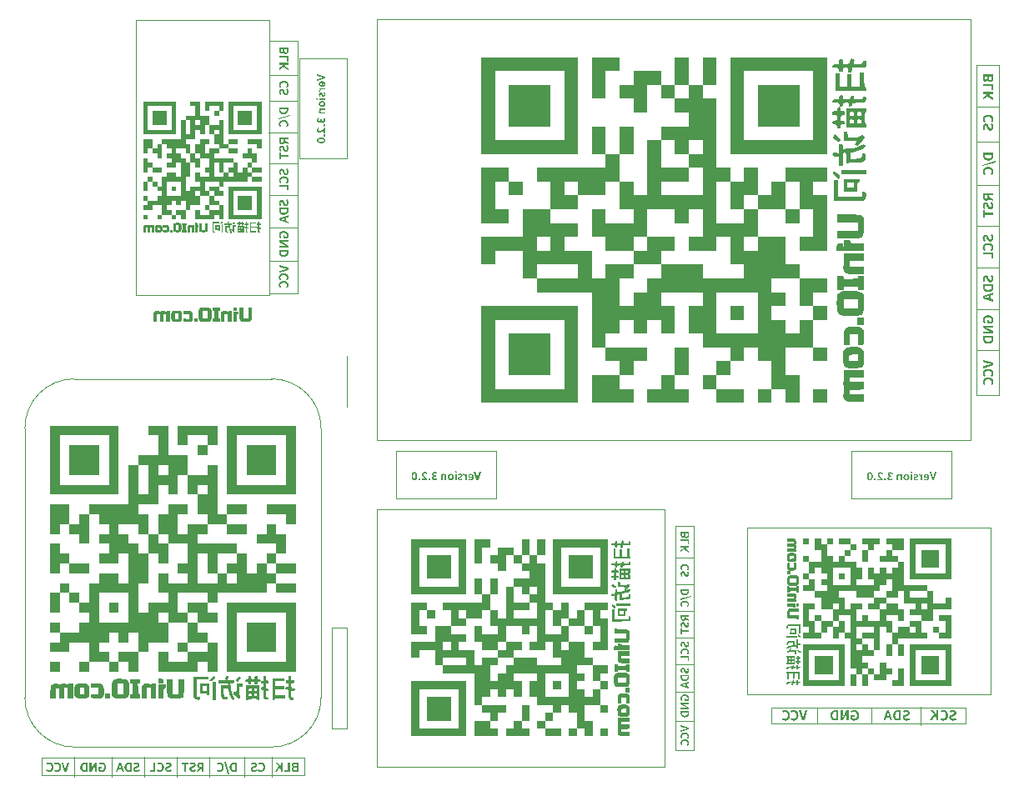
<source format=gbo>
%TF.GenerationSoftware,KiCad,Pcbnew,7.0.7*%
%TF.CreationDate,2023-09-01T15:22:05+08:00*%
%TF.ProjectId,UINIO-Monitor,55494e49-4f2d-44d6-9f6e-69746f722e6b,Version 3.2.0*%
%TF.SameCoordinates,PXbd63908PY4089518*%
%TF.FileFunction,Legend,Bot*%
%TF.FilePolarity,Positive*%
%FSLAX46Y46*%
G04 Gerber Fmt 4.6, Leading zero omitted, Abs format (unit mm)*
G04 Created by KiCad (PCBNEW 7.0.7) date 2023-09-01 15:22:05*
%MOMM*%
%LPD*%
G01*
G04 APERTURE LIST*
%ADD10C,0.100000*%
%ADD11C,0.200000*%
%ADD12C,0.150000*%
%ADD13C,0.300000*%
%ADD14R,1.700000X1.700000*%
%ADD15O,1.700000X1.700000*%
G04 APERTURE END LIST*
D10*
X-71250001Y-3170000D02*
X-68360001Y-3170000D01*
X-68360001Y-28780000D01*
X-71250001Y-28780000D01*
X-71250001Y-3170000D01*
X-94315400Y-75980000D02*
X-67670000Y-75980000D01*
X-67670000Y-77780000D01*
X-94315400Y-77780000D01*
X-94315400Y-75980000D01*
X-96030000Y-69875400D02*
G75*
G03*
X-91030002Y-74875400I5000020J20D01*
G01*
X-60280000Y-50720000D02*
X-31060000Y-50720000D01*
X-31060000Y-76880000D01*
X-60280000Y-76880000D01*
X-60280000Y-50720000D01*
X-91030002Y-37483998D02*
G75*
G03*
X-96030002Y-42484000I-48J-4999952D01*
G01*
X-29940001Y-55650000D02*
X-28140001Y-55650000D01*
X-65960000Y-42484000D02*
G75*
G03*
X-70960002Y-37484000I-4999980J20D01*
G01*
X-87250002Y-75880000D02*
X-87250002Y-77880000D01*
X-80580002Y-75880000D02*
X-80580002Y-77880000D01*
X-70990002Y-75880000D02*
X-70990002Y-77880000D01*
X599999Y-5580000D02*
X2899999Y-5580000D01*
X2899999Y-39130000D01*
X599999Y-39130000D01*
X599999Y-5580000D01*
X-71250001Y-15610000D02*
X-68360001Y-15610000D01*
X-83940002Y-75880000D02*
X-83940002Y-77880000D01*
X-70960002Y-74875398D02*
G75*
G03*
X-65960002Y-69875400I22J4999978D01*
G01*
X-71250001Y-22150000D02*
X-68430001Y-22150000D01*
X599999Y-9810000D02*
X2899999Y-9810000D01*
X-64865001Y-62779999D02*
X-63355001Y-62779999D01*
X-63355001Y-72970000D01*
X-64865001Y-72970000D01*
X-64865001Y-62779999D01*
X-84750000Y-1000000D02*
X-71250000Y-1000000D01*
X-71250000Y-28950000D01*
X-84750000Y-28950000D01*
X-84750000Y-1000000D01*
X599999Y-30370000D02*
X2899999Y-30370000D01*
X-91000002Y-75880000D02*
X-91000002Y-77880000D01*
X-71260001Y-12490000D02*
X-68360001Y-12490000D01*
X-91030002Y-37484000D02*
X-70960002Y-37484000D01*
X-29940001Y-66510000D02*
X-28140001Y-66510000D01*
X-68160001Y-4909999D02*
X-63350001Y-4909999D01*
X-63350001Y-15100000D01*
X-68160001Y-15100000D01*
X-68160001Y-4909999D01*
X-29940001Y-72200000D02*
X-28140001Y-72200000D01*
X-58360001Y-44820000D02*
X-48170000Y-44820000D01*
X-48170000Y-49630000D01*
X-58360001Y-49630000D01*
X-58360001Y-44820000D01*
X-71250001Y-6620000D02*
X-68360001Y-6620000D01*
X-96030002Y-69875400D02*
X-96030002Y-42484000D01*
X599999Y-34560000D02*
X2899999Y-34560000D01*
X-29940001Y-52430000D02*
X-28140001Y-52430000D01*
X-28140001Y-75170000D01*
X-29940001Y-75170000D01*
X-29940001Y-52430000D01*
X599999Y-13360000D02*
X2899999Y-13360000D01*
X-71250001Y-18788639D02*
X-68430001Y-18788639D01*
X-29940001Y-58360000D02*
X-28140001Y-58360000D01*
X599999Y-17785114D02*
X2899999Y-17785114D01*
X-20200000Y-70920000D02*
X-500000Y-70920000D01*
X-500000Y-72520000D01*
X-20200000Y-72520000D01*
X-20200000Y-70920000D01*
X-71250001Y-9230000D02*
X-68360001Y-9230000D01*
X-5060000Y-72620000D02*
X-5060000Y-70820000D01*
X599999Y-21940000D02*
X2899999Y-21940000D01*
X-29940001Y-61080002D02*
X-28140001Y-61080002D01*
X-77300002Y-75880000D02*
X-77300002Y-77880000D01*
X-73760002Y-75880000D02*
X-73760002Y-77880000D01*
X-70960002Y-74875400D02*
X-91030002Y-74875400D01*
X-71190001Y-25470000D02*
X-68370001Y-25470000D01*
X599999Y-26170000D02*
X2899999Y-26170000D01*
X-60280000Y-970000D02*
X-20000Y-970000D01*
X-20000Y-43690000D01*
X-60280000Y-43690000D01*
X-60280000Y-970000D01*
X-22700000Y-52620000D02*
X2000000Y-52620000D01*
X2000000Y-69520000D01*
X-22700000Y-69520000D01*
X-22700000Y-52620000D01*
X-29940001Y-69240000D02*
X-28140001Y-69240000D01*
X-29940001Y-63796668D02*
X-28140001Y-63796668D01*
X-10060000Y-72520000D02*
X-10060000Y-70920000D01*
X-65960002Y-42484000D02*
X-65960002Y-69875400D01*
X-63360001Y-35120000D02*
X-63360001Y-40310000D01*
X-12100001Y-44820000D02*
X-1910000Y-44820000D01*
X-1910000Y-49630000D01*
X-12100001Y-49630000D01*
X-12100001Y-44820000D01*
X-15550000Y-72520000D02*
X-15550001Y-70920000D01*
D11*
G36*
X-6520155Y-72200631D02*
G01*
X-6542306Y-72200212D01*
X-6563876Y-72198971D01*
X-6584856Y-72196929D01*
X-6605238Y-72194107D01*
X-6625014Y-72190528D01*
X-6644177Y-72186212D01*
X-6662718Y-72181182D01*
X-6680630Y-72175459D01*
X-6697904Y-72169065D01*
X-6714532Y-72162021D01*
X-6730507Y-72154349D01*
X-6745821Y-72146071D01*
X-6760465Y-72137209D01*
X-6774432Y-72127783D01*
X-6787713Y-72117817D01*
X-6800301Y-72107330D01*
X-6812188Y-72096346D01*
X-6823366Y-72084885D01*
X-6833826Y-72072969D01*
X-6843562Y-72060621D01*
X-6852564Y-72047861D01*
X-6860825Y-72034711D01*
X-6868338Y-72021193D01*
X-6875093Y-72007328D01*
X-6881083Y-71993139D01*
X-6886301Y-71978646D01*
X-6890737Y-71963872D01*
X-6894385Y-71948838D01*
X-6897236Y-71933565D01*
X-6899283Y-71918076D01*
X-6900516Y-71902392D01*
X-6900929Y-71886535D01*
X-6900689Y-71872634D01*
X-6899971Y-71859136D01*
X-6898785Y-71846034D01*
X-6897136Y-71833319D01*
X-6895032Y-71820984D01*
X-6892480Y-71809022D01*
X-6889487Y-71797425D01*
X-6886061Y-71786185D01*
X-6882208Y-71775295D01*
X-6877936Y-71764746D01*
X-6873252Y-71754532D01*
X-6868163Y-71744644D01*
X-6862675Y-71735076D01*
X-6856798Y-71725818D01*
X-6850536Y-71716865D01*
X-6843899Y-71708207D01*
X-6836892Y-71699838D01*
X-6829523Y-71691749D01*
X-6821799Y-71683933D01*
X-6813727Y-71676383D01*
X-6805315Y-71669091D01*
X-6796569Y-71662049D01*
X-6787497Y-71655249D01*
X-6778106Y-71648684D01*
X-6768403Y-71642346D01*
X-6758395Y-71636228D01*
X-6748089Y-71630322D01*
X-6737493Y-71624620D01*
X-6726613Y-71619115D01*
X-6715457Y-71613798D01*
X-6704033Y-71608663D01*
X-6692346Y-71603702D01*
X-6556547Y-71546060D01*
X-6540209Y-71539552D01*
X-6524316Y-71533162D01*
X-6508952Y-71526806D01*
X-6494200Y-71520403D01*
X-6480146Y-71513870D01*
X-6466872Y-71507124D01*
X-6454464Y-71500082D01*
X-6443005Y-71492663D01*
X-6432579Y-71484782D01*
X-6423270Y-71476358D01*
X-6415163Y-71467308D01*
X-6408341Y-71457549D01*
X-6402889Y-71446999D01*
X-6398891Y-71435574D01*
X-6396430Y-71423193D01*
X-6395591Y-71409773D01*
X-6396258Y-71397150D01*
X-6398235Y-71385215D01*
X-6401487Y-71373985D01*
X-6405979Y-71363477D01*
X-6411676Y-71353709D01*
X-6418543Y-71344699D01*
X-6426545Y-71336463D01*
X-6435647Y-71329020D01*
X-6445813Y-71322387D01*
X-6457009Y-71316581D01*
X-6469200Y-71311621D01*
X-6482350Y-71307523D01*
X-6496425Y-71304305D01*
X-6511390Y-71301985D01*
X-6527208Y-71300580D01*
X-6543846Y-71300108D01*
X-6559681Y-71300467D01*
X-6575140Y-71301537D01*
X-6590246Y-71303310D01*
X-6605018Y-71305775D01*
X-6619476Y-71308922D01*
X-6633641Y-71312743D01*
X-6647534Y-71317227D01*
X-6661174Y-71322364D01*
X-6674583Y-71328146D01*
X-6687780Y-71334562D01*
X-6700786Y-71341602D01*
X-6713622Y-71349258D01*
X-6726307Y-71357519D01*
X-6738862Y-71366375D01*
X-6751308Y-71375818D01*
X-6763665Y-71385837D01*
X-6868689Y-71255167D01*
X-6860707Y-71247264D01*
X-6852518Y-71239585D01*
X-6844129Y-71232131D01*
X-6835547Y-71224904D01*
X-6826778Y-71217906D01*
X-6817830Y-71211139D01*
X-6808708Y-71204604D01*
X-6799420Y-71198304D01*
X-6789971Y-71192240D01*
X-6780370Y-71186414D01*
X-6770622Y-71180828D01*
X-6760733Y-71175483D01*
X-6750712Y-71170381D01*
X-6740564Y-71165525D01*
X-6730296Y-71160915D01*
X-6719915Y-71156554D01*
X-6709427Y-71152443D01*
X-6698839Y-71148585D01*
X-6688158Y-71144981D01*
X-6677390Y-71141632D01*
X-6666543Y-71138541D01*
X-6655622Y-71135710D01*
X-6644634Y-71133139D01*
X-6633586Y-71130832D01*
X-6622486Y-71128789D01*
X-6611338Y-71127013D01*
X-6600150Y-71125506D01*
X-6588930Y-71124268D01*
X-6577682Y-71123302D01*
X-6566415Y-71122610D01*
X-6555134Y-71122194D01*
X-6543846Y-71122055D01*
X-6524359Y-71122434D01*
X-6505248Y-71123561D01*
X-6486527Y-71125419D01*
X-6468214Y-71127991D01*
X-6450323Y-71131261D01*
X-6432872Y-71135212D01*
X-6415875Y-71139827D01*
X-6399350Y-71145090D01*
X-6383311Y-71150984D01*
X-6367776Y-71157493D01*
X-6352759Y-71164599D01*
X-6338277Y-71172287D01*
X-6324346Y-71180539D01*
X-6310982Y-71189339D01*
X-6298200Y-71198670D01*
X-6286017Y-71208517D01*
X-6274449Y-71218861D01*
X-6263512Y-71229686D01*
X-6253221Y-71240977D01*
X-6243592Y-71252715D01*
X-6234642Y-71264885D01*
X-6226387Y-71277470D01*
X-6218842Y-71290453D01*
X-6212023Y-71303817D01*
X-6205947Y-71317547D01*
X-6200629Y-71331624D01*
X-6196086Y-71346034D01*
X-6192333Y-71360758D01*
X-6189386Y-71375781D01*
X-6187261Y-71391086D01*
X-6185974Y-71406655D01*
X-6185542Y-71422473D01*
X-6185846Y-71436497D01*
X-6186747Y-71450132D01*
X-6188225Y-71463383D01*
X-6190260Y-71476254D01*
X-6192834Y-71488752D01*
X-6195927Y-71500880D01*
X-6199519Y-71512644D01*
X-6203593Y-71524048D01*
X-6208128Y-71535097D01*
X-6213106Y-71545796D01*
X-6218506Y-71556149D01*
X-6224311Y-71566163D01*
X-6230500Y-71575840D01*
X-6237054Y-71585187D01*
X-6243955Y-71594208D01*
X-6251182Y-71602908D01*
X-6258717Y-71611291D01*
X-6266541Y-71619363D01*
X-6274634Y-71627129D01*
X-6282977Y-71634593D01*
X-6291550Y-71641759D01*
X-6300336Y-71648634D01*
X-6309313Y-71655221D01*
X-6318464Y-71661526D01*
X-6327768Y-71667553D01*
X-6337207Y-71673308D01*
X-6346761Y-71678794D01*
X-6356412Y-71684017D01*
X-6366139Y-71688982D01*
X-6375924Y-71693694D01*
X-6385748Y-71698157D01*
X-6395591Y-71702376D01*
X-6534077Y-71761238D01*
X-6551079Y-71768491D01*
X-6567339Y-71775478D01*
X-6582809Y-71782300D01*
X-6597438Y-71789059D01*
X-6611180Y-71795855D01*
X-6623983Y-71802789D01*
X-6635800Y-71809962D01*
X-6646581Y-71817475D01*
X-6656277Y-71825429D01*
X-6664839Y-71833924D01*
X-6672219Y-71843062D01*
X-6678367Y-71852944D01*
X-6683234Y-71863670D01*
X-6686771Y-71875341D01*
X-6688929Y-71888058D01*
X-6689659Y-71901922D01*
X-6688988Y-71915341D01*
X-6686982Y-71928102D01*
X-6683651Y-71940176D01*
X-6679004Y-71951534D01*
X-6673052Y-71962148D01*
X-6665805Y-71971989D01*
X-6657273Y-71981029D01*
X-6647466Y-71989239D01*
X-6636394Y-71996590D01*
X-6624067Y-72003054D01*
X-6610494Y-72008602D01*
X-6595687Y-72013205D01*
X-6579654Y-72016835D01*
X-6562407Y-72019464D01*
X-6543954Y-72021062D01*
X-6524307Y-72021601D01*
X-6507193Y-72021063D01*
X-6489953Y-72019472D01*
X-6472634Y-72016864D01*
X-6455282Y-72013274D01*
X-6437942Y-72008736D01*
X-6420662Y-72003286D01*
X-6403486Y-71996958D01*
X-6386462Y-71989788D01*
X-6369636Y-71981812D01*
X-6353053Y-71973063D01*
X-6336760Y-71963577D01*
X-6320803Y-71953389D01*
X-6305228Y-71942534D01*
X-6290081Y-71931047D01*
X-6275409Y-71918964D01*
X-6261257Y-71906318D01*
X-6142067Y-72049445D01*
X-6151633Y-72058388D01*
X-6161415Y-72067082D01*
X-6171404Y-72075523D01*
X-6181594Y-72083710D01*
X-6191978Y-72091641D01*
X-6202549Y-72099313D01*
X-6213300Y-72106724D01*
X-6224224Y-72113871D01*
X-6235314Y-72120754D01*
X-6246563Y-72127368D01*
X-6257964Y-72133713D01*
X-6269510Y-72139785D01*
X-6281194Y-72145583D01*
X-6293010Y-72151104D01*
X-6304949Y-72156347D01*
X-6317006Y-72161308D01*
X-6329173Y-72165986D01*
X-6341443Y-72170378D01*
X-6353809Y-72174483D01*
X-6366265Y-72178297D01*
X-6378802Y-72181819D01*
X-6391416Y-72185047D01*
X-6404097Y-72187978D01*
X-6416840Y-72190609D01*
X-6429637Y-72192940D01*
X-6442482Y-72194967D01*
X-6455367Y-72196688D01*
X-6468286Y-72198102D01*
X-6481231Y-72199205D01*
X-6494195Y-72199996D01*
X-6507172Y-72200472D01*
X-6520155Y-72200631D01*
G37*
G36*
X-7084111Y-72185000D02*
G01*
X-7379645Y-72185000D01*
X-7407923Y-72184491D01*
X-7435546Y-72182968D01*
X-7462499Y-72180428D01*
X-7488766Y-72176873D01*
X-7514331Y-72172302D01*
X-7539177Y-72166716D01*
X-7563290Y-72160116D01*
X-7586653Y-72152500D01*
X-7609249Y-72143870D01*
X-7631064Y-72134225D01*
X-7652080Y-72123566D01*
X-7672283Y-72111893D01*
X-7691656Y-72099206D01*
X-7710183Y-72085505D01*
X-7727848Y-72070790D01*
X-7744636Y-72055062D01*
X-7760529Y-72038321D01*
X-7775514Y-72020567D01*
X-7789572Y-72001800D01*
X-7802689Y-71982020D01*
X-7814848Y-71961228D01*
X-7826033Y-71939424D01*
X-7836230Y-71916607D01*
X-7845420Y-71892778D01*
X-7853589Y-71867938D01*
X-7860721Y-71842086D01*
X-7866799Y-71815222D01*
X-7871808Y-71787347D01*
X-7875732Y-71758461D01*
X-7878555Y-71728565D01*
X-7880260Y-71697657D01*
X-7880832Y-71665739D01*
X-7669317Y-71665739D01*
X-7668966Y-71688756D01*
X-7667918Y-71710916D01*
X-7666182Y-71732228D01*
X-7663766Y-71752701D01*
X-7660680Y-71772342D01*
X-7656932Y-71791160D01*
X-7652530Y-71809163D01*
X-7647484Y-71826359D01*
X-7641803Y-71842757D01*
X-7635494Y-71858364D01*
X-7628567Y-71873189D01*
X-7621030Y-71887241D01*
X-7612893Y-71900526D01*
X-7604163Y-71913055D01*
X-7594850Y-71924834D01*
X-7584962Y-71935872D01*
X-7574508Y-71946177D01*
X-7563497Y-71955758D01*
X-7551937Y-71964623D01*
X-7539838Y-71972779D01*
X-7527207Y-71980236D01*
X-7514054Y-71987001D01*
X-7500387Y-71993083D01*
X-7486215Y-71998490D01*
X-7471547Y-72003229D01*
X-7456392Y-72007310D01*
X-7440758Y-72010741D01*
X-7424653Y-72013530D01*
X-7408088Y-72015684D01*
X-7391069Y-72017213D01*
X-7373607Y-72018124D01*
X-7355709Y-72018426D01*
X-7291474Y-72018426D01*
X-7291474Y-71320136D01*
X-7355709Y-71320136D01*
X-7373607Y-71320414D01*
X-7391069Y-71321256D01*
X-7408088Y-71322673D01*
X-7424653Y-71324677D01*
X-7440758Y-71327280D01*
X-7456392Y-71330493D01*
X-7471547Y-71334327D01*
X-7486215Y-71338793D01*
X-7500387Y-71343905D01*
X-7514054Y-71349672D01*
X-7527207Y-71356106D01*
X-7539838Y-71363219D01*
X-7551937Y-71371023D01*
X-7563497Y-71379528D01*
X-7574508Y-71388747D01*
X-7584962Y-71398690D01*
X-7594850Y-71409370D01*
X-7604163Y-71420798D01*
X-7612893Y-71432984D01*
X-7621030Y-71445942D01*
X-7628567Y-71459682D01*
X-7635494Y-71474216D01*
X-7641803Y-71489555D01*
X-7647484Y-71505711D01*
X-7652530Y-71522695D01*
X-7656932Y-71540518D01*
X-7660680Y-71559193D01*
X-7663766Y-71578731D01*
X-7666182Y-71599143D01*
X-7667918Y-71620441D01*
X-7668966Y-71642636D01*
X-7669317Y-71665739D01*
X-7880832Y-71665739D01*
X-7880259Y-71633733D01*
X-7878552Y-71602789D01*
X-7875723Y-71572904D01*
X-7871787Y-71544074D01*
X-7866757Y-71516297D01*
X-7860647Y-71489570D01*
X-7853472Y-71463890D01*
X-7845245Y-71439254D01*
X-7835980Y-71415658D01*
X-7825691Y-71393100D01*
X-7814392Y-71371577D01*
X-7802096Y-71351085D01*
X-7788819Y-71331623D01*
X-7774573Y-71313186D01*
X-7759372Y-71295772D01*
X-7743231Y-71279378D01*
X-7726164Y-71264000D01*
X-7708183Y-71249637D01*
X-7689304Y-71236284D01*
X-7669540Y-71223939D01*
X-7648905Y-71212599D01*
X-7627413Y-71202260D01*
X-7605077Y-71192921D01*
X-7581913Y-71184577D01*
X-7557933Y-71177226D01*
X-7533151Y-71170865D01*
X-7507582Y-71165491D01*
X-7481239Y-71161101D01*
X-7454137Y-71157691D01*
X-7426289Y-71155259D01*
X-7397708Y-71153803D01*
X-7368410Y-71153318D01*
X-7084111Y-71153318D01*
X-7084111Y-72185000D01*
G37*
G36*
X-7934077Y-72185000D02*
G01*
X-8143881Y-72185000D01*
X-8216910Y-71919263D01*
X-8552744Y-71919263D01*
X-8625528Y-72185000D01*
X-8842660Y-72185000D01*
X-8704874Y-71758307D01*
X-8508047Y-71758307D01*
X-8261606Y-71758307D01*
X-8292381Y-71646444D01*
X-8295266Y-71636432D01*
X-8298150Y-71626366D01*
X-8301033Y-71616248D01*
X-8303913Y-71606080D01*
X-8306791Y-71595864D01*
X-8309664Y-71585605D01*
X-8312533Y-71575303D01*
X-8315397Y-71564962D01*
X-8318255Y-71554585D01*
X-8321105Y-71544172D01*
X-8323948Y-71533729D01*
X-8326783Y-71523255D01*
X-8329609Y-71512756D01*
X-8332425Y-71502232D01*
X-8335230Y-71491687D01*
X-8338024Y-71481122D01*
X-8340805Y-71470541D01*
X-8343574Y-71459947D01*
X-8346329Y-71449340D01*
X-8349069Y-71438725D01*
X-8351795Y-71428104D01*
X-8354504Y-71417479D01*
X-8357197Y-71406853D01*
X-8359872Y-71396229D01*
X-8362529Y-71385608D01*
X-8365167Y-71374994D01*
X-8367785Y-71364388D01*
X-8370383Y-71353795D01*
X-8372959Y-71343215D01*
X-8375513Y-71332652D01*
X-8378045Y-71322109D01*
X-8380552Y-71311587D01*
X-8387636Y-71311587D01*
X-8390380Y-71321980D01*
X-8393118Y-71332411D01*
X-8395851Y-71342877D01*
X-8398580Y-71353374D01*
X-8401305Y-71363899D01*
X-8404029Y-71374449D01*
X-8406751Y-71385021D01*
X-8409472Y-71395610D01*
X-8412195Y-71406215D01*
X-8414919Y-71416830D01*
X-8417646Y-71427453D01*
X-8420376Y-71438081D01*
X-8423112Y-71448711D01*
X-8425852Y-71459338D01*
X-8428600Y-71469960D01*
X-8431355Y-71480573D01*
X-8434119Y-71491173D01*
X-8436892Y-71501759D01*
X-8439676Y-71512325D01*
X-8442471Y-71522869D01*
X-8445279Y-71533388D01*
X-8448100Y-71543877D01*
X-8450936Y-71554335D01*
X-8453787Y-71564756D01*
X-8456655Y-71575139D01*
X-8459540Y-71585479D01*
X-8462444Y-71595774D01*
X-8465367Y-71606019D01*
X-8468310Y-71616213D01*
X-8471275Y-71626350D01*
X-8474262Y-71636428D01*
X-8477273Y-71646444D01*
X-8508047Y-71758307D01*
X-8704874Y-71758307D01*
X-8509513Y-71153318D01*
X-8265758Y-71153318D01*
X-7934077Y-72185000D01*
G37*
D12*
G36*
X-28595496Y-69937571D02*
G01*
X-28595626Y-69948343D01*
X-28596012Y-69959004D01*
X-28596648Y-69969551D01*
X-28597526Y-69979978D01*
X-28598642Y-69990282D01*
X-28599988Y-70000459D01*
X-28601558Y-70010503D01*
X-28603346Y-70020412D01*
X-28605345Y-70030180D01*
X-28607550Y-70039804D01*
X-28609953Y-70049279D01*
X-28612549Y-70058601D01*
X-28615332Y-70067767D01*
X-28618294Y-70076770D01*
X-28621429Y-70085609D01*
X-28624732Y-70094277D01*
X-28628196Y-70102771D01*
X-28631814Y-70111087D01*
X-28635580Y-70119221D01*
X-28639489Y-70127168D01*
X-28643532Y-70134924D01*
X-28647705Y-70142485D01*
X-28652001Y-70149847D01*
X-28656413Y-70157005D01*
X-28660936Y-70163955D01*
X-28665562Y-70170693D01*
X-28670286Y-70177215D01*
X-28675101Y-70183516D01*
X-28684980Y-70195441D01*
X-28695147Y-70206433D01*
X-29070695Y-70206433D01*
X-29070695Y-69911779D01*
X-28935092Y-69911779D01*
X-28935092Y-70058520D01*
X-28770374Y-70058520D01*
X-28764898Y-70051492D01*
X-28759907Y-70043659D01*
X-28755413Y-70035111D01*
X-28751429Y-70025939D01*
X-28747964Y-70016233D01*
X-28745031Y-70006085D01*
X-28742642Y-69995586D01*
X-28740809Y-69984826D01*
X-28739541Y-69973895D01*
X-28738853Y-69962886D01*
X-28738720Y-69955547D01*
X-28739040Y-69940451D01*
X-28739993Y-69925828D01*
X-28741574Y-69911679D01*
X-28743775Y-69898004D01*
X-28746590Y-69884804D01*
X-28750011Y-69872078D01*
X-28754031Y-69859828D01*
X-28758644Y-69848053D01*
X-28763843Y-69836754D01*
X-28769620Y-69825931D01*
X-28775969Y-69815585D01*
X-28782883Y-69805717D01*
X-28790355Y-69796325D01*
X-28798377Y-69787412D01*
X-28806944Y-69778978D01*
X-28816048Y-69771021D01*
X-28825681Y-69763545D01*
X-28835838Y-69756547D01*
X-28846511Y-69750030D01*
X-28857693Y-69743993D01*
X-28869378Y-69738436D01*
X-28881558Y-69733361D01*
X-28894226Y-69728767D01*
X-28907376Y-69724655D01*
X-28921001Y-69721025D01*
X-28935093Y-69717878D01*
X-28949645Y-69715214D01*
X-28964652Y-69713034D01*
X-28980105Y-69711337D01*
X-28995998Y-69710125D01*
X-29012324Y-69709397D01*
X-29029076Y-69709155D01*
X-29045629Y-69709435D01*
X-29061760Y-69710270D01*
X-29077464Y-69711649D01*
X-29092732Y-69713563D01*
X-29107559Y-69716001D01*
X-29121937Y-69718953D01*
X-29135860Y-69722409D01*
X-29149320Y-69726359D01*
X-29162311Y-69730793D01*
X-29174826Y-69735701D01*
X-29186859Y-69741073D01*
X-29198402Y-69746898D01*
X-29209448Y-69753168D01*
X-29219991Y-69759871D01*
X-29230024Y-69766998D01*
X-29239540Y-69774539D01*
X-29248532Y-69782483D01*
X-29256994Y-69790820D01*
X-29264918Y-69799541D01*
X-29272298Y-69808636D01*
X-29279127Y-69818094D01*
X-29285398Y-69827905D01*
X-29291104Y-69838060D01*
X-29296238Y-69848547D01*
X-29300794Y-69859358D01*
X-29304765Y-69870482D01*
X-29308143Y-69881909D01*
X-29310923Y-69893629D01*
X-29313097Y-69905632D01*
X-29314658Y-69917907D01*
X-29315600Y-69930446D01*
X-29315915Y-69943237D01*
X-29315565Y-69956984D01*
X-29314537Y-69970108D01*
X-29312860Y-69982642D01*
X-29310566Y-69994620D01*
X-29307686Y-70006073D01*
X-29304251Y-70017034D01*
X-29300291Y-70027537D01*
X-29295838Y-70037613D01*
X-29290923Y-70047295D01*
X-29285575Y-70056615D01*
X-29279828Y-70065608D01*
X-29273710Y-70074304D01*
X-29267253Y-70082737D01*
X-29260489Y-70090939D01*
X-29253447Y-70098943D01*
X-29246159Y-70106782D01*
X-29351868Y-70194123D01*
X-29362112Y-70183703D01*
X-29372207Y-70172585D01*
X-29382084Y-70160758D01*
X-29386917Y-70154576D01*
X-29391670Y-70148212D01*
X-29396332Y-70141665D01*
X-29400896Y-70134935D01*
X-29405351Y-70128019D01*
X-29409690Y-70120917D01*
X-29413903Y-70113626D01*
X-29417982Y-70106147D01*
X-29421918Y-70098476D01*
X-29425702Y-70090613D01*
X-29429325Y-70082557D01*
X-29432778Y-70074306D01*
X-29436053Y-70065859D01*
X-29439140Y-70057214D01*
X-29442032Y-70048370D01*
X-29444718Y-70039326D01*
X-29447190Y-70030080D01*
X-29449439Y-70020632D01*
X-29451457Y-70010979D01*
X-29453235Y-70001120D01*
X-29454763Y-69991054D01*
X-29456034Y-69980780D01*
X-29457037Y-69970295D01*
X-29457765Y-69959600D01*
X-29458208Y-69948692D01*
X-29458357Y-69937571D01*
X-29457889Y-69917021D01*
X-29456489Y-69896751D01*
X-29454166Y-69876786D01*
X-29450929Y-69857149D01*
X-29446785Y-69837865D01*
X-29441745Y-69818958D01*
X-29435815Y-69800454D01*
X-29429006Y-69782376D01*
X-29421324Y-69764748D01*
X-29412779Y-69747596D01*
X-29403379Y-69730944D01*
X-29393133Y-69714815D01*
X-29382049Y-69699236D01*
X-29370136Y-69684229D01*
X-29357402Y-69669819D01*
X-29343856Y-69656032D01*
X-29329507Y-69642891D01*
X-29314362Y-69630420D01*
X-29298430Y-69618645D01*
X-29281720Y-69607589D01*
X-29264241Y-69597277D01*
X-29246000Y-69587734D01*
X-29227007Y-69578984D01*
X-29207270Y-69571051D01*
X-29186797Y-69563959D01*
X-29165597Y-69557734D01*
X-29143678Y-69552400D01*
X-29121050Y-69547981D01*
X-29097720Y-69544501D01*
X-29073696Y-69541985D01*
X-29048989Y-69540458D01*
X-29023605Y-69539943D01*
X-28997914Y-69540445D01*
X-28972977Y-69541936D01*
X-28948797Y-69544394D01*
X-28925380Y-69547797D01*
X-28902729Y-69552122D01*
X-28880848Y-69557349D01*
X-28859741Y-69563455D01*
X-28839412Y-69570419D01*
X-28819866Y-69578217D01*
X-28801106Y-69586829D01*
X-28783136Y-69596232D01*
X-28765961Y-69606404D01*
X-28749584Y-69617324D01*
X-28734009Y-69628969D01*
X-28719241Y-69641317D01*
X-28705283Y-69654347D01*
X-28692140Y-69668036D01*
X-28679816Y-69682363D01*
X-28668315Y-69697305D01*
X-28657640Y-69712841D01*
X-28647796Y-69728948D01*
X-28638786Y-69745605D01*
X-28630616Y-69762789D01*
X-28623288Y-69780480D01*
X-28616807Y-69798654D01*
X-28611178Y-69817290D01*
X-28606403Y-69836365D01*
X-28602487Y-69855858D01*
X-28599435Y-69875748D01*
X-28597249Y-69896011D01*
X-28595935Y-69916626D01*
X-28595496Y-69937571D01*
G37*
G36*
X-28608001Y-70384047D02*
G01*
X-28608001Y-70540948D01*
X-28938609Y-70540948D01*
X-28947446Y-70540913D01*
X-28956335Y-70540808D01*
X-28965269Y-70540637D01*
X-28974246Y-70540404D01*
X-28983260Y-70540111D01*
X-28992307Y-70539761D01*
X-29001383Y-70539357D01*
X-29010483Y-70538903D01*
X-29019603Y-70538401D01*
X-29028739Y-70537855D01*
X-29037887Y-70537267D01*
X-29047041Y-70536641D01*
X-29056198Y-70535980D01*
X-29065353Y-70535287D01*
X-29074502Y-70534565D01*
X-29083640Y-70533816D01*
X-29092763Y-70533045D01*
X-29101868Y-70532254D01*
X-29110948Y-70531447D01*
X-29120001Y-70530625D01*
X-29129021Y-70529793D01*
X-29138005Y-70528954D01*
X-29146947Y-70528110D01*
X-29155844Y-70527265D01*
X-29164692Y-70526421D01*
X-29173485Y-70525582D01*
X-29182219Y-70524751D01*
X-29190891Y-70523931D01*
X-29199495Y-70523125D01*
X-29208028Y-70522337D01*
X-29216485Y-70521568D01*
X-29224861Y-70520823D01*
X-29224861Y-70526294D01*
X-29048225Y-70610313D01*
X-28608001Y-70850062D01*
X-28608001Y-71018101D01*
X-29433347Y-71018101D01*
X-29433347Y-70861199D01*
X-29102544Y-70861199D01*
X-29093886Y-70861238D01*
X-29085136Y-70861353D01*
X-29076301Y-70861539D01*
X-29067388Y-70861794D01*
X-29058405Y-70862114D01*
X-29049359Y-70862495D01*
X-29040258Y-70862934D01*
X-29031109Y-70863428D01*
X-29021920Y-70863973D01*
X-29012697Y-70864565D01*
X-29003448Y-70865201D01*
X-28994181Y-70865877D01*
X-28984902Y-70866591D01*
X-28975620Y-70867338D01*
X-28966341Y-70868114D01*
X-28957073Y-70868918D01*
X-28947824Y-70869744D01*
X-28938600Y-70870589D01*
X-28929409Y-70871450D01*
X-28920259Y-70872324D01*
X-28911157Y-70873206D01*
X-28902109Y-70874094D01*
X-28893125Y-70874984D01*
X-28884210Y-70875872D01*
X-28875372Y-70876755D01*
X-28866619Y-70877630D01*
X-28857958Y-70878492D01*
X-28849397Y-70879338D01*
X-28840942Y-70880166D01*
X-28832601Y-70880970D01*
X-28824382Y-70881749D01*
X-28816292Y-70882497D01*
X-28816292Y-70876831D01*
X-28994101Y-70793984D01*
X-29433347Y-70553258D01*
X-29433347Y-70384047D01*
X-28608001Y-70384047D01*
G37*
G36*
X-28608001Y-71459106D02*
G01*
X-28608408Y-71481728D01*
X-28609627Y-71503827D01*
X-28611659Y-71525389D01*
X-28614503Y-71546403D01*
X-28618159Y-71566854D01*
X-28622628Y-71586732D01*
X-28627909Y-71606022D01*
X-28634001Y-71624712D01*
X-28640905Y-71642789D01*
X-28648621Y-71660241D01*
X-28657148Y-71677054D01*
X-28666487Y-71693216D01*
X-28676637Y-71708714D01*
X-28687597Y-71723536D01*
X-28699369Y-71737668D01*
X-28711951Y-71751098D01*
X-28725344Y-71763813D01*
X-28739547Y-71775801D01*
X-28754561Y-71787047D01*
X-28770385Y-71797541D01*
X-28787019Y-71807268D01*
X-28804462Y-71816216D01*
X-28822716Y-71824373D01*
X-28841779Y-71831726D01*
X-28861651Y-71838261D01*
X-28882333Y-71843967D01*
X-28903823Y-71848829D01*
X-28926123Y-71852836D01*
X-28949232Y-71855975D01*
X-28973149Y-71858233D01*
X-28997875Y-71859597D01*
X-29023410Y-71860055D01*
X-29049014Y-71859597D01*
X-29073770Y-71858231D01*
X-29097678Y-71855968D01*
X-29120742Y-71852819D01*
X-29142963Y-71848795D01*
X-29164345Y-71843907D01*
X-29184889Y-71838167D01*
X-29204598Y-71831585D01*
X-29223475Y-71824173D01*
X-29241521Y-71815942D01*
X-29258740Y-71806903D01*
X-29275133Y-71797067D01*
X-29290703Y-71786445D01*
X-29305452Y-71775048D01*
X-29319384Y-71762888D01*
X-29332499Y-71749975D01*
X-29344801Y-71736321D01*
X-29356292Y-71721936D01*
X-29366974Y-71706833D01*
X-29376850Y-71691022D01*
X-29385922Y-71674514D01*
X-29394193Y-71657320D01*
X-29401665Y-71639452D01*
X-29408340Y-71620920D01*
X-29414220Y-71601736D01*
X-29419309Y-71581911D01*
X-29423608Y-71561455D01*
X-29427121Y-71540381D01*
X-29429848Y-71518699D01*
X-29431794Y-71496421D01*
X-29432959Y-71473556D01*
X-29433347Y-71450118D01*
X-29433347Y-71388569D01*
X-29299893Y-71388569D01*
X-29299893Y-71439957D01*
X-29299670Y-71454275D01*
X-29298997Y-71468245D01*
X-29297863Y-71481860D01*
X-29296259Y-71495112D01*
X-29294177Y-71507996D01*
X-29291607Y-71520503D01*
X-29288540Y-71532628D01*
X-29284966Y-71544362D01*
X-29280877Y-71555699D01*
X-29276264Y-71566633D01*
X-29271116Y-71577155D01*
X-29265426Y-71587260D01*
X-29259183Y-71596939D01*
X-29252379Y-71606187D01*
X-29245004Y-71614996D01*
X-29237049Y-71623359D01*
X-29228505Y-71631270D01*
X-29219363Y-71638720D01*
X-29209614Y-71645704D01*
X-29199247Y-71652214D01*
X-29188255Y-71658243D01*
X-29176628Y-71663785D01*
X-29164357Y-71668832D01*
X-29151433Y-71673377D01*
X-29137845Y-71677414D01*
X-29123586Y-71680935D01*
X-29108646Y-71683934D01*
X-29093016Y-71686403D01*
X-29076687Y-71688335D01*
X-29059649Y-71689724D01*
X-29041893Y-71690562D01*
X-29023410Y-71690844D01*
X-29004997Y-71690562D01*
X-28987268Y-71689724D01*
X-28970218Y-71688335D01*
X-28953840Y-71686403D01*
X-28938127Y-71683934D01*
X-28923073Y-71680935D01*
X-28908671Y-71677414D01*
X-28894914Y-71673377D01*
X-28881795Y-71668832D01*
X-28869310Y-71663785D01*
X-28857450Y-71658243D01*
X-28846208Y-71652214D01*
X-28835580Y-71645704D01*
X-28825557Y-71638720D01*
X-28816134Y-71631270D01*
X-28807304Y-71623359D01*
X-28799059Y-71614996D01*
X-28791395Y-71606187D01*
X-28784303Y-71596939D01*
X-28777778Y-71587260D01*
X-28771812Y-71577155D01*
X-28766400Y-71566633D01*
X-28761535Y-71555699D01*
X-28757209Y-71544362D01*
X-28753418Y-71532628D01*
X-28750153Y-71520503D01*
X-28747408Y-71507996D01*
X-28745177Y-71495112D01*
X-28743454Y-71481860D01*
X-28742231Y-71468245D01*
X-28741502Y-71454275D01*
X-28741260Y-71439957D01*
X-28741260Y-71388569D01*
X-29299893Y-71388569D01*
X-29433347Y-71388569D01*
X-29433347Y-71222679D01*
X-28608001Y-71222679D01*
X-28608001Y-71459106D01*
G37*
G36*
X-69276501Y-13149735D02*
G01*
X-69628211Y-13149735D01*
X-69628211Y-13279428D01*
X-69276501Y-13470890D01*
X-69276501Y-13678838D01*
X-69657007Y-13460778D01*
X-69661055Y-13470726D01*
X-69665366Y-13480453D01*
X-69669942Y-13489952D01*
X-69674784Y-13499218D01*
X-69679895Y-13508244D01*
X-69685274Y-13517024D01*
X-69690923Y-13525551D01*
X-69696843Y-13533820D01*
X-69703035Y-13541824D01*
X-69709501Y-13549557D01*
X-69716242Y-13557014D01*
X-69723260Y-13564187D01*
X-69730554Y-13571070D01*
X-69738127Y-13577658D01*
X-69745979Y-13583944D01*
X-69754112Y-13589922D01*
X-69762528Y-13595585D01*
X-69771226Y-13600928D01*
X-69780209Y-13605945D01*
X-69789478Y-13610628D01*
X-69799034Y-13614973D01*
X-69808878Y-13618972D01*
X-69819011Y-13622620D01*
X-69829434Y-13625910D01*
X-69840150Y-13628836D01*
X-69851158Y-13631392D01*
X-69862461Y-13633572D01*
X-69874059Y-13635370D01*
X-69885953Y-13636779D01*
X-69898145Y-13637793D01*
X-69910636Y-13638406D01*
X-69923428Y-13638611D01*
X-69942899Y-13638161D01*
X-69961547Y-13636823D01*
X-69979386Y-13634620D01*
X-69996430Y-13631571D01*
X-70012691Y-13627698D01*
X-70028184Y-13623022D01*
X-70042921Y-13617563D01*
X-70056916Y-13611344D01*
X-70070182Y-13604384D01*
X-70082733Y-13596704D01*
X-70094582Y-13588327D01*
X-70105743Y-13579272D01*
X-70116228Y-13569561D01*
X-70126052Y-13559214D01*
X-70135227Y-13548253D01*
X-70143768Y-13536698D01*
X-70151687Y-13524571D01*
X-70158999Y-13511892D01*
X-70165715Y-13498683D01*
X-70171850Y-13484964D01*
X-70177418Y-13470756D01*
X-70182431Y-13456081D01*
X-70186903Y-13440959D01*
X-70190847Y-13425411D01*
X-70194277Y-13409459D01*
X-70197206Y-13393123D01*
X-70199648Y-13376424D01*
X-70201616Y-13359383D01*
X-70203123Y-13342021D01*
X-70204183Y-13324360D01*
X-70204809Y-13306419D01*
X-70205015Y-13288221D01*
X-70205015Y-13149735D01*
X-70056198Y-13149735D01*
X-70056198Y-13270635D01*
X-70056099Y-13281691D01*
X-70055798Y-13292435D01*
X-70055290Y-13302865D01*
X-70054568Y-13312978D01*
X-70053627Y-13322771D01*
X-70052460Y-13332243D01*
X-70051061Y-13341390D01*
X-70049425Y-13350209D01*
X-70045416Y-13366857D01*
X-70040386Y-13382166D01*
X-70034288Y-13396114D01*
X-70027072Y-13408681D01*
X-70018692Y-13419847D01*
X-70009100Y-13429591D01*
X-69998248Y-13437893D01*
X-69986090Y-13444731D01*
X-69972576Y-13450086D01*
X-69957659Y-13453936D01*
X-69941292Y-13456262D01*
X-69923428Y-13457041D01*
X-69914358Y-13456846D01*
X-69905574Y-13456262D01*
X-69888860Y-13453936D01*
X-69873288Y-13450086D01*
X-69858859Y-13444731D01*
X-69845576Y-13437893D01*
X-69833439Y-13429591D01*
X-69822450Y-13419847D01*
X-69812611Y-13408681D01*
X-69803924Y-13396114D01*
X-69796390Y-13382166D01*
X-69790010Y-13366857D01*
X-69784787Y-13350209D01*
X-69782610Y-13341390D01*
X-69780722Y-13332243D01*
X-69779124Y-13322771D01*
X-69777816Y-13312978D01*
X-69776799Y-13302865D01*
X-69776072Y-13292435D01*
X-69775635Y-13281691D01*
X-69775490Y-13270635D01*
X-69775490Y-13149735D01*
X-70056198Y-13149735D01*
X-70205015Y-13149735D01*
X-70205015Y-12963109D01*
X-69276501Y-12963109D01*
X-69276501Y-13149735D01*
G37*
G36*
X-69262433Y-14080447D02*
G01*
X-69262810Y-14100383D01*
X-69263927Y-14119796D01*
X-69265765Y-14138678D01*
X-69268305Y-14157022D01*
X-69271526Y-14174821D01*
X-69275410Y-14192067D01*
X-69279937Y-14208754D01*
X-69285088Y-14224874D01*
X-69290843Y-14240421D01*
X-69297182Y-14255387D01*
X-69304087Y-14269764D01*
X-69311537Y-14283546D01*
X-69319513Y-14296726D01*
X-69327996Y-14309296D01*
X-69336966Y-14321249D01*
X-69346404Y-14332579D01*
X-69356290Y-14343277D01*
X-69366605Y-14353337D01*
X-69377329Y-14362751D01*
X-69388442Y-14371513D01*
X-69399926Y-14379615D01*
X-69411761Y-14387050D01*
X-69423928Y-14393811D01*
X-69436406Y-14399891D01*
X-69449176Y-14405283D01*
X-69462220Y-14409978D01*
X-69475516Y-14413971D01*
X-69489047Y-14417254D01*
X-69502792Y-14419820D01*
X-69516732Y-14421662D01*
X-69530848Y-14422772D01*
X-69545120Y-14423144D01*
X-69557631Y-14422927D01*
X-69569779Y-14422282D01*
X-69581571Y-14421214D01*
X-69593014Y-14419730D01*
X-69604115Y-14417836D01*
X-69614881Y-14415540D01*
X-69625318Y-14412846D01*
X-69635434Y-14409762D01*
X-69645236Y-14406295D01*
X-69654729Y-14402450D01*
X-69663922Y-14398234D01*
X-69672821Y-14393654D01*
X-69681433Y-14388715D01*
X-69689765Y-14383425D01*
X-69697823Y-14377790D01*
X-69705615Y-14371816D01*
X-69713147Y-14365510D01*
X-69720427Y-14358878D01*
X-69727461Y-14351926D01*
X-69734256Y-14344662D01*
X-69740819Y-14337091D01*
X-69747157Y-14329220D01*
X-69753277Y-14321055D01*
X-69759185Y-14312603D01*
X-69764889Y-14303870D01*
X-69770396Y-14294863D01*
X-69775711Y-14285587D01*
X-69780843Y-14276051D01*
X-69785798Y-14266259D01*
X-69790583Y-14256219D01*
X-69795204Y-14245937D01*
X-69799670Y-14235419D01*
X-69851547Y-14113200D01*
X-69857404Y-14098496D01*
X-69863156Y-14084192D01*
X-69868875Y-14070364D01*
X-69874638Y-14057088D01*
X-69880518Y-14044439D01*
X-69886589Y-14032492D01*
X-69892927Y-14021325D01*
X-69899605Y-14011012D01*
X-69906697Y-14001628D01*
X-69914279Y-13993250D01*
X-69922424Y-13985954D01*
X-69931207Y-13979814D01*
X-69940702Y-13974908D01*
X-69950984Y-13971309D01*
X-69962127Y-13969094D01*
X-69974206Y-13968339D01*
X-69985566Y-13968939D01*
X-69996307Y-13970719D01*
X-70006414Y-13973645D01*
X-70015872Y-13977688D01*
X-70024663Y-13982816D01*
X-70032772Y-13988996D01*
X-70040184Y-13996198D01*
X-70046883Y-14004390D01*
X-70052853Y-14013539D01*
X-70058078Y-14023616D01*
X-70062542Y-14034588D01*
X-70066231Y-14046423D01*
X-70069127Y-14059090D01*
X-70071215Y-14072558D01*
X-70072479Y-14086795D01*
X-70072904Y-14101769D01*
X-70072581Y-14116020D01*
X-70071617Y-14129934D01*
X-70070022Y-14143529D01*
X-70067804Y-14156823D01*
X-70064971Y-14169836D01*
X-70061532Y-14182585D01*
X-70057497Y-14195088D01*
X-70052873Y-14207364D01*
X-70047670Y-14219432D01*
X-70041896Y-14231310D01*
X-70035559Y-14243015D01*
X-70028669Y-14254567D01*
X-70021234Y-14265984D01*
X-70013263Y-14277284D01*
X-70004765Y-14288485D01*
X-69995748Y-14299606D01*
X-70113351Y-14394128D01*
X-70120463Y-14386944D01*
X-70127375Y-14379574D01*
X-70134084Y-14372024D01*
X-70140588Y-14364300D01*
X-70146886Y-14356408D01*
X-70152976Y-14348354D01*
X-70158857Y-14340145D01*
X-70164527Y-14331785D01*
X-70169985Y-14323282D01*
X-70175228Y-14314640D01*
X-70180256Y-14305867D01*
X-70185067Y-14296968D01*
X-70189658Y-14287948D01*
X-70194029Y-14278815D01*
X-70198178Y-14269574D01*
X-70202103Y-14260231D01*
X-70205802Y-14250792D01*
X-70209275Y-14241263D01*
X-70212518Y-14231650D01*
X-70215532Y-14221959D01*
X-70218314Y-14212196D01*
X-70220862Y-14202367D01*
X-70223176Y-14192478D01*
X-70225252Y-14182535D01*
X-70227091Y-14172544D01*
X-70228689Y-14162512D01*
X-70230046Y-14152443D01*
X-70231160Y-14142344D01*
X-70232029Y-14132221D01*
X-70232652Y-14122081D01*
X-70233027Y-14111928D01*
X-70233152Y-14101769D01*
X-70232810Y-14084231D01*
X-70231796Y-14067030D01*
X-70230124Y-14050182D01*
X-70227809Y-14033700D01*
X-70224866Y-14017598D01*
X-70221311Y-14001892D01*
X-70217157Y-13986595D01*
X-70212420Y-13971722D01*
X-70207116Y-13957288D01*
X-70201258Y-13943306D01*
X-70194862Y-13929791D01*
X-70187943Y-13916757D01*
X-70180516Y-13904219D01*
X-70172596Y-13892191D01*
X-70164198Y-13880688D01*
X-70155336Y-13869723D01*
X-70146026Y-13859312D01*
X-70136283Y-13849468D01*
X-70126122Y-13840206D01*
X-70115558Y-13831540D01*
X-70104605Y-13823485D01*
X-70093278Y-13816056D01*
X-70081594Y-13809265D01*
X-70069566Y-13803128D01*
X-70057209Y-13797660D01*
X-70044539Y-13792874D01*
X-70031571Y-13788785D01*
X-70018319Y-13785407D01*
X-70004798Y-13782755D01*
X-69991024Y-13780842D01*
X-69977011Y-13779684D01*
X-69962775Y-13779295D01*
X-69950154Y-13779569D01*
X-69937883Y-13780380D01*
X-69925957Y-13781710D01*
X-69914372Y-13783541D01*
X-69903124Y-13785858D01*
X-69892209Y-13788641D01*
X-69881622Y-13791875D01*
X-69871358Y-13795541D01*
X-69861414Y-13799623D01*
X-69851785Y-13804103D01*
X-69842467Y-13808963D01*
X-69833455Y-13814187D01*
X-69824745Y-13819757D01*
X-69816333Y-13825656D01*
X-69808214Y-13831867D01*
X-69800384Y-13838372D01*
X-69792839Y-13845153D01*
X-69785574Y-13852194D01*
X-69778585Y-13859478D01*
X-69771868Y-13866987D01*
X-69765418Y-13874703D01*
X-69759231Y-13882609D01*
X-69753302Y-13890689D01*
X-69747628Y-13898925D01*
X-69742203Y-13907299D01*
X-69737024Y-13915794D01*
X-69732086Y-13924393D01*
X-69727385Y-13933078D01*
X-69722917Y-13941833D01*
X-69718677Y-13950639D01*
X-69714660Y-13959481D01*
X-69710863Y-13968339D01*
X-69657887Y-14092976D01*
X-69651359Y-14108278D01*
X-69645071Y-14122912D01*
X-69638931Y-14136835D01*
X-69632848Y-14150002D01*
X-69626732Y-14162369D01*
X-69620491Y-14173892D01*
X-69614035Y-14184527D01*
X-69607273Y-14194230D01*
X-69600115Y-14202957D01*
X-69592469Y-14210663D01*
X-69584245Y-14217305D01*
X-69575352Y-14222838D01*
X-69565698Y-14227218D01*
X-69555195Y-14230401D01*
X-69543749Y-14232344D01*
X-69531271Y-14233001D01*
X-69519194Y-14232397D01*
X-69507709Y-14230591D01*
X-69496843Y-14227593D01*
X-69486621Y-14223411D01*
X-69477068Y-14218055D01*
X-69468211Y-14211532D01*
X-69460075Y-14203854D01*
X-69452686Y-14195027D01*
X-69446070Y-14185062D01*
X-69440253Y-14173968D01*
X-69435259Y-14161752D01*
X-69431116Y-14148426D01*
X-69427849Y-14133996D01*
X-69425484Y-14118474D01*
X-69424045Y-14101866D01*
X-69423560Y-14084184D01*
X-69424044Y-14068781D01*
X-69425476Y-14053265D01*
X-69427823Y-14037678D01*
X-69431055Y-14022061D01*
X-69435139Y-14006455D01*
X-69440044Y-13990903D01*
X-69445739Y-13975445D01*
X-69452191Y-13960124D01*
X-69459371Y-13944980D01*
X-69467245Y-13930055D01*
X-69475782Y-13915391D01*
X-69484951Y-13901030D01*
X-69494721Y-13887013D01*
X-69505059Y-13873381D01*
X-69515934Y-13860176D01*
X-69527314Y-13847439D01*
X-69398501Y-13740168D01*
X-69390452Y-13748777D01*
X-69382628Y-13757581D01*
X-69375030Y-13766571D01*
X-69367662Y-13775742D01*
X-69360524Y-13785088D01*
X-69353619Y-13794602D01*
X-69346950Y-13804278D01*
X-69340517Y-13814109D01*
X-69334323Y-13824090D01*
X-69328370Y-13834214D01*
X-69322660Y-13844475D01*
X-69317195Y-13854867D01*
X-69311976Y-13865382D01*
X-69307007Y-13876016D01*
X-69302289Y-13886762D01*
X-69297824Y-13897613D01*
X-69293614Y-13908563D01*
X-69289661Y-13919606D01*
X-69285967Y-13930736D01*
X-69282534Y-13941946D01*
X-69279364Y-13953230D01*
X-69276459Y-13964582D01*
X-69273821Y-13975995D01*
X-69271453Y-13987463D01*
X-69269355Y-13998981D01*
X-69267531Y-14010541D01*
X-69265981Y-14022138D01*
X-69264709Y-14033764D01*
X-69263717Y-14045415D01*
X-69263005Y-14057083D01*
X-69262576Y-14068762D01*
X-69262433Y-14080447D01*
G37*
G36*
X-69276501Y-14744299D02*
G01*
X-69276501Y-14930705D01*
X-70048724Y-14930705D01*
X-70048724Y-15195366D01*
X-70205015Y-15195366D01*
X-70205015Y-14482055D01*
X-70048724Y-14482055D01*
X-70048724Y-14744299D01*
X-69276501Y-14744299D01*
G37*
D11*
G36*
X2304999Y-14801828D02*
G01*
X2304490Y-14830105D01*
X2302967Y-14857729D01*
X2300427Y-14884682D01*
X2296872Y-14910949D01*
X2292301Y-14936513D01*
X2286715Y-14961360D01*
X2280115Y-14985473D01*
X2272499Y-15008835D01*
X2263869Y-15031432D01*
X2254224Y-15053246D01*
X2243565Y-15074263D01*
X2231892Y-15094466D01*
X2219205Y-15113838D01*
X2205504Y-15132366D01*
X2190789Y-15150031D01*
X2175061Y-15166818D01*
X2158320Y-15182712D01*
X2140566Y-15197696D01*
X2121799Y-15211754D01*
X2102019Y-15224871D01*
X2081227Y-15237030D01*
X2059423Y-15248216D01*
X2036606Y-15258412D01*
X2012777Y-15267603D01*
X1987937Y-15275772D01*
X1962085Y-15282904D01*
X1935221Y-15288982D01*
X1907346Y-15293991D01*
X1878460Y-15297915D01*
X1848564Y-15300737D01*
X1817656Y-15302442D01*
X1785738Y-15303014D01*
X1753732Y-15302442D01*
X1722788Y-15300734D01*
X1692903Y-15297905D01*
X1664073Y-15293969D01*
X1636296Y-15288939D01*
X1609569Y-15282830D01*
X1583889Y-15275654D01*
X1559253Y-15267427D01*
X1535657Y-15258162D01*
X1513099Y-15247873D01*
X1491576Y-15236574D01*
X1471084Y-15224279D01*
X1451622Y-15211001D01*
X1433185Y-15196755D01*
X1415771Y-15181555D01*
X1399377Y-15165414D01*
X1383999Y-15148346D01*
X1369636Y-15130366D01*
X1356283Y-15111487D01*
X1343938Y-15091723D01*
X1332598Y-15071088D01*
X1322259Y-15049595D01*
X1312920Y-15027260D01*
X1304576Y-15004095D01*
X1297225Y-14980115D01*
X1290864Y-14955334D01*
X1285490Y-14929765D01*
X1281100Y-14903422D01*
X1277690Y-14876319D01*
X1275258Y-14848471D01*
X1273802Y-14819891D01*
X1273317Y-14790593D01*
X1273317Y-14713656D01*
X1440135Y-14713656D01*
X1440135Y-14777892D01*
X1440413Y-14795790D01*
X1441255Y-14813252D01*
X1442672Y-14830270D01*
X1444676Y-14846836D01*
X1447279Y-14862940D01*
X1450492Y-14878574D01*
X1454326Y-14893730D01*
X1458792Y-14908398D01*
X1463904Y-14922570D01*
X1469671Y-14936236D01*
X1476105Y-14949389D01*
X1483218Y-14962020D01*
X1491022Y-14974120D01*
X1499527Y-14985679D01*
X1508746Y-14996691D01*
X1518689Y-15007145D01*
X1529369Y-15017032D01*
X1540797Y-15026346D01*
X1552983Y-15035075D01*
X1565941Y-15043213D01*
X1579681Y-15050749D01*
X1594215Y-15057676D01*
X1609554Y-15063985D01*
X1625710Y-15069667D01*
X1642694Y-15074713D01*
X1660517Y-15079114D01*
X1679192Y-15082862D01*
X1698730Y-15085949D01*
X1719142Y-15088364D01*
X1740440Y-15090100D01*
X1762635Y-15091149D01*
X1785738Y-15091500D01*
X1808755Y-15091149D01*
X1830915Y-15090100D01*
X1852227Y-15088364D01*
X1872700Y-15085949D01*
X1892341Y-15082862D01*
X1911159Y-15079114D01*
X1929162Y-15074713D01*
X1946358Y-15069667D01*
X1962756Y-15063985D01*
X1978363Y-15057676D01*
X1993188Y-15050749D01*
X2007240Y-15043213D01*
X2020525Y-15035075D01*
X2033054Y-15026346D01*
X2044833Y-15017032D01*
X2055871Y-15007145D01*
X2066176Y-14996691D01*
X2075757Y-14985679D01*
X2084622Y-14974120D01*
X2092778Y-14962020D01*
X2100235Y-14949389D01*
X2107000Y-14936236D01*
X2113082Y-14922570D01*
X2118489Y-14908398D01*
X2123228Y-14893730D01*
X2127309Y-14878574D01*
X2130740Y-14862940D01*
X2133529Y-14846836D01*
X2135683Y-14830270D01*
X2137212Y-14813252D01*
X2138123Y-14795790D01*
X2138425Y-14777892D01*
X2138425Y-14713656D01*
X1440135Y-14713656D01*
X1273317Y-14713656D01*
X1273317Y-14506294D01*
X2304999Y-14506294D01*
X2304999Y-14801828D01*
G37*
G36*
X2562919Y-15375554D02*
G01*
X2562919Y-15512819D01*
X1179527Y-15859888D01*
X1179527Y-15724089D01*
X2562919Y-15375554D01*
G37*
G36*
X2320630Y-16431660D02*
G01*
X2320475Y-16444207D01*
X2320011Y-16456613D01*
X2319238Y-16468878D01*
X2318159Y-16481002D01*
X2316773Y-16492985D01*
X2315084Y-16504826D01*
X2313091Y-16516526D01*
X2310795Y-16528083D01*
X2308199Y-16539498D01*
X2305304Y-16550770D01*
X2302110Y-16561899D01*
X2298618Y-16572885D01*
X2294831Y-16583728D01*
X2290748Y-16594427D01*
X2286372Y-16604982D01*
X2281704Y-16615392D01*
X2276744Y-16625658D01*
X2271494Y-16635779D01*
X2265956Y-16645755D01*
X2260130Y-16655586D01*
X2254017Y-16665271D01*
X2247620Y-16674811D01*
X2240938Y-16684204D01*
X2233973Y-16693451D01*
X2226727Y-16702551D01*
X2219201Y-16711504D01*
X2211395Y-16720310D01*
X2203312Y-16728968D01*
X2194952Y-16737478D01*
X2186316Y-16745841D01*
X2177406Y-16754055D01*
X2168223Y-16762121D01*
X2038774Y-16652944D01*
X2049911Y-16642306D01*
X2060583Y-16631358D01*
X2070756Y-16620089D01*
X2080394Y-16608485D01*
X2089463Y-16596534D01*
X2097927Y-16584225D01*
X2105752Y-16571546D01*
X2112902Y-16558483D01*
X2119341Y-16545026D01*
X2125036Y-16531162D01*
X2129951Y-16516878D01*
X2134051Y-16502163D01*
X2137301Y-16487004D01*
X2139666Y-16471389D01*
X2141111Y-16455306D01*
X2141600Y-16438743D01*
X2141201Y-16423549D01*
X2140011Y-16408702D01*
X2138039Y-16394210D01*
X2135291Y-16380083D01*
X2131778Y-16366329D01*
X2127508Y-16352957D01*
X2122489Y-16339976D01*
X2116729Y-16327395D01*
X2110238Y-16315224D01*
X2103024Y-16303470D01*
X2095095Y-16292143D01*
X2086461Y-16281251D01*
X2077129Y-16270804D01*
X2067107Y-16260811D01*
X2056406Y-16251279D01*
X2045033Y-16242220D01*
X2032996Y-16233640D01*
X2020304Y-16225549D01*
X2006967Y-16217956D01*
X1992991Y-16210870D01*
X1978387Y-16204300D01*
X1963161Y-16198254D01*
X1947324Y-16192742D01*
X1930883Y-16187772D01*
X1913848Y-16183354D01*
X1896225Y-16179496D01*
X1878025Y-16176207D01*
X1859256Y-16173496D01*
X1839925Y-16171372D01*
X1820043Y-16169844D01*
X1799617Y-16168921D01*
X1778655Y-16168611D01*
X1757943Y-16168953D01*
X1737760Y-16169968D01*
X1718114Y-16171644D01*
X1699015Y-16173965D01*
X1680470Y-16176917D01*
X1662488Y-16180486D01*
X1645078Y-16184658D01*
X1628247Y-16189417D01*
X1612005Y-16194751D01*
X1596359Y-16200644D01*
X1581318Y-16207082D01*
X1566891Y-16214051D01*
X1553085Y-16221537D01*
X1539910Y-16229526D01*
X1527373Y-16238002D01*
X1515483Y-16246952D01*
X1504249Y-16256361D01*
X1493679Y-16266215D01*
X1483781Y-16276501D01*
X1474563Y-16287202D01*
X1466035Y-16298306D01*
X1458204Y-16309798D01*
X1451079Y-16321663D01*
X1444668Y-16333887D01*
X1438980Y-16346456D01*
X1434023Y-16359356D01*
X1429806Y-16372572D01*
X1426337Y-16386090D01*
X1423624Y-16399896D01*
X1421675Y-16413975D01*
X1420500Y-16428313D01*
X1420107Y-16442896D01*
X1420528Y-16457387D01*
X1421770Y-16471471D01*
X1423800Y-16485163D01*
X1426587Y-16498480D01*
X1430098Y-16511438D01*
X1434300Y-16524052D01*
X1439163Y-16536340D01*
X1444653Y-16548317D01*
X1450739Y-16559999D01*
X1457387Y-16571402D01*
X1464567Y-16582543D01*
X1472245Y-16593437D01*
X1480390Y-16604101D01*
X1488969Y-16614550D01*
X1497950Y-16624801D01*
X1507301Y-16634870D01*
X1375166Y-16742582D01*
X1362119Y-16729547D01*
X1349321Y-16715641D01*
X1336852Y-16700881D01*
X1330767Y-16693186D01*
X1324795Y-16685284D01*
X1318946Y-16677176D01*
X1313231Y-16668864D01*
X1307660Y-16660352D01*
X1302244Y-16651640D01*
X1296991Y-16642731D01*
X1291914Y-16633627D01*
X1287021Y-16624330D01*
X1282323Y-16614843D01*
X1277831Y-16605166D01*
X1273554Y-16595302D01*
X1269503Y-16585254D01*
X1265688Y-16575022D01*
X1262120Y-16564610D01*
X1258808Y-16554020D01*
X1255763Y-16543253D01*
X1252995Y-16532311D01*
X1250514Y-16521197D01*
X1248331Y-16509913D01*
X1246456Y-16498460D01*
X1244898Y-16486841D01*
X1243669Y-16475058D01*
X1242778Y-16463112D01*
X1242237Y-16451007D01*
X1242054Y-16438743D01*
X1242639Y-16414326D01*
X1244389Y-16390186D01*
X1247293Y-16366358D01*
X1251340Y-16342874D01*
X1256520Y-16319767D01*
X1262821Y-16297068D01*
X1270234Y-16274811D01*
X1278747Y-16253027D01*
X1288351Y-16231751D01*
X1299034Y-16211013D01*
X1310786Y-16190847D01*
X1323597Y-16171286D01*
X1337455Y-16152361D01*
X1352351Y-16134106D01*
X1368273Y-16116553D01*
X1385210Y-16099734D01*
X1403154Y-16083683D01*
X1422092Y-16068431D01*
X1442014Y-16054011D01*
X1462910Y-16040456D01*
X1484768Y-16027798D01*
X1507580Y-16016070D01*
X1531332Y-16005305D01*
X1556016Y-15995534D01*
X1581621Y-15986791D01*
X1608135Y-15979108D01*
X1635549Y-15972518D01*
X1663852Y-15967053D01*
X1693033Y-15962746D01*
X1723081Y-15959629D01*
X1753986Y-15957735D01*
X1785738Y-15957097D01*
X1817830Y-15957715D01*
X1848981Y-15959550D01*
X1879185Y-15962571D01*
X1908439Y-15966749D01*
X1936736Y-15972054D01*
X1964071Y-15978455D01*
X1990440Y-15985923D01*
X2015838Y-15994428D01*
X2040259Y-16003939D01*
X2063697Y-16014427D01*
X2086149Y-16025863D01*
X2107609Y-16038215D01*
X2128072Y-16051454D01*
X2147533Y-16065550D01*
X2165986Y-16080473D01*
X2183427Y-16096193D01*
X2199850Y-16112680D01*
X2215251Y-16129904D01*
X2229624Y-16147836D01*
X2242964Y-16166444D01*
X2255266Y-16185700D01*
X2266525Y-16205573D01*
X2276736Y-16226033D01*
X2285894Y-16247051D01*
X2293994Y-16268596D01*
X2301030Y-16290638D01*
X2306998Y-16313148D01*
X2311892Y-16336096D01*
X2315707Y-16359450D01*
X2318439Y-16383183D01*
X2320081Y-16407263D01*
X2320630Y-16431660D01*
G37*
D12*
G36*
X-84684141Y-77407568D02*
G01*
X-84704077Y-77407191D01*
X-84723490Y-77406074D01*
X-84742372Y-77404236D01*
X-84760716Y-77401696D01*
X-84778515Y-77398475D01*
X-84795761Y-77394591D01*
X-84812448Y-77390064D01*
X-84828569Y-77384913D01*
X-84844115Y-77379158D01*
X-84859081Y-77372819D01*
X-84873458Y-77365914D01*
X-84887241Y-77358464D01*
X-84900420Y-77350488D01*
X-84912990Y-77342005D01*
X-84924944Y-77333035D01*
X-84936273Y-77323597D01*
X-84946971Y-77313711D01*
X-84957031Y-77303396D01*
X-84966446Y-77292672D01*
X-84975207Y-77281559D01*
X-84983310Y-77270075D01*
X-84990745Y-77258240D01*
X-84997506Y-77246073D01*
X-85003586Y-77233595D01*
X-85008977Y-77220825D01*
X-85013673Y-77207781D01*
X-85017666Y-77194485D01*
X-85020949Y-77180954D01*
X-85023515Y-77167209D01*
X-85025356Y-77153269D01*
X-85026467Y-77139153D01*
X-85026838Y-77124881D01*
X-85026622Y-77112370D01*
X-85025976Y-77100222D01*
X-85024908Y-77088430D01*
X-85023424Y-77076987D01*
X-85021531Y-77065886D01*
X-85019234Y-77055120D01*
X-85016540Y-77044683D01*
X-85013457Y-77034567D01*
X-85009989Y-77024765D01*
X-85006144Y-77015272D01*
X-85001929Y-77006079D01*
X-84997348Y-76997180D01*
X-84992410Y-76988568D01*
X-84987120Y-76980236D01*
X-84981485Y-76972178D01*
X-84975511Y-76964386D01*
X-84969204Y-76956854D01*
X-84962572Y-76949574D01*
X-84955621Y-76942540D01*
X-84948356Y-76935745D01*
X-84940785Y-76929182D01*
X-84932914Y-76922844D01*
X-84924749Y-76916724D01*
X-84916297Y-76910816D01*
X-84907564Y-76905112D01*
X-84898557Y-76899605D01*
X-84889282Y-76894290D01*
X-84879745Y-76889158D01*
X-84869954Y-76884203D01*
X-84859914Y-76879418D01*
X-84849631Y-76874797D01*
X-84839113Y-76870331D01*
X-84716894Y-76818454D01*
X-84702190Y-76812597D01*
X-84687886Y-76806845D01*
X-84674058Y-76801126D01*
X-84660782Y-76795363D01*
X-84648133Y-76789483D01*
X-84636187Y-76783412D01*
X-84625019Y-76777074D01*
X-84614706Y-76770396D01*
X-84605323Y-76763304D01*
X-84596945Y-76755722D01*
X-84589648Y-76747577D01*
X-84583509Y-76738794D01*
X-84578602Y-76729299D01*
X-84575003Y-76719017D01*
X-84572789Y-76707874D01*
X-84572034Y-76695795D01*
X-84572634Y-76684435D01*
X-84574413Y-76673694D01*
X-84577340Y-76663587D01*
X-84581383Y-76654129D01*
X-84586510Y-76645338D01*
X-84592691Y-76637229D01*
X-84599892Y-76629817D01*
X-84608084Y-76623118D01*
X-84617234Y-76617148D01*
X-84627310Y-76611923D01*
X-84638282Y-76607459D01*
X-84650117Y-76603770D01*
X-84662785Y-76600874D01*
X-84676253Y-76598786D01*
X-84690489Y-76597522D01*
X-84705463Y-76597097D01*
X-84719714Y-76597420D01*
X-84733628Y-76598384D01*
X-84747223Y-76599979D01*
X-84760518Y-76602197D01*
X-84773530Y-76605030D01*
X-84786279Y-76608469D01*
X-84798782Y-76612504D01*
X-84811059Y-76617128D01*
X-84823127Y-76622331D01*
X-84835004Y-76628105D01*
X-84846710Y-76634442D01*
X-84858261Y-76641332D01*
X-84869678Y-76648767D01*
X-84880978Y-76656738D01*
X-84892179Y-76665236D01*
X-84903300Y-76674253D01*
X-84997822Y-76556650D01*
X-84990638Y-76549538D01*
X-84983268Y-76542626D01*
X-84975718Y-76535917D01*
X-84967994Y-76529413D01*
X-84960102Y-76523115D01*
X-84952049Y-76517025D01*
X-84943839Y-76511144D01*
X-84935480Y-76505474D01*
X-84926976Y-76500016D01*
X-84918335Y-76494773D01*
X-84909561Y-76489745D01*
X-84900662Y-76484934D01*
X-84891643Y-76480343D01*
X-84882509Y-76475972D01*
X-84873268Y-76471823D01*
X-84863925Y-76467898D01*
X-84854486Y-76464199D01*
X-84844957Y-76460726D01*
X-84835344Y-76457483D01*
X-84825653Y-76454469D01*
X-84815890Y-76451687D01*
X-84806061Y-76449139D01*
X-84796172Y-76446825D01*
X-84786230Y-76444749D01*
X-84776239Y-76442910D01*
X-84766206Y-76441312D01*
X-84756137Y-76439955D01*
X-84746038Y-76438841D01*
X-84735916Y-76437972D01*
X-84725775Y-76437349D01*
X-84715622Y-76436974D01*
X-84705463Y-76436849D01*
X-84687925Y-76437191D01*
X-84670725Y-76438205D01*
X-84653876Y-76439877D01*
X-84637394Y-76442192D01*
X-84621293Y-76445135D01*
X-84605586Y-76448690D01*
X-84590290Y-76452844D01*
X-84575417Y-76457581D01*
X-84560982Y-76462885D01*
X-84547000Y-76468743D01*
X-84533485Y-76475139D01*
X-84520451Y-76482058D01*
X-84507913Y-76489485D01*
X-84495886Y-76497405D01*
X-84484382Y-76505803D01*
X-84473418Y-76514665D01*
X-84463006Y-76523975D01*
X-84453162Y-76533718D01*
X-84443900Y-76543879D01*
X-84435235Y-76554443D01*
X-84427180Y-76565396D01*
X-84419750Y-76576723D01*
X-84412959Y-76588407D01*
X-84406823Y-76600435D01*
X-84401354Y-76612792D01*
X-84396568Y-76625462D01*
X-84392479Y-76638430D01*
X-84389101Y-76651682D01*
X-84386449Y-76665203D01*
X-84384537Y-76678977D01*
X-84383379Y-76692990D01*
X-84382990Y-76707226D01*
X-84383264Y-76719847D01*
X-84384074Y-76732118D01*
X-84385404Y-76744044D01*
X-84387236Y-76755629D01*
X-84389552Y-76766877D01*
X-84392336Y-76777792D01*
X-84395569Y-76788379D01*
X-84399236Y-76798643D01*
X-84403317Y-76808587D01*
X-84407797Y-76818216D01*
X-84412658Y-76827534D01*
X-84417882Y-76836546D01*
X-84423452Y-76845256D01*
X-84429351Y-76853668D01*
X-84435561Y-76861787D01*
X-84442066Y-76869617D01*
X-84448848Y-76877162D01*
X-84455889Y-76884427D01*
X-84463172Y-76891416D01*
X-84470681Y-76898133D01*
X-84478397Y-76904583D01*
X-84486304Y-76910770D01*
X-84494384Y-76916699D01*
X-84502619Y-76922373D01*
X-84510993Y-76927798D01*
X-84519488Y-76932977D01*
X-84528087Y-76937915D01*
X-84536772Y-76942616D01*
X-84545527Y-76947084D01*
X-84554334Y-76951324D01*
X-84563175Y-76955341D01*
X-84572034Y-76959138D01*
X-84696671Y-77012114D01*
X-84711973Y-77018642D01*
X-84726607Y-77024930D01*
X-84740530Y-77031070D01*
X-84753696Y-77037153D01*
X-84766064Y-77043269D01*
X-84777587Y-77049510D01*
X-84788222Y-77055966D01*
X-84797925Y-77062728D01*
X-84806651Y-77069886D01*
X-84814357Y-77077532D01*
X-84820999Y-77085756D01*
X-84826532Y-77094649D01*
X-84830912Y-77104303D01*
X-84834096Y-77114806D01*
X-84836038Y-77126252D01*
X-84836695Y-77138730D01*
X-84836091Y-77150807D01*
X-84834286Y-77162292D01*
X-84831288Y-77173158D01*
X-84827106Y-77183380D01*
X-84821749Y-77192933D01*
X-84815227Y-77201790D01*
X-84807548Y-77209926D01*
X-84798722Y-77217315D01*
X-84788756Y-77223931D01*
X-84777662Y-77229748D01*
X-84765447Y-77234742D01*
X-84752120Y-77238885D01*
X-84737691Y-77242152D01*
X-84722168Y-77244517D01*
X-84705561Y-77245956D01*
X-84687878Y-77246441D01*
X-84672475Y-77245957D01*
X-84656960Y-77244525D01*
X-84641372Y-77242178D01*
X-84625755Y-77238946D01*
X-84610150Y-77234862D01*
X-84594597Y-77229957D01*
X-84579139Y-77224262D01*
X-84563818Y-77217810D01*
X-84548674Y-77210630D01*
X-84533750Y-77202756D01*
X-84519086Y-77194219D01*
X-84504724Y-77185050D01*
X-84490707Y-77175280D01*
X-84477075Y-77164942D01*
X-84463870Y-77154067D01*
X-84451133Y-77142687D01*
X-84343862Y-77271500D01*
X-84352472Y-77279549D01*
X-84361275Y-77287373D01*
X-84370265Y-77294971D01*
X-84379436Y-77302339D01*
X-84388782Y-77309477D01*
X-84398296Y-77316382D01*
X-84407972Y-77323051D01*
X-84417803Y-77329484D01*
X-84427784Y-77335678D01*
X-84437908Y-77341631D01*
X-84448169Y-77347341D01*
X-84458561Y-77352806D01*
X-84469077Y-77358025D01*
X-84479710Y-77362994D01*
X-84490456Y-77367712D01*
X-84501307Y-77372177D01*
X-84512257Y-77376387D01*
X-84523300Y-77380340D01*
X-84534430Y-77384034D01*
X-84545640Y-77387467D01*
X-84556924Y-77390637D01*
X-84568276Y-77393542D01*
X-84579689Y-77396180D01*
X-84591158Y-77398548D01*
X-84602675Y-77400646D01*
X-84614236Y-77402470D01*
X-84625832Y-77404020D01*
X-84637459Y-77405292D01*
X-84649109Y-77406284D01*
X-84660777Y-77406996D01*
X-84672457Y-77407425D01*
X-84684141Y-77407568D01*
G37*
G36*
X-85191702Y-77393500D02*
G01*
X-85457683Y-77393500D01*
X-85483132Y-77393042D01*
X-85507993Y-77391671D01*
X-85532251Y-77389385D01*
X-85555891Y-77386185D01*
X-85578900Y-77382072D01*
X-85601262Y-77377045D01*
X-85622963Y-77371104D01*
X-85643989Y-77364250D01*
X-85664326Y-77356483D01*
X-85683959Y-77347802D01*
X-85702874Y-77338209D01*
X-85721057Y-77327703D01*
X-85738492Y-77316285D01*
X-85755167Y-77303954D01*
X-85771065Y-77290711D01*
X-85786174Y-77276556D01*
X-85800478Y-77261489D01*
X-85813964Y-77245510D01*
X-85826617Y-77228620D01*
X-85838422Y-77210818D01*
X-85849365Y-77192105D01*
X-85859432Y-77172481D01*
X-85868608Y-77151946D01*
X-85876880Y-77130500D01*
X-85884232Y-77108144D01*
X-85890651Y-77084877D01*
X-85896121Y-77060700D01*
X-85900629Y-77035613D01*
X-85904161Y-77009615D01*
X-85906701Y-76982708D01*
X-85908236Y-76954891D01*
X-85908750Y-76926165D01*
X-85718387Y-76926165D01*
X-85718071Y-76946880D01*
X-85717128Y-76966824D01*
X-85715565Y-76986006D01*
X-85713391Y-77004431D01*
X-85710614Y-77022108D01*
X-85707240Y-77039044D01*
X-85703279Y-77055247D01*
X-85698738Y-77070723D01*
X-85693624Y-77085481D01*
X-85687946Y-77099528D01*
X-85681712Y-77112870D01*
X-85674929Y-77125517D01*
X-85667605Y-77137474D01*
X-85659749Y-77148749D01*
X-85651367Y-77159350D01*
X-85642468Y-77169285D01*
X-85633059Y-77178559D01*
X-85623149Y-77187182D01*
X-85612745Y-77195160D01*
X-85601856Y-77202501D01*
X-85590488Y-77209212D01*
X-85578650Y-77215301D01*
X-85566350Y-77220775D01*
X-85553596Y-77225641D01*
X-85540394Y-77229906D01*
X-85526755Y-77233579D01*
X-85512684Y-77236667D01*
X-85498190Y-77239177D01*
X-85483281Y-77241116D01*
X-85467964Y-77242491D01*
X-85452248Y-77243312D01*
X-85436140Y-77243583D01*
X-85378328Y-77243583D01*
X-85378328Y-76615122D01*
X-85436140Y-76615122D01*
X-85452248Y-76615372D01*
X-85467964Y-76616130D01*
X-85483281Y-76617406D01*
X-85498190Y-76619210D01*
X-85512684Y-76621552D01*
X-85526755Y-76624443D01*
X-85540394Y-76627894D01*
X-85553596Y-76631914D01*
X-85566350Y-76636514D01*
X-85578650Y-76641704D01*
X-85590488Y-76647495D01*
X-85601856Y-76653897D01*
X-85612745Y-76660920D01*
X-85623149Y-76668575D01*
X-85633059Y-76676872D01*
X-85642468Y-76685821D01*
X-85651367Y-76695433D01*
X-85659749Y-76705718D01*
X-85667605Y-76716686D01*
X-85674929Y-76728348D01*
X-85681712Y-76740714D01*
X-85687946Y-76753794D01*
X-85693624Y-76767599D01*
X-85698738Y-76782139D01*
X-85703279Y-76797425D01*
X-85707240Y-76813466D01*
X-85710614Y-76830274D01*
X-85713391Y-76847858D01*
X-85715565Y-76866229D01*
X-85717128Y-76885397D01*
X-85718071Y-76905372D01*
X-85718387Y-76926165D01*
X-85908750Y-76926165D01*
X-85908235Y-76897360D01*
X-85906698Y-76869510D01*
X-85904152Y-76842613D01*
X-85900610Y-76816667D01*
X-85896083Y-76791668D01*
X-85890584Y-76767613D01*
X-85884126Y-76744501D01*
X-85876722Y-76722328D01*
X-85868384Y-76701092D01*
X-85859123Y-76680790D01*
X-85848954Y-76661419D01*
X-85837888Y-76642977D01*
X-85825939Y-76625460D01*
X-85813117Y-76608867D01*
X-85799437Y-76593195D01*
X-85784910Y-76578440D01*
X-85769549Y-76564600D01*
X-85753367Y-76551673D01*
X-85736376Y-76539655D01*
X-85718588Y-76528545D01*
X-85700016Y-76518339D01*
X-85680673Y-76509034D01*
X-85660572Y-76500629D01*
X-85639723Y-76493119D01*
X-85618141Y-76486503D01*
X-85595838Y-76480779D01*
X-85572826Y-76475942D01*
X-85549117Y-76471990D01*
X-85524725Y-76468922D01*
X-85499662Y-76466733D01*
X-85473939Y-76465422D01*
X-85447571Y-76464986D01*
X-85191702Y-76464986D01*
X-85191702Y-77393500D01*
G37*
G36*
X-85956671Y-77393500D02*
G01*
X-86145495Y-77393500D01*
X-86211221Y-77154337D01*
X-86513471Y-77154337D01*
X-86578977Y-77393500D01*
X-86774396Y-77393500D01*
X-86650388Y-77009476D01*
X-86473244Y-77009476D01*
X-86251447Y-77009476D01*
X-86279145Y-76908800D01*
X-86281741Y-76899789D01*
X-86284337Y-76890729D01*
X-86286931Y-76881623D01*
X-86289524Y-76872472D01*
X-86292113Y-76863278D01*
X-86294700Y-76854044D01*
X-86297282Y-76844773D01*
X-86299859Y-76835466D01*
X-86302431Y-76826126D01*
X-86304997Y-76816755D01*
X-86307555Y-76807356D01*
X-86310107Y-76797930D01*
X-86312650Y-76788480D01*
X-86315184Y-76779009D01*
X-86317709Y-76769518D01*
X-86320223Y-76760010D01*
X-86322727Y-76750487D01*
X-86325218Y-76740952D01*
X-86327698Y-76731406D01*
X-86330164Y-76721853D01*
X-86332617Y-76712294D01*
X-86335056Y-76702731D01*
X-86337479Y-76693168D01*
X-86339887Y-76683606D01*
X-86342278Y-76674047D01*
X-86344652Y-76664494D01*
X-86347008Y-76654950D01*
X-86349346Y-76645415D01*
X-86351665Y-76635894D01*
X-86353964Y-76626387D01*
X-86356242Y-76616898D01*
X-86358499Y-76607428D01*
X-86364874Y-76607428D01*
X-86367344Y-76616782D01*
X-86369808Y-76626170D01*
X-86372268Y-76635589D01*
X-86374724Y-76645037D01*
X-86377177Y-76654509D01*
X-86379628Y-76664004D01*
X-86382077Y-76673519D01*
X-86384527Y-76683049D01*
X-86386977Y-76692593D01*
X-86389429Y-76702147D01*
X-86391883Y-76711708D01*
X-86394341Y-76721273D01*
X-86396802Y-76730840D01*
X-86399269Y-76740404D01*
X-86401742Y-76749964D01*
X-86404221Y-76759515D01*
X-86406709Y-76769056D01*
X-86409205Y-76778583D01*
X-86411710Y-76788092D01*
X-86414226Y-76797582D01*
X-86416753Y-76807049D01*
X-86419292Y-76816489D01*
X-86421844Y-76825901D01*
X-86424410Y-76835281D01*
X-86426991Y-76844625D01*
X-86429588Y-76853931D01*
X-86432201Y-76863196D01*
X-86434832Y-76872417D01*
X-86437481Y-76881591D01*
X-86440149Y-76890715D01*
X-86442838Y-76899785D01*
X-86445547Y-76908800D01*
X-86473244Y-77009476D01*
X-86650388Y-77009476D01*
X-86474563Y-76464986D01*
X-86255184Y-76464986D01*
X-85956671Y-77393500D01*
G37*
G36*
X-28608001Y-59079463D02*
G01*
X-28608408Y-59102085D01*
X-28609627Y-59124184D01*
X-28611659Y-59145746D01*
X-28614503Y-59166760D01*
X-28618159Y-59187211D01*
X-28622628Y-59207089D01*
X-28627909Y-59226379D01*
X-28634001Y-59245069D01*
X-28640905Y-59263146D01*
X-28648621Y-59280598D01*
X-28657148Y-59297411D01*
X-28666487Y-59313573D01*
X-28676637Y-59329071D01*
X-28687597Y-59343893D01*
X-28699369Y-59358025D01*
X-28711951Y-59371455D01*
X-28725344Y-59384170D01*
X-28739547Y-59396158D01*
X-28754561Y-59407404D01*
X-28770385Y-59417898D01*
X-28787019Y-59427625D01*
X-28804462Y-59436574D01*
X-28822716Y-59444730D01*
X-28841779Y-59452083D01*
X-28861651Y-59458618D01*
X-28882333Y-59464324D01*
X-28903823Y-59469186D01*
X-28926123Y-59473194D01*
X-28949232Y-59476332D01*
X-28973149Y-59478590D01*
X-28997875Y-59479955D01*
X-29023410Y-59480412D01*
X-29049014Y-59479954D01*
X-29073770Y-59478588D01*
X-29097678Y-59476325D01*
X-29120742Y-59473176D01*
X-29142963Y-59469152D01*
X-29164345Y-59464264D01*
X-29184889Y-59458524D01*
X-29204598Y-59451942D01*
X-29223475Y-59444530D01*
X-29241521Y-59436299D01*
X-29258740Y-59427260D01*
X-29275133Y-59417424D01*
X-29290703Y-59406802D01*
X-29305452Y-59395405D01*
X-29319384Y-59383245D01*
X-29332499Y-59370332D01*
X-29344801Y-59356678D01*
X-29356292Y-59342293D01*
X-29366974Y-59327190D01*
X-29376850Y-59311379D01*
X-29385922Y-59294871D01*
X-29394193Y-59277677D01*
X-29401665Y-59259809D01*
X-29408340Y-59241277D01*
X-29414220Y-59222093D01*
X-29419309Y-59202268D01*
X-29423608Y-59181812D01*
X-29427121Y-59160738D01*
X-29429848Y-59139056D01*
X-29431794Y-59116778D01*
X-29432959Y-59093913D01*
X-29433347Y-59070475D01*
X-29433347Y-59008926D01*
X-29299893Y-59008926D01*
X-29299893Y-59060314D01*
X-29299670Y-59074632D01*
X-29298997Y-59088602D01*
X-29297863Y-59102217D01*
X-29296259Y-59115469D01*
X-29294177Y-59128353D01*
X-29291607Y-59140860D01*
X-29288540Y-59152985D01*
X-29284966Y-59164719D01*
X-29280877Y-59176056D01*
X-29276264Y-59186990D01*
X-29271116Y-59197512D01*
X-29265426Y-59207617D01*
X-29259183Y-59217296D01*
X-29252379Y-59226544D01*
X-29245004Y-59235353D01*
X-29237049Y-59243716D01*
X-29228505Y-59251627D01*
X-29219363Y-59259077D01*
X-29209614Y-59266061D01*
X-29199247Y-59272571D01*
X-29188255Y-59278600D01*
X-29176628Y-59284142D01*
X-29164357Y-59289189D01*
X-29151433Y-59293734D01*
X-29137845Y-59297771D01*
X-29123586Y-59301292D01*
X-29108646Y-59304291D01*
X-29093016Y-59306760D01*
X-29076687Y-59308692D01*
X-29059649Y-59310081D01*
X-29041893Y-59310920D01*
X-29023410Y-59311201D01*
X-29004997Y-59310920D01*
X-28987268Y-59310081D01*
X-28970218Y-59308692D01*
X-28953840Y-59306760D01*
X-28938127Y-59304291D01*
X-28923073Y-59301292D01*
X-28908671Y-59297771D01*
X-28894914Y-59293734D01*
X-28881795Y-59289189D01*
X-28869310Y-59284142D01*
X-28857450Y-59278600D01*
X-28846208Y-59272571D01*
X-28835580Y-59266061D01*
X-28825557Y-59259077D01*
X-28816134Y-59251627D01*
X-28807304Y-59243716D01*
X-28799059Y-59235353D01*
X-28791395Y-59226544D01*
X-28784303Y-59217296D01*
X-28777778Y-59207617D01*
X-28771812Y-59197512D01*
X-28766400Y-59186990D01*
X-28761535Y-59176056D01*
X-28757209Y-59164719D01*
X-28753418Y-59152985D01*
X-28750153Y-59140860D01*
X-28747408Y-59128353D01*
X-28745177Y-59115469D01*
X-28743454Y-59102217D01*
X-28742231Y-59088602D01*
X-28741502Y-59074632D01*
X-28741260Y-59060314D01*
X-28741260Y-59008926D01*
X-29299893Y-59008926D01*
X-29433347Y-59008926D01*
X-29433347Y-58843036D01*
X-28608001Y-58843036D01*
X-28608001Y-59079463D01*
G37*
G36*
X-28401665Y-59538444D02*
G01*
X-28401665Y-59648256D01*
X-29508378Y-59925911D01*
X-29508378Y-59817272D01*
X-28401665Y-59538444D01*
G37*
G36*
X-28595496Y-60383329D02*
G01*
X-28595620Y-60393366D01*
X-28595992Y-60403291D01*
X-28596610Y-60413103D01*
X-28597473Y-60422802D01*
X-28598582Y-60432389D01*
X-28599933Y-60441862D01*
X-28601528Y-60451221D01*
X-28603364Y-60460467D01*
X-28605441Y-60469599D01*
X-28607757Y-60478617D01*
X-28610313Y-60487520D01*
X-28613106Y-60496309D01*
X-28616136Y-60504983D01*
X-28619402Y-60513542D01*
X-28622902Y-60521986D01*
X-28626637Y-60530314D01*
X-28630605Y-60538527D01*
X-28634805Y-60546624D01*
X-28639236Y-60554605D01*
X-28643896Y-60562470D01*
X-28648786Y-60570218D01*
X-28653905Y-60577849D01*
X-28659250Y-60585364D01*
X-28664822Y-60592761D01*
X-28670618Y-60600041D01*
X-28676640Y-60607204D01*
X-28682884Y-60614248D01*
X-28689351Y-60621175D01*
X-28696039Y-60627983D01*
X-28702948Y-60634674D01*
X-28710076Y-60641245D01*
X-28717422Y-60647697D01*
X-28820981Y-60560356D01*
X-28812072Y-60551846D01*
X-28803534Y-60543087D01*
X-28795396Y-60534072D01*
X-28787685Y-60524788D01*
X-28780430Y-60515228D01*
X-28773658Y-60505381D01*
X-28767399Y-60495237D01*
X-28761679Y-60484787D01*
X-28756527Y-60474022D01*
X-28751971Y-60462930D01*
X-28748039Y-60451503D01*
X-28744759Y-60439731D01*
X-28742159Y-60427604D01*
X-28740267Y-60415112D01*
X-28739112Y-60402246D01*
X-28738720Y-60388995D01*
X-28739039Y-60376840D01*
X-28739991Y-60364962D01*
X-28741569Y-60353369D01*
X-28743767Y-60342067D01*
X-28746578Y-60331064D01*
X-28749994Y-60320366D01*
X-28754009Y-60309982D01*
X-28758617Y-60299917D01*
X-28763810Y-60290180D01*
X-28769581Y-60280777D01*
X-28775924Y-60271715D01*
X-28782832Y-60263002D01*
X-28790297Y-60254644D01*
X-28798314Y-60246649D01*
X-28806876Y-60239024D01*
X-28815974Y-60231776D01*
X-28825604Y-60224912D01*
X-28835757Y-60218440D01*
X-28846427Y-60212366D01*
X-28857607Y-60206697D01*
X-28869291Y-60201441D01*
X-28881471Y-60196604D01*
X-28894141Y-60192194D01*
X-28907294Y-60188219D01*
X-28920922Y-60184684D01*
X-28935020Y-60181598D01*
X-28949580Y-60178966D01*
X-28964596Y-60176798D01*
X-28980060Y-60175098D01*
X-28995966Y-60173876D01*
X-29012307Y-60173137D01*
X-29029076Y-60172889D01*
X-29045646Y-60173163D01*
X-29061793Y-60173975D01*
X-29077509Y-60175316D01*
X-29092788Y-60177173D01*
X-29107624Y-60179534D01*
X-29122010Y-60182390D01*
X-29135938Y-60185727D01*
X-29149402Y-60189535D01*
X-29162396Y-60193801D01*
X-29174913Y-60198516D01*
X-29186946Y-60203666D01*
X-29198488Y-60209242D01*
X-29209532Y-60215231D01*
X-29220072Y-60221621D01*
X-29230102Y-60228402D01*
X-29239614Y-60235562D01*
X-29248601Y-60243090D01*
X-29257057Y-60250973D01*
X-29264976Y-60259201D01*
X-29272350Y-60267762D01*
X-29279172Y-60276645D01*
X-29285437Y-60285839D01*
X-29291137Y-60295331D01*
X-29296266Y-60305110D01*
X-29300816Y-60315166D01*
X-29304782Y-60325485D01*
X-29308155Y-60336058D01*
X-29310931Y-60346873D01*
X-29313101Y-60357917D01*
X-29314660Y-60369180D01*
X-29315600Y-60380651D01*
X-29315915Y-60392317D01*
X-29315578Y-60403910D01*
X-29314585Y-60415177D01*
X-29312960Y-60426131D01*
X-29310731Y-60436785D01*
X-29307922Y-60447151D01*
X-29304560Y-60457243D01*
X-29300670Y-60467073D01*
X-29296278Y-60476654D01*
X-29291409Y-60486000D01*
X-29286091Y-60495122D01*
X-29280347Y-60504035D01*
X-29274204Y-60512750D01*
X-29267689Y-60521281D01*
X-29260825Y-60529641D01*
X-29253640Y-60537842D01*
X-29246159Y-60545897D01*
X-29351868Y-60632066D01*
X-29362305Y-60621638D01*
X-29372544Y-60610514D01*
X-29382519Y-60598706D01*
X-29387387Y-60592550D01*
X-29392165Y-60586228D01*
X-29396843Y-60579741D01*
X-29401415Y-60573092D01*
X-29405872Y-60566282D01*
X-29410205Y-60559313D01*
X-29414407Y-60552186D01*
X-29418469Y-60544903D01*
X-29422384Y-60537465D01*
X-29426142Y-60529875D01*
X-29429736Y-60522133D01*
X-29433157Y-60514242D01*
X-29436398Y-60506204D01*
X-29439450Y-60498019D01*
X-29442304Y-60489689D01*
X-29444954Y-60481217D01*
X-29447390Y-60472603D01*
X-29449604Y-60463850D01*
X-29451589Y-60454959D01*
X-29453335Y-60445931D01*
X-29454836Y-60436769D01*
X-29456082Y-60427474D01*
X-29457065Y-60418047D01*
X-29457778Y-60408491D01*
X-29458211Y-60398806D01*
X-29458357Y-60388995D01*
X-29457889Y-60369461D01*
X-29456489Y-60350150D01*
X-29454166Y-60331087D01*
X-29450928Y-60312300D01*
X-29446785Y-60293814D01*
X-29441743Y-60275655D01*
X-29435813Y-60257849D01*
X-29429002Y-60240423D01*
X-29421320Y-60223401D01*
X-29412773Y-60206811D01*
X-29403371Y-60190679D01*
X-29393123Y-60175030D01*
X-29382036Y-60159890D01*
X-29370120Y-60145286D01*
X-29357382Y-60131243D01*
X-29343832Y-60117788D01*
X-29329477Y-60104947D01*
X-29314327Y-60092745D01*
X-29298389Y-60081209D01*
X-29281673Y-60070365D01*
X-29264186Y-60060239D01*
X-29245937Y-60050857D01*
X-29226934Y-60042244D01*
X-29207187Y-60034428D01*
X-29186704Y-60027434D01*
X-29165492Y-60021287D01*
X-29143561Y-60016015D01*
X-29120919Y-60011643D01*
X-29097574Y-60008198D01*
X-29073535Y-60005704D01*
X-29048811Y-60004189D01*
X-29023410Y-60003678D01*
X-28997736Y-60004173D01*
X-28972816Y-60005640D01*
X-28948652Y-60008057D01*
X-28925249Y-60011400D01*
X-28902612Y-60015644D01*
X-28880743Y-60020765D01*
X-28859648Y-60026739D01*
X-28839330Y-60033543D01*
X-28819793Y-60041152D01*
X-28801042Y-60049543D01*
X-28783081Y-60058691D01*
X-28765913Y-60068572D01*
X-28749543Y-60079164D01*
X-28733974Y-60090441D01*
X-28719212Y-60102379D01*
X-28705259Y-60114955D01*
X-28692120Y-60128145D01*
X-28679800Y-60141924D01*
X-28668301Y-60156269D01*
X-28657629Y-60171156D01*
X-28647788Y-60186561D01*
X-28638780Y-60202459D01*
X-28630611Y-60218827D01*
X-28623285Y-60235641D01*
X-28616805Y-60252877D01*
X-28611176Y-60270511D01*
X-28606402Y-60288519D01*
X-28602487Y-60306877D01*
X-28599435Y-60325561D01*
X-28597249Y-60344547D01*
X-28595935Y-60363811D01*
X-28595496Y-60383329D01*
G37*
G36*
X-28608001Y-53348891D02*
G01*
X-28608228Y-53365870D01*
X-28608909Y-53382575D01*
X-28610045Y-53398991D01*
X-28611640Y-53415099D01*
X-28613695Y-53430882D01*
X-28616211Y-53446322D01*
X-28619192Y-53461402D01*
X-28622638Y-53476105D01*
X-28626552Y-53490412D01*
X-28630935Y-53504308D01*
X-28635790Y-53517773D01*
X-28641119Y-53530791D01*
X-28646922Y-53543344D01*
X-28653204Y-53555415D01*
X-28659964Y-53566986D01*
X-28667206Y-53578039D01*
X-28674931Y-53588559D01*
X-28683141Y-53598526D01*
X-28691838Y-53607923D01*
X-28701024Y-53616734D01*
X-28710700Y-53624940D01*
X-28720870Y-53632524D01*
X-28731534Y-53639468D01*
X-28742695Y-53645756D01*
X-28754355Y-53651369D01*
X-28766515Y-53656291D01*
X-28779178Y-53660503D01*
X-28792345Y-53663989D01*
X-28806018Y-53666730D01*
X-28820199Y-53668710D01*
X-28834891Y-53669910D01*
X-28850095Y-53670314D01*
X-28860287Y-53670122D01*
X-28870201Y-53669551D01*
X-28879838Y-53668608D01*
X-28889199Y-53667301D01*
X-28898285Y-53665639D01*
X-28907098Y-53663628D01*
X-28915639Y-53661277D01*
X-28923908Y-53658594D01*
X-28931908Y-53655585D01*
X-28939639Y-53652260D01*
X-28947102Y-53648625D01*
X-28954299Y-53644688D01*
X-28961231Y-53640458D01*
X-28967899Y-53635942D01*
X-28974304Y-53631147D01*
X-28980447Y-53626082D01*
X-28986330Y-53620754D01*
X-28991954Y-53615171D01*
X-28997320Y-53609341D01*
X-29002428Y-53603272D01*
X-29007281Y-53596970D01*
X-29011879Y-53590445D01*
X-29016224Y-53583704D01*
X-29020317Y-53576754D01*
X-29024159Y-53569604D01*
X-29027751Y-53562261D01*
X-29031094Y-53554732D01*
X-29034190Y-53547026D01*
X-29037039Y-53539151D01*
X-29039643Y-53531114D01*
X-29042004Y-53522923D01*
X-29044122Y-53514585D01*
X-29049593Y-53514585D01*
X-29054857Y-53527480D01*
X-29061290Y-53539698D01*
X-29068811Y-53551219D01*
X-29077339Y-53562020D01*
X-29086791Y-53572081D01*
X-29097087Y-53581379D01*
X-29108146Y-53589894D01*
X-29119886Y-53597603D01*
X-29132225Y-53604486D01*
X-29145084Y-53610521D01*
X-29158380Y-53615686D01*
X-29172032Y-53619961D01*
X-29185958Y-53623323D01*
X-29200078Y-53625750D01*
X-29214311Y-53627223D01*
X-29228574Y-53627718D01*
X-29242742Y-53627341D01*
X-29256311Y-53626218D01*
X-29269291Y-53624366D01*
X-29281691Y-53621803D01*
X-29293521Y-53618544D01*
X-29304792Y-53614605D01*
X-29315511Y-53610004D01*
X-29325691Y-53604757D01*
X-29335340Y-53598879D01*
X-29344467Y-53592388D01*
X-29353084Y-53585300D01*
X-29361200Y-53577631D01*
X-29368824Y-53569398D01*
X-29375967Y-53560616D01*
X-29382637Y-53551304D01*
X-29388846Y-53541476D01*
X-29394602Y-53531150D01*
X-29399916Y-53520342D01*
X-29404798Y-53509068D01*
X-29409256Y-53497344D01*
X-29413302Y-53485188D01*
X-29416944Y-53472615D01*
X-29420193Y-53459642D01*
X-29423058Y-53446286D01*
X-29425550Y-53432562D01*
X-29427677Y-53418487D01*
X-29429450Y-53404078D01*
X-29430879Y-53389352D01*
X-29431974Y-53374323D01*
X-29432743Y-53359010D01*
X-29433198Y-53343427D01*
X-29433347Y-53327593D01*
X-29433347Y-53218954D01*
X-29305559Y-53218954D01*
X-29305559Y-53317432D01*
X-29305473Y-53326627D01*
X-29305214Y-53335526D01*
X-29304780Y-53344131D01*
X-29304167Y-53352441D01*
X-29303372Y-53360456D01*
X-29301230Y-53375604D01*
X-29298333Y-53389576D01*
X-29294659Y-53402375D01*
X-29290188Y-53414001D01*
X-29284899Y-53424457D01*
X-29278770Y-53433744D01*
X-29271782Y-53441865D01*
X-29263913Y-53448820D01*
X-29255142Y-53454612D01*
X-29245449Y-53459242D01*
X-29234812Y-53462712D01*
X-29223210Y-53465024D01*
X-29210623Y-53466179D01*
X-29203954Y-53466323D01*
X-29191887Y-53465781D01*
X-29180397Y-53464144D01*
X-29169513Y-53461392D01*
X-29159261Y-53457506D01*
X-29149669Y-53452465D01*
X-29140767Y-53446251D01*
X-29132580Y-53438843D01*
X-29125137Y-53430224D01*
X-29118466Y-53420372D01*
X-29112594Y-53409269D01*
X-29107549Y-53396895D01*
X-29103360Y-53383231D01*
X-29100053Y-53368258D01*
X-29098739Y-53360273D01*
X-29097656Y-53351955D01*
X-29096808Y-53343299D01*
X-29096198Y-53334303D01*
X-29095829Y-53324965D01*
X-29095706Y-53315283D01*
X-29095706Y-53218954D01*
X-28973584Y-53218954D01*
X-28973584Y-53334236D01*
X-28973484Y-53344794D01*
X-28973181Y-53355035D01*
X-28972674Y-53364957D01*
X-28971960Y-53374560D01*
X-28971038Y-53383843D01*
X-28969906Y-53392803D01*
X-28968561Y-53401440D01*
X-28967002Y-53409753D01*
X-28965226Y-53417741D01*
X-28963232Y-53425402D01*
X-28958582Y-53439739D01*
X-28953033Y-53452756D01*
X-28946571Y-53464442D01*
X-28939179Y-53474789D01*
X-28930842Y-53483787D01*
X-28921543Y-53491427D01*
X-28911266Y-53497699D01*
X-28899995Y-53502593D01*
X-28887715Y-53506101D01*
X-28874408Y-53508213D01*
X-28860060Y-53508919D01*
X-28852242Y-53508739D01*
X-28837395Y-53507304D01*
X-28823595Y-53504449D01*
X-28810832Y-53500187D01*
X-28799098Y-53494535D01*
X-28788387Y-53487505D01*
X-28778690Y-53479113D01*
X-28769998Y-53469373D01*
X-28762304Y-53458300D01*
X-28755600Y-53445909D01*
X-28749877Y-53432214D01*
X-28745128Y-53417230D01*
X-28743117Y-53409259D01*
X-28741345Y-53400971D01*
X-28739813Y-53392368D01*
X-28738520Y-53383451D01*
X-28737464Y-53374224D01*
X-28736644Y-53364687D01*
X-28736060Y-53354842D01*
X-28735710Y-53344691D01*
X-28735594Y-53334236D01*
X-28735594Y-53218954D01*
X-28973584Y-53218954D01*
X-29095706Y-53218954D01*
X-29305559Y-53218954D01*
X-29433347Y-53218954D01*
X-29433347Y-53053064D01*
X-28608001Y-53053064D01*
X-28608001Y-53348891D01*
G37*
G36*
X-28608001Y-53815102D02*
G01*
X-28608001Y-54318046D01*
X-28746731Y-54318046D01*
X-28746731Y-53980991D01*
X-29433347Y-53980991D01*
X-29433347Y-53815102D01*
X-28608001Y-53815102D01*
G37*
G36*
X-28608001Y-54462247D02*
G01*
X-28608001Y-54628137D01*
X-28839544Y-54628137D01*
X-28978860Y-54736776D01*
X-28608001Y-54951710D01*
X-28608001Y-55133231D01*
X-29108015Y-54835255D01*
X-29433347Y-55088486D01*
X-29433347Y-54905792D01*
X-29074603Y-54631459D01*
X-29074603Y-54628137D01*
X-29433347Y-54628137D01*
X-29433347Y-54462247D01*
X-28608001Y-54462247D01*
G37*
G36*
X-28595496Y-56670125D02*
G01*
X-28595620Y-56680163D01*
X-28595992Y-56690087D01*
X-28596610Y-56699900D01*
X-28597473Y-56709599D01*
X-28598582Y-56719185D01*
X-28599933Y-56728658D01*
X-28601528Y-56738018D01*
X-28603364Y-56747263D01*
X-28605441Y-56756395D01*
X-28607757Y-56765413D01*
X-28610313Y-56774316D01*
X-28613106Y-56783105D01*
X-28616136Y-56791779D01*
X-28619402Y-56800338D01*
X-28622902Y-56808782D01*
X-28626637Y-56817111D01*
X-28630605Y-56825324D01*
X-28634805Y-56833421D01*
X-28639236Y-56841401D01*
X-28643896Y-56849266D01*
X-28648786Y-56857014D01*
X-28653905Y-56864646D01*
X-28659250Y-56872160D01*
X-28664822Y-56879558D01*
X-28670618Y-56886838D01*
X-28676640Y-56894000D01*
X-28682884Y-56901045D01*
X-28689351Y-56907971D01*
X-28696039Y-56914780D01*
X-28702948Y-56921470D01*
X-28710076Y-56928041D01*
X-28717422Y-56934494D01*
X-28820981Y-56847153D01*
X-28812072Y-56838642D01*
X-28803534Y-56829884D01*
X-28795396Y-56820868D01*
X-28787685Y-56811585D01*
X-28780430Y-56802024D01*
X-28773658Y-56792177D01*
X-28767399Y-56782034D01*
X-28761679Y-56771584D01*
X-28756527Y-56760818D01*
X-28751971Y-56749726D01*
X-28748039Y-56738299D01*
X-28744759Y-56726527D01*
X-28742159Y-56714400D01*
X-28740267Y-56701908D01*
X-28739112Y-56689042D01*
X-28738720Y-56675792D01*
X-28739039Y-56663637D01*
X-28739991Y-56651759D01*
X-28741569Y-56640165D01*
X-28743767Y-56628863D01*
X-28746578Y-56617860D01*
X-28749994Y-56607163D01*
X-28754009Y-56596778D01*
X-28758617Y-56586713D01*
X-28763810Y-56576976D01*
X-28769581Y-56567573D01*
X-28775924Y-56558511D01*
X-28782832Y-56549798D01*
X-28790297Y-56541440D01*
X-28798314Y-56533446D01*
X-28806876Y-56525821D01*
X-28815974Y-56518573D01*
X-28825604Y-56511709D01*
X-28835757Y-56505236D01*
X-28846427Y-56499162D01*
X-28857607Y-56493493D01*
X-28869291Y-56488237D01*
X-28881471Y-56483400D01*
X-28894141Y-56478991D01*
X-28907294Y-56475015D01*
X-28920922Y-56471480D01*
X-28935020Y-56468394D01*
X-28949580Y-56465763D01*
X-28964596Y-56463594D01*
X-28980060Y-56461895D01*
X-28995966Y-56460672D01*
X-29012307Y-56459934D01*
X-29029076Y-56459686D01*
X-29045646Y-56459959D01*
X-29061793Y-56460772D01*
X-29077509Y-56462112D01*
X-29092788Y-56463969D01*
X-29107624Y-56466331D01*
X-29122010Y-56469186D01*
X-29135938Y-56472523D01*
X-29149402Y-56476331D01*
X-29162396Y-56480598D01*
X-29174913Y-56485312D01*
X-29186946Y-56490463D01*
X-29198488Y-56496038D01*
X-29209532Y-56502027D01*
X-29220072Y-56508418D01*
X-29230102Y-56515199D01*
X-29239614Y-56522358D01*
X-29248601Y-56529886D01*
X-29257057Y-56537769D01*
X-29264976Y-56545998D01*
X-29272350Y-56554559D01*
X-29279172Y-56563442D01*
X-29285437Y-56572635D01*
X-29291137Y-56582127D01*
X-29296266Y-56591907D01*
X-29300816Y-56601962D01*
X-29304782Y-56612282D01*
X-29308155Y-56622855D01*
X-29310931Y-56633669D01*
X-29313101Y-56644714D01*
X-29314660Y-56655977D01*
X-29315600Y-56667447D01*
X-29315915Y-56679114D01*
X-29315578Y-56690707D01*
X-29314585Y-56701974D01*
X-29312960Y-56712927D01*
X-29310731Y-56723581D01*
X-29307922Y-56733947D01*
X-29304560Y-56744039D01*
X-29300670Y-56753869D01*
X-29296278Y-56763451D01*
X-29291409Y-56772796D01*
X-29286091Y-56781919D01*
X-29280347Y-56790831D01*
X-29274204Y-56799547D01*
X-29267689Y-56808078D01*
X-29260825Y-56816437D01*
X-29253640Y-56824638D01*
X-29246159Y-56832693D01*
X-29351868Y-56918862D01*
X-29362305Y-56908435D01*
X-29372544Y-56897310D01*
X-29382519Y-56885502D01*
X-29387387Y-56879346D01*
X-29392165Y-56873024D01*
X-29396843Y-56866538D01*
X-29401415Y-56859889D01*
X-29405872Y-56853079D01*
X-29410205Y-56846109D01*
X-29414407Y-56838982D01*
X-29418469Y-56831699D01*
X-29422384Y-56824261D01*
X-29426142Y-56816671D01*
X-29429736Y-56808930D01*
X-29433157Y-56801039D01*
X-29436398Y-56793000D01*
X-29439450Y-56784815D01*
X-29442304Y-56776485D01*
X-29444954Y-56768013D01*
X-29447390Y-56759399D01*
X-29449604Y-56750646D01*
X-29451589Y-56741755D01*
X-29453335Y-56732727D01*
X-29454836Y-56723565D01*
X-29456082Y-56714270D01*
X-29457065Y-56704843D01*
X-29457778Y-56695287D01*
X-29458211Y-56685603D01*
X-29458357Y-56675792D01*
X-29457889Y-56656258D01*
X-29456489Y-56636946D01*
X-29454166Y-56617884D01*
X-29450928Y-56599097D01*
X-29446785Y-56580610D01*
X-29441743Y-56562451D01*
X-29435813Y-56544646D01*
X-29429002Y-56527219D01*
X-29421320Y-56510198D01*
X-29412773Y-56493608D01*
X-29403371Y-56477475D01*
X-29393123Y-56461826D01*
X-29382036Y-56446686D01*
X-29370120Y-56432082D01*
X-29357382Y-56418040D01*
X-29343832Y-56404585D01*
X-29329477Y-56391743D01*
X-29314327Y-56379542D01*
X-29298389Y-56368006D01*
X-29281673Y-56357162D01*
X-29264186Y-56347036D01*
X-29245937Y-56337653D01*
X-29226934Y-56329041D01*
X-29207187Y-56321225D01*
X-29186704Y-56314230D01*
X-29165492Y-56308084D01*
X-29143561Y-56302812D01*
X-29120919Y-56298440D01*
X-29097574Y-56294994D01*
X-29073535Y-56292500D01*
X-29048811Y-56290985D01*
X-29023410Y-56290474D01*
X-28997736Y-56290969D01*
X-28972816Y-56292437D01*
X-28948652Y-56294854D01*
X-28925249Y-56298196D01*
X-28902612Y-56302440D01*
X-28880743Y-56307561D01*
X-28859648Y-56313535D01*
X-28839330Y-56320339D01*
X-28819793Y-56327948D01*
X-28801042Y-56336339D01*
X-28783081Y-56345487D01*
X-28765913Y-56355369D01*
X-28749543Y-56365960D01*
X-28733974Y-56377237D01*
X-28719212Y-56389175D01*
X-28705259Y-56401751D01*
X-28692120Y-56414941D01*
X-28679800Y-56428720D01*
X-28668301Y-56443066D01*
X-28657629Y-56457952D01*
X-28647788Y-56473357D01*
X-28638780Y-56489255D01*
X-28630611Y-56505624D01*
X-28623285Y-56522438D01*
X-28616805Y-56539674D01*
X-28611176Y-56557308D01*
X-28606402Y-56575316D01*
X-28602487Y-56593674D01*
X-28599435Y-56612357D01*
X-28597249Y-56631343D01*
X-28595935Y-56650607D01*
X-28595496Y-56670125D01*
G37*
G36*
X-28595496Y-57280537D02*
G01*
X-28595831Y-57298258D01*
X-28596824Y-57315514D01*
X-28598458Y-57332298D01*
X-28600715Y-57348604D01*
X-28603579Y-57364425D01*
X-28607032Y-57379755D01*
X-28611056Y-57394588D01*
X-28615634Y-57408917D01*
X-28620749Y-57422736D01*
X-28626384Y-57436039D01*
X-28632522Y-57448819D01*
X-28639144Y-57461070D01*
X-28646234Y-57472785D01*
X-28653774Y-57483959D01*
X-28661748Y-57494584D01*
X-28670137Y-57504654D01*
X-28678924Y-57514164D01*
X-28688093Y-57523106D01*
X-28697626Y-57531474D01*
X-28707505Y-57539263D01*
X-28717713Y-57546465D01*
X-28728233Y-57553074D01*
X-28739047Y-57559084D01*
X-28750139Y-57564488D01*
X-28761490Y-57569280D01*
X-28773084Y-57573454D01*
X-28784904Y-57577003D01*
X-28796931Y-57579922D01*
X-28809149Y-57582202D01*
X-28821540Y-57583840D01*
X-28834087Y-57584826D01*
X-28846773Y-57585157D01*
X-28857894Y-57584964D01*
X-28868692Y-57584391D01*
X-28879174Y-57583441D01*
X-28889346Y-57582122D01*
X-28899214Y-57580439D01*
X-28908783Y-57578397D01*
X-28918061Y-57576003D01*
X-28927053Y-57573262D01*
X-28935765Y-57570180D01*
X-28944204Y-57566762D01*
X-28952375Y-57563015D01*
X-28960286Y-57558943D01*
X-28967941Y-57554554D01*
X-28975346Y-57549852D01*
X-28982509Y-57544842D01*
X-28989436Y-57539532D01*
X-28996131Y-57533927D01*
X-29002602Y-57528031D01*
X-29008854Y-57521852D01*
X-29014894Y-57515395D01*
X-29020728Y-57508665D01*
X-29026362Y-57501669D01*
X-29031802Y-57494411D01*
X-29037054Y-57486898D01*
X-29042124Y-57479135D01*
X-29047018Y-57471129D01*
X-29051743Y-57462884D01*
X-29056305Y-57454408D01*
X-29060709Y-57445704D01*
X-29064963Y-57436779D01*
X-29069071Y-57427639D01*
X-29073040Y-57418290D01*
X-29119153Y-57309651D01*
X-29124359Y-57296581D01*
X-29129472Y-57283866D01*
X-29134556Y-57271575D01*
X-29139678Y-57259773D01*
X-29144905Y-57248530D01*
X-29150302Y-57237911D01*
X-29155935Y-57227984D01*
X-29161871Y-57218817D01*
X-29168175Y-57210476D01*
X-29174915Y-57203029D01*
X-29182155Y-57196544D01*
X-29189962Y-57191086D01*
X-29198402Y-57186725D01*
X-29207542Y-57183526D01*
X-29217447Y-57181557D01*
X-29228183Y-57180886D01*
X-29238281Y-57181419D01*
X-29247829Y-57183001D01*
X-29256813Y-57185603D01*
X-29265219Y-57189196D01*
X-29273034Y-57193754D01*
X-29280242Y-57199248D01*
X-29286831Y-57205649D01*
X-29292785Y-57212931D01*
X-29298092Y-57221064D01*
X-29302736Y-57230021D01*
X-29306705Y-57239773D01*
X-29309983Y-57250294D01*
X-29312557Y-57261554D01*
X-29314413Y-57273525D01*
X-29315537Y-57286180D01*
X-29315915Y-57299490D01*
X-29315628Y-57312158D01*
X-29314771Y-57324526D01*
X-29313353Y-57336610D01*
X-29311381Y-57348427D01*
X-29308863Y-57359994D01*
X-29305807Y-57371326D01*
X-29302220Y-57382441D01*
X-29298110Y-57393353D01*
X-29293484Y-57404080D01*
X-29288352Y-57414638D01*
X-29282719Y-57425042D01*
X-29276595Y-57435311D01*
X-29269986Y-57445459D01*
X-29262901Y-57455503D01*
X-29255347Y-57465460D01*
X-29247332Y-57475345D01*
X-29351868Y-57559365D01*
X-29358190Y-57552979D01*
X-29364333Y-57546428D01*
X-29370297Y-57539717D01*
X-29376078Y-57532851D01*
X-29381676Y-57525836D01*
X-29387090Y-57518677D01*
X-29392318Y-57511380D01*
X-29397358Y-57503949D01*
X-29402209Y-57496390D01*
X-29406870Y-57488709D01*
X-29411339Y-57480911D01*
X-29415615Y-57473000D01*
X-29419696Y-57464983D01*
X-29423581Y-57456865D01*
X-29427269Y-57448650D01*
X-29430758Y-57440345D01*
X-29434046Y-57431955D01*
X-29437133Y-57423485D01*
X-29440017Y-57414940D01*
X-29442695Y-57406326D01*
X-29445168Y-57397647D01*
X-29447433Y-57388911D01*
X-29449490Y-57380121D01*
X-29451335Y-57371283D01*
X-29452970Y-57362402D01*
X-29454390Y-57353484D01*
X-29455597Y-57344534D01*
X-29456587Y-57335557D01*
X-29457359Y-57326559D01*
X-29457913Y-57317545D01*
X-29458246Y-57308520D01*
X-29458357Y-57299490D01*
X-29458054Y-57283901D01*
X-29457152Y-57268611D01*
X-29455666Y-57253635D01*
X-29453608Y-57238984D01*
X-29450993Y-57224672D01*
X-29447832Y-57210711D01*
X-29444140Y-57197114D01*
X-29439929Y-57183893D01*
X-29435214Y-57171063D01*
X-29430007Y-57158634D01*
X-29424322Y-57146621D01*
X-29418172Y-57135035D01*
X-29411570Y-57123890D01*
X-29404530Y-57113199D01*
X-29397065Y-57102974D01*
X-29389188Y-57093227D01*
X-29380912Y-57083973D01*
X-29372252Y-57075223D01*
X-29363220Y-57066990D01*
X-29353829Y-57059287D01*
X-29344093Y-57052127D01*
X-29334025Y-57045523D01*
X-29323639Y-57039487D01*
X-29312947Y-57034032D01*
X-29301964Y-57029171D01*
X-29290702Y-57024917D01*
X-29279174Y-57021282D01*
X-29267395Y-57018279D01*
X-29255376Y-57015922D01*
X-29243133Y-57014222D01*
X-29230677Y-57013193D01*
X-29218022Y-57012847D01*
X-29206804Y-57013091D01*
X-29195896Y-57013811D01*
X-29185295Y-57014993D01*
X-29174998Y-57016621D01*
X-29164999Y-57018680D01*
X-29155297Y-57021155D01*
X-29145886Y-57024029D01*
X-29136763Y-57027288D01*
X-29127924Y-57030916D01*
X-29119365Y-57034898D01*
X-29111082Y-57039218D01*
X-29103071Y-57043862D01*
X-29095329Y-57048813D01*
X-29087851Y-57054057D01*
X-29080635Y-57059577D01*
X-29073675Y-57065359D01*
X-29066968Y-57071387D01*
X-29060510Y-57077646D01*
X-29054298Y-57084121D01*
X-29048327Y-57090795D01*
X-29042594Y-57097654D01*
X-29037094Y-57104682D01*
X-29031824Y-57111864D01*
X-29026780Y-57119184D01*
X-29021959Y-57126628D01*
X-29017355Y-57134179D01*
X-29012966Y-57141822D01*
X-29008787Y-57149543D01*
X-29004815Y-57157325D01*
X-29001046Y-57165153D01*
X-28997476Y-57173012D01*
X-28994101Y-57180886D01*
X-28947011Y-57291675D01*
X-28941209Y-57305276D01*
X-28935619Y-57318284D01*
X-28930161Y-57330660D01*
X-28924754Y-57342364D01*
X-28919317Y-57353357D01*
X-28913770Y-57363600D01*
X-28908031Y-57373053D01*
X-28902021Y-57381678D01*
X-28895658Y-57389435D01*
X-28888862Y-57396285D01*
X-28881551Y-57402189D01*
X-28873646Y-57407107D01*
X-28865065Y-57411000D01*
X-28855729Y-57413830D01*
X-28845555Y-57415557D01*
X-28834463Y-57416141D01*
X-28823728Y-57415604D01*
X-28813520Y-57413999D01*
X-28803861Y-57411334D01*
X-28794774Y-57407617D01*
X-28786283Y-57402855D01*
X-28778410Y-57397058D01*
X-28771178Y-57390232D01*
X-28764610Y-57382386D01*
X-28758729Y-57373529D01*
X-28753558Y-57363667D01*
X-28749120Y-57352809D01*
X-28745437Y-57340963D01*
X-28742533Y-57328137D01*
X-28740430Y-57314339D01*
X-28739152Y-57299577D01*
X-28738720Y-57283859D01*
X-28739151Y-57270168D01*
X-28740423Y-57256376D01*
X-28742510Y-57242520D01*
X-28745382Y-57228639D01*
X-28749012Y-57214767D01*
X-28753373Y-57200943D01*
X-28758435Y-57187202D01*
X-28764170Y-57173583D01*
X-28770552Y-57160122D01*
X-28777551Y-57146856D01*
X-28785140Y-57133821D01*
X-28793290Y-57121056D01*
X-28801974Y-57108596D01*
X-28811163Y-57096478D01*
X-28820830Y-57084741D01*
X-28830946Y-57073419D01*
X-28716445Y-56978067D01*
X-28709291Y-56985720D01*
X-28702336Y-56993545D01*
X-28695583Y-57001537D01*
X-28689033Y-57009689D01*
X-28682688Y-57017996D01*
X-28676551Y-57026453D01*
X-28670622Y-57035053D01*
X-28664904Y-57043793D01*
X-28659398Y-57052664D01*
X-28654107Y-57061664D01*
X-28649031Y-57070785D01*
X-28644173Y-57080021D01*
X-28639535Y-57089369D01*
X-28635118Y-57098821D01*
X-28630924Y-57108373D01*
X-28626955Y-57118018D01*
X-28623212Y-57127751D01*
X-28619699Y-57137567D01*
X-28616415Y-57147461D01*
X-28613363Y-57157425D01*
X-28610546Y-57167455D01*
X-28607964Y-57177546D01*
X-28605619Y-57187691D01*
X-28603514Y-57197885D01*
X-28601649Y-57208123D01*
X-28600027Y-57218399D01*
X-28598650Y-57228707D01*
X-28597520Y-57239042D01*
X-28596637Y-57249398D01*
X-28596005Y-57259769D01*
X-28595624Y-57270151D01*
X-28595496Y-57280537D01*
G37*
D11*
G36*
X2300630Y-23165869D02*
G01*
X2300211Y-23188020D01*
X2298970Y-23209590D01*
X2296928Y-23230570D01*
X2294106Y-23250952D01*
X2290527Y-23270728D01*
X2286211Y-23289891D01*
X2281181Y-23308432D01*
X2275458Y-23326344D01*
X2269064Y-23343618D01*
X2262020Y-23360246D01*
X2254348Y-23376221D01*
X2246070Y-23391535D01*
X2237208Y-23406179D01*
X2227782Y-23420146D01*
X2217816Y-23433427D01*
X2207329Y-23446015D01*
X2196345Y-23457902D01*
X2184884Y-23469080D01*
X2172968Y-23479540D01*
X2160620Y-23489276D01*
X2147860Y-23498278D01*
X2134710Y-23506539D01*
X2121192Y-23514052D01*
X2107327Y-23520807D01*
X2093138Y-23526797D01*
X2078645Y-23532015D01*
X2063871Y-23536451D01*
X2048837Y-23540099D01*
X2033564Y-23542950D01*
X2018075Y-23544997D01*
X2002391Y-23546230D01*
X1986534Y-23546643D01*
X1972633Y-23546403D01*
X1959135Y-23545685D01*
X1946033Y-23544499D01*
X1933318Y-23542850D01*
X1920983Y-23540746D01*
X1909021Y-23538194D01*
X1897424Y-23535201D01*
X1886184Y-23531775D01*
X1875294Y-23527922D01*
X1864745Y-23523650D01*
X1854531Y-23518966D01*
X1844643Y-23513877D01*
X1835075Y-23508389D01*
X1825817Y-23502512D01*
X1816864Y-23496250D01*
X1808206Y-23489613D01*
X1799837Y-23482606D01*
X1791748Y-23475237D01*
X1783932Y-23467513D01*
X1776382Y-23459441D01*
X1769090Y-23451029D01*
X1762048Y-23442283D01*
X1755248Y-23433211D01*
X1748683Y-23423820D01*
X1742345Y-23414117D01*
X1736227Y-23404109D01*
X1730321Y-23393803D01*
X1724619Y-23383207D01*
X1719114Y-23372327D01*
X1713797Y-23361171D01*
X1708662Y-23349747D01*
X1703701Y-23338060D01*
X1646059Y-23202261D01*
X1639551Y-23185923D01*
X1633161Y-23170030D01*
X1626805Y-23154666D01*
X1620402Y-23139914D01*
X1613869Y-23125860D01*
X1607123Y-23112586D01*
X1600081Y-23100178D01*
X1592662Y-23088719D01*
X1584781Y-23078293D01*
X1576357Y-23068984D01*
X1567307Y-23060877D01*
X1557548Y-23054055D01*
X1546998Y-23048603D01*
X1535573Y-23044605D01*
X1523192Y-23042144D01*
X1509772Y-23041305D01*
X1497149Y-23041972D01*
X1485214Y-23043949D01*
X1473984Y-23047201D01*
X1463476Y-23051693D01*
X1453708Y-23057390D01*
X1444698Y-23064257D01*
X1436462Y-23072259D01*
X1429019Y-23081361D01*
X1422386Y-23091527D01*
X1416580Y-23102723D01*
X1411620Y-23114914D01*
X1407522Y-23128064D01*
X1404304Y-23142139D01*
X1401984Y-23157104D01*
X1400579Y-23172922D01*
X1400107Y-23189560D01*
X1400466Y-23205395D01*
X1401536Y-23220854D01*
X1403309Y-23235960D01*
X1405774Y-23250732D01*
X1408921Y-23265190D01*
X1412742Y-23279355D01*
X1417226Y-23293248D01*
X1422363Y-23306888D01*
X1428145Y-23320297D01*
X1434561Y-23333494D01*
X1441601Y-23346500D01*
X1449257Y-23359336D01*
X1457518Y-23372021D01*
X1466374Y-23384576D01*
X1475817Y-23397022D01*
X1485836Y-23409379D01*
X1355166Y-23514403D01*
X1347263Y-23506421D01*
X1339584Y-23498232D01*
X1332130Y-23489843D01*
X1324903Y-23481261D01*
X1317905Y-23472492D01*
X1311138Y-23463544D01*
X1304603Y-23454422D01*
X1298303Y-23445134D01*
X1292239Y-23435685D01*
X1286413Y-23426084D01*
X1280827Y-23416336D01*
X1275482Y-23406447D01*
X1270380Y-23396426D01*
X1265524Y-23386278D01*
X1260914Y-23376010D01*
X1256553Y-23365629D01*
X1252442Y-23355141D01*
X1248584Y-23344553D01*
X1244980Y-23333872D01*
X1241631Y-23323104D01*
X1238540Y-23312257D01*
X1235709Y-23301336D01*
X1233138Y-23290348D01*
X1230831Y-23279300D01*
X1228788Y-23268200D01*
X1227012Y-23257052D01*
X1225505Y-23245864D01*
X1224267Y-23234644D01*
X1223301Y-23223396D01*
X1222609Y-23212129D01*
X1222193Y-23200848D01*
X1222054Y-23189560D01*
X1222433Y-23170073D01*
X1223560Y-23150962D01*
X1225418Y-23132241D01*
X1227990Y-23113928D01*
X1231260Y-23096037D01*
X1235211Y-23078586D01*
X1239826Y-23061589D01*
X1245089Y-23045064D01*
X1250983Y-23029025D01*
X1257492Y-23013490D01*
X1264598Y-22998473D01*
X1272286Y-22983991D01*
X1280538Y-22970060D01*
X1289338Y-22956696D01*
X1298669Y-22943914D01*
X1308516Y-22931731D01*
X1318860Y-22920163D01*
X1329685Y-22909226D01*
X1340976Y-22898935D01*
X1352714Y-22889306D01*
X1364884Y-22880356D01*
X1377469Y-22872101D01*
X1390452Y-22864556D01*
X1403816Y-22857737D01*
X1417546Y-22851661D01*
X1431623Y-22846343D01*
X1446033Y-22841800D01*
X1460757Y-22838047D01*
X1475780Y-22835100D01*
X1491085Y-22832975D01*
X1506654Y-22831688D01*
X1522472Y-22831256D01*
X1536496Y-22831560D01*
X1550131Y-22832461D01*
X1563382Y-22833939D01*
X1576253Y-22835974D01*
X1588751Y-22838548D01*
X1600879Y-22841641D01*
X1612643Y-22845233D01*
X1624047Y-22849307D01*
X1635096Y-22853842D01*
X1645795Y-22858820D01*
X1656148Y-22864220D01*
X1666162Y-22870025D01*
X1675839Y-22876214D01*
X1685186Y-22882768D01*
X1694207Y-22889669D01*
X1702907Y-22896896D01*
X1711290Y-22904431D01*
X1719362Y-22912255D01*
X1727128Y-22920348D01*
X1734592Y-22928691D01*
X1741758Y-22937264D01*
X1748633Y-22946050D01*
X1755220Y-22955027D01*
X1761525Y-22964178D01*
X1767552Y-22973482D01*
X1773307Y-22982921D01*
X1778793Y-22992475D01*
X1784016Y-23002126D01*
X1788981Y-23011853D01*
X1793693Y-23021638D01*
X1798156Y-23031462D01*
X1802375Y-23041305D01*
X1861237Y-23179791D01*
X1868490Y-23196793D01*
X1875477Y-23213053D01*
X1882299Y-23228523D01*
X1889058Y-23243152D01*
X1895854Y-23256894D01*
X1902788Y-23269697D01*
X1909961Y-23281514D01*
X1917474Y-23292295D01*
X1925428Y-23301991D01*
X1933923Y-23310553D01*
X1943061Y-23317933D01*
X1952943Y-23324081D01*
X1963669Y-23328948D01*
X1975340Y-23332485D01*
X1988057Y-23334643D01*
X2001921Y-23335373D01*
X2015340Y-23334702D01*
X2028101Y-23332696D01*
X2040175Y-23329365D01*
X2051533Y-23324718D01*
X2062147Y-23318766D01*
X2071988Y-23311519D01*
X2081028Y-23302987D01*
X2089238Y-23293180D01*
X2096589Y-23282108D01*
X2103053Y-23269781D01*
X2108601Y-23256208D01*
X2113204Y-23241401D01*
X2116834Y-23225368D01*
X2119463Y-23208121D01*
X2121061Y-23189668D01*
X2121600Y-23170021D01*
X2121062Y-23152907D01*
X2119471Y-23135667D01*
X2116863Y-23118348D01*
X2113273Y-23100996D01*
X2108735Y-23083656D01*
X2103285Y-23066376D01*
X2096957Y-23049200D01*
X2089787Y-23032176D01*
X2081811Y-23015350D01*
X2073062Y-22998767D01*
X2063576Y-22982474D01*
X2053388Y-22966517D01*
X2042533Y-22950942D01*
X2031046Y-22935795D01*
X2018963Y-22921123D01*
X2006317Y-22906971D01*
X2149444Y-22787781D01*
X2158387Y-22797347D01*
X2167081Y-22807129D01*
X2175522Y-22817118D01*
X2183709Y-22827308D01*
X2191640Y-22837692D01*
X2199312Y-22848263D01*
X2206723Y-22859014D01*
X2213870Y-22869938D01*
X2220753Y-22881028D01*
X2227367Y-22892277D01*
X2233712Y-22903678D01*
X2239784Y-22915224D01*
X2245582Y-22926908D01*
X2251103Y-22938724D01*
X2256346Y-22950663D01*
X2261307Y-22962720D01*
X2265985Y-22974887D01*
X2270377Y-22987157D01*
X2274482Y-22999523D01*
X2278296Y-23011979D01*
X2281818Y-23024516D01*
X2285046Y-23037130D01*
X2287977Y-23049811D01*
X2290608Y-23062554D01*
X2292939Y-23075351D01*
X2294966Y-23088196D01*
X2296687Y-23101081D01*
X2298101Y-23114000D01*
X2299204Y-23126945D01*
X2299995Y-23139909D01*
X2300471Y-23152886D01*
X2300630Y-23165869D01*
G37*
G36*
X2300630Y-24152610D02*
G01*
X2300475Y-24165156D01*
X2300011Y-24177562D01*
X2299238Y-24189827D01*
X2298159Y-24201952D01*
X2296773Y-24213934D01*
X2295084Y-24225776D01*
X2293091Y-24237475D01*
X2290795Y-24249032D01*
X2288199Y-24260447D01*
X2285304Y-24271719D01*
X2282110Y-24282849D01*
X2278618Y-24293835D01*
X2274831Y-24304677D01*
X2270748Y-24315376D01*
X2266372Y-24325931D01*
X2261704Y-24336341D01*
X2256744Y-24346608D01*
X2251494Y-24356729D01*
X2245956Y-24366705D01*
X2240130Y-24376536D01*
X2234017Y-24386221D01*
X2227620Y-24395760D01*
X2220938Y-24405153D01*
X2213973Y-24414400D01*
X2206727Y-24423500D01*
X2199201Y-24432453D01*
X2191395Y-24441259D01*
X2183312Y-24449917D01*
X2174952Y-24458428D01*
X2166316Y-24466790D01*
X2157406Y-24475005D01*
X2148223Y-24483070D01*
X2018774Y-24373894D01*
X2029911Y-24363256D01*
X2040583Y-24352308D01*
X2050756Y-24341038D01*
X2060394Y-24329434D01*
X2069463Y-24317484D01*
X2077927Y-24305175D01*
X2085752Y-24292495D01*
X2092902Y-24279433D01*
X2099341Y-24265976D01*
X2105036Y-24252111D01*
X2109951Y-24237827D01*
X2114051Y-24223112D01*
X2117301Y-24207953D01*
X2119666Y-24192338D01*
X2121111Y-24176256D01*
X2121600Y-24159693D01*
X2121201Y-24144499D01*
X2120011Y-24129651D01*
X2118039Y-24115160D01*
X2115291Y-24101032D01*
X2111778Y-24087278D01*
X2107508Y-24073906D01*
X2102489Y-24060925D01*
X2096729Y-24048345D01*
X2090238Y-24036173D01*
X2083024Y-24024419D01*
X2075095Y-24013092D01*
X2066461Y-24002201D01*
X2057129Y-23991754D01*
X2047107Y-23981760D01*
X2036406Y-23972229D01*
X2025033Y-23963169D01*
X2012996Y-23954589D01*
X2000304Y-23946498D01*
X1986967Y-23938906D01*
X1972991Y-23931820D01*
X1958387Y-23925249D01*
X1943161Y-23919204D01*
X1927324Y-23913692D01*
X1910883Y-23908722D01*
X1893848Y-23904304D01*
X1876225Y-23900445D01*
X1858025Y-23897157D01*
X1839256Y-23894446D01*
X1819925Y-23892322D01*
X1800043Y-23890793D01*
X1779617Y-23889870D01*
X1758655Y-23889560D01*
X1737943Y-23889902D01*
X1717760Y-23890918D01*
X1698114Y-23892594D01*
X1679015Y-23894915D01*
X1660470Y-23897867D01*
X1642488Y-23901436D01*
X1625078Y-23905607D01*
X1608247Y-23910367D01*
X1592005Y-23915700D01*
X1576359Y-23921593D01*
X1561318Y-23928032D01*
X1546891Y-23935001D01*
X1533085Y-23942487D01*
X1519910Y-23950475D01*
X1507373Y-23958951D01*
X1495483Y-23967901D01*
X1484249Y-23977310D01*
X1473679Y-23987165D01*
X1463781Y-23997450D01*
X1454563Y-24008152D01*
X1446035Y-24019255D01*
X1438204Y-24030747D01*
X1431079Y-24042612D01*
X1424668Y-24054836D01*
X1418980Y-24067406D01*
X1414023Y-24080305D01*
X1409806Y-24093521D01*
X1406337Y-24107039D01*
X1403624Y-24120845D01*
X1401675Y-24134924D01*
X1400500Y-24149262D01*
X1400107Y-24163845D01*
X1400528Y-24178336D01*
X1401770Y-24192420D01*
X1403800Y-24206112D01*
X1406587Y-24219429D01*
X1410098Y-24232387D01*
X1414300Y-24245002D01*
X1419163Y-24257290D01*
X1424653Y-24269266D01*
X1430739Y-24280948D01*
X1437387Y-24292352D01*
X1444567Y-24303492D01*
X1452245Y-24314386D01*
X1460390Y-24325050D01*
X1468969Y-24335500D01*
X1477950Y-24345751D01*
X1487301Y-24355820D01*
X1355166Y-24463531D01*
X1342119Y-24450496D01*
X1329321Y-24436591D01*
X1316852Y-24421831D01*
X1310767Y-24414136D01*
X1304795Y-24406233D01*
X1298946Y-24398125D01*
X1293231Y-24389814D01*
X1287660Y-24381301D01*
X1282244Y-24372590D01*
X1276991Y-24363681D01*
X1271914Y-24354577D01*
X1267021Y-24345280D01*
X1262323Y-24335792D01*
X1257831Y-24326115D01*
X1253554Y-24316251D01*
X1249503Y-24306203D01*
X1245688Y-24295972D01*
X1242120Y-24285560D01*
X1238808Y-24274969D01*
X1235763Y-24264202D01*
X1232995Y-24253261D01*
X1230514Y-24242147D01*
X1228331Y-24230862D01*
X1226456Y-24219410D01*
X1224898Y-24207791D01*
X1223669Y-24196007D01*
X1222778Y-24184062D01*
X1222237Y-24171956D01*
X1222054Y-24159693D01*
X1222639Y-24135275D01*
X1224389Y-24111136D01*
X1227293Y-24087308D01*
X1231340Y-24063824D01*
X1236520Y-24040716D01*
X1242821Y-24018017D01*
X1250234Y-23995760D01*
X1258747Y-23973977D01*
X1268351Y-23952700D01*
X1279034Y-23931963D01*
X1290786Y-23911797D01*
X1303597Y-23892235D01*
X1317455Y-23873311D01*
X1332351Y-23855056D01*
X1348273Y-23837502D01*
X1365210Y-23820684D01*
X1383154Y-23804632D01*
X1402092Y-23789380D01*
X1422014Y-23774960D01*
X1442910Y-23761405D01*
X1464768Y-23748748D01*
X1487580Y-23737020D01*
X1511332Y-23726254D01*
X1536016Y-23716484D01*
X1561621Y-23707741D01*
X1588135Y-23700058D01*
X1615549Y-23693468D01*
X1643852Y-23688003D01*
X1673033Y-23683695D01*
X1703081Y-23680579D01*
X1733986Y-23678685D01*
X1765738Y-23678046D01*
X1797830Y-23678664D01*
X1828981Y-23680499D01*
X1859185Y-23683520D01*
X1888439Y-23687698D01*
X1916736Y-23693003D01*
X1944071Y-23699404D01*
X1970440Y-23706872D01*
X1995838Y-23715377D01*
X2020259Y-23724888D01*
X2043697Y-23735377D01*
X2066149Y-23746812D01*
X2087609Y-23759164D01*
X2108072Y-23772403D01*
X2127533Y-23786499D01*
X2145986Y-23801422D01*
X2163427Y-23817142D01*
X2179850Y-23833629D01*
X2195251Y-23850854D01*
X2209624Y-23868785D01*
X2222964Y-23887394D01*
X2235266Y-23906649D01*
X2246525Y-23926522D01*
X2256736Y-23946983D01*
X2265894Y-23968000D01*
X2273994Y-23989545D01*
X2281030Y-24011588D01*
X2286998Y-24034098D01*
X2291892Y-24057045D01*
X2295707Y-24080400D01*
X2298439Y-24104132D01*
X2300081Y-24128212D01*
X2300630Y-24152610D01*
G37*
G36*
X2284999Y-24649156D02*
G01*
X2284999Y-25277837D01*
X2111586Y-25277837D01*
X2111586Y-24856518D01*
X1253317Y-24856518D01*
X1253317Y-24649156D01*
X2284999Y-24649156D01*
G37*
D12*
G36*
X-28608001Y-72914585D02*
G01*
X-28608001Y-73112910D01*
X-29433347Y-73366141D01*
X-29433347Y-73198102D01*
X-29031226Y-73090440D01*
X-29022749Y-73088062D01*
X-29014318Y-73085725D01*
X-29005928Y-73083428D01*
X-28997576Y-73081166D01*
X-28989260Y-73078936D01*
X-28980975Y-73076736D01*
X-28972718Y-73074562D01*
X-28964486Y-73072411D01*
X-28956276Y-73070281D01*
X-28948085Y-73068168D01*
X-28939908Y-73066070D01*
X-28931744Y-73063982D01*
X-28923588Y-73061903D01*
X-28915437Y-73059829D01*
X-28907289Y-73057757D01*
X-28899139Y-73055684D01*
X-28890985Y-73053607D01*
X-28882822Y-73051523D01*
X-28874649Y-73049428D01*
X-28866461Y-73047321D01*
X-28858255Y-73045198D01*
X-28850028Y-73043055D01*
X-28841777Y-73040890D01*
X-28833499Y-73038700D01*
X-28825189Y-73036481D01*
X-28816845Y-73034231D01*
X-28808464Y-73031947D01*
X-28800042Y-73029625D01*
X-28791576Y-73027263D01*
X-28783062Y-73024857D01*
X-28774498Y-73022404D01*
X-28765880Y-73019902D01*
X-28765880Y-73014431D01*
X-28774498Y-73012036D01*
X-28783062Y-73009683D01*
X-28791576Y-73007370D01*
X-28800043Y-73005095D01*
X-28808466Y-73002854D01*
X-28816848Y-73000644D01*
X-28825193Y-72998463D01*
X-28833505Y-72996308D01*
X-28841786Y-72994176D01*
X-28850040Y-72992064D01*
X-28858271Y-72989969D01*
X-28866481Y-72987888D01*
X-28874675Y-72985819D01*
X-28882855Y-72983758D01*
X-28891025Y-72981703D01*
X-28899188Y-72979651D01*
X-28907347Y-72977599D01*
X-28915507Y-72975544D01*
X-28923670Y-72973483D01*
X-28931839Y-72971414D01*
X-28940019Y-72969333D01*
X-28948212Y-72967238D01*
X-28956421Y-72965126D01*
X-28964651Y-72962994D01*
X-28972904Y-72960838D01*
X-28981184Y-72958658D01*
X-28989494Y-72956448D01*
X-28997838Y-72954207D01*
X-29006219Y-72951932D01*
X-29014640Y-72949619D01*
X-29023105Y-72947266D01*
X-29031616Y-72944871D01*
X-29433347Y-72835059D01*
X-29433347Y-72661549D01*
X-28608001Y-72914585D01*
G37*
G36*
X-28595496Y-73785652D02*
G01*
X-28595620Y-73795690D01*
X-28595992Y-73805614D01*
X-28596610Y-73815426D01*
X-28597473Y-73825126D01*
X-28598582Y-73834712D01*
X-28599933Y-73844185D01*
X-28601528Y-73853545D01*
X-28603364Y-73862790D01*
X-28605441Y-73871922D01*
X-28607757Y-73880940D01*
X-28610313Y-73889843D01*
X-28613106Y-73898632D01*
X-28616136Y-73907306D01*
X-28619402Y-73915865D01*
X-28622902Y-73924309D01*
X-28626637Y-73932638D01*
X-28630605Y-73940851D01*
X-28634805Y-73948947D01*
X-28639236Y-73956928D01*
X-28643896Y-73964793D01*
X-28648786Y-73972541D01*
X-28653905Y-73980173D01*
X-28659250Y-73987687D01*
X-28664822Y-73995084D01*
X-28670618Y-74002365D01*
X-28676640Y-74009527D01*
X-28682884Y-74016572D01*
X-28689351Y-74023498D01*
X-28696039Y-74030307D01*
X-28702948Y-74036997D01*
X-28710076Y-74043568D01*
X-28717422Y-74050021D01*
X-28820981Y-73962680D01*
X-28812072Y-73954169D01*
X-28803534Y-73945411D01*
X-28795396Y-73936395D01*
X-28787685Y-73927112D01*
X-28780430Y-73917551D01*
X-28773658Y-73907704D01*
X-28767399Y-73897561D01*
X-28761679Y-73887111D01*
X-28756527Y-73876345D01*
X-28751971Y-73865253D01*
X-28748039Y-73853826D01*
X-28744759Y-73842054D01*
X-28742159Y-73829927D01*
X-28740267Y-73817435D01*
X-28739112Y-73804569D01*
X-28738720Y-73791319D01*
X-28739039Y-73779164D01*
X-28739991Y-73767286D01*
X-28741569Y-73755692D01*
X-28743767Y-73744390D01*
X-28746578Y-73733387D01*
X-28749994Y-73722689D01*
X-28754009Y-73712305D01*
X-28758617Y-73702240D01*
X-28763810Y-73692503D01*
X-28769581Y-73683100D01*
X-28775924Y-73674038D01*
X-28782832Y-73665325D01*
X-28790297Y-73656967D01*
X-28798314Y-73648973D01*
X-28806876Y-73641348D01*
X-28815974Y-73634100D01*
X-28825604Y-73627236D01*
X-28835757Y-73620763D01*
X-28846427Y-73614689D01*
X-28857607Y-73609020D01*
X-28869291Y-73603764D01*
X-28881471Y-73598927D01*
X-28894141Y-73594518D01*
X-28907294Y-73590542D01*
X-28920922Y-73587007D01*
X-28935020Y-73583921D01*
X-28949580Y-73581290D01*
X-28964596Y-73579121D01*
X-28980060Y-73577422D01*
X-28995966Y-73576199D01*
X-29012307Y-73575461D01*
X-29029076Y-73575213D01*
X-29045646Y-73575486D01*
X-29061793Y-73576299D01*
X-29077509Y-73577639D01*
X-29092788Y-73579496D01*
X-29107624Y-73581858D01*
X-29122010Y-73584713D01*
X-29135938Y-73588050D01*
X-29149402Y-73591858D01*
X-29162396Y-73596125D01*
X-29174913Y-73600839D01*
X-29186946Y-73605990D01*
X-29198488Y-73611565D01*
X-29209532Y-73617554D01*
X-29220072Y-73623944D01*
X-29230102Y-73630725D01*
X-29239614Y-73637885D01*
X-29248601Y-73645413D01*
X-29257057Y-73653296D01*
X-29264976Y-73661525D01*
X-29272350Y-73670086D01*
X-29279172Y-73678969D01*
X-29285437Y-73688162D01*
X-29291137Y-73697654D01*
X-29296266Y-73707434D01*
X-29300816Y-73717489D01*
X-29304782Y-73727809D01*
X-29308155Y-73738382D01*
X-29310931Y-73749196D01*
X-29313101Y-73760241D01*
X-29314660Y-73771504D01*
X-29315600Y-73782974D01*
X-29315915Y-73794640D01*
X-29315578Y-73806233D01*
X-29314585Y-73817500D01*
X-29312960Y-73828454D01*
X-29310731Y-73839108D01*
X-29307922Y-73849474D01*
X-29304560Y-73859566D01*
X-29300670Y-73869396D01*
X-29296278Y-73878978D01*
X-29291409Y-73888323D01*
X-29286091Y-73897446D01*
X-29280347Y-73906358D01*
X-29274204Y-73915074D01*
X-29267689Y-73923605D01*
X-29260825Y-73931964D01*
X-29253640Y-73940165D01*
X-29246159Y-73948220D01*
X-29351868Y-74034389D01*
X-29362305Y-74023962D01*
X-29372544Y-74012837D01*
X-29382519Y-74001029D01*
X-29387387Y-73994873D01*
X-29392165Y-73988551D01*
X-29396843Y-73982065D01*
X-29401415Y-73975416D01*
X-29405872Y-73968606D01*
X-29410205Y-73961636D01*
X-29414407Y-73954509D01*
X-29418469Y-73947226D01*
X-29422384Y-73939788D01*
X-29426142Y-73932198D01*
X-29429736Y-73924457D01*
X-29433157Y-73916566D01*
X-29436398Y-73908527D01*
X-29439450Y-73900342D01*
X-29442304Y-73892012D01*
X-29444954Y-73883540D01*
X-29447390Y-73874926D01*
X-29449604Y-73866173D01*
X-29451589Y-73857282D01*
X-29453335Y-73848254D01*
X-29454836Y-73839092D01*
X-29456082Y-73829797D01*
X-29457065Y-73820370D01*
X-29457778Y-73810814D01*
X-29458211Y-73801130D01*
X-29458357Y-73791319D01*
X-29457889Y-73771784D01*
X-29456489Y-73752473D01*
X-29454166Y-73733411D01*
X-29450928Y-73714623D01*
X-29446785Y-73696137D01*
X-29441743Y-73677978D01*
X-29435813Y-73660172D01*
X-29429002Y-73642746D01*
X-29421320Y-73625725D01*
X-29412773Y-73609135D01*
X-29403371Y-73593002D01*
X-29393123Y-73577353D01*
X-29382036Y-73562213D01*
X-29370120Y-73547609D01*
X-29357382Y-73533566D01*
X-29343832Y-73520112D01*
X-29329477Y-73507270D01*
X-29314327Y-73495069D01*
X-29298389Y-73483533D01*
X-29281673Y-73472689D01*
X-29264186Y-73462563D01*
X-29245937Y-73453180D01*
X-29226934Y-73444568D01*
X-29207187Y-73436751D01*
X-29186704Y-73429757D01*
X-29165492Y-73423611D01*
X-29143561Y-73418339D01*
X-29120919Y-73413967D01*
X-29097574Y-73410521D01*
X-29073535Y-73408027D01*
X-29048811Y-73406512D01*
X-29023410Y-73406001D01*
X-28997736Y-73406496D01*
X-28972816Y-73407964D01*
X-28948652Y-73410381D01*
X-28925249Y-73413723D01*
X-28902612Y-73417967D01*
X-28880743Y-73423088D01*
X-28859648Y-73429062D01*
X-28839330Y-73435866D01*
X-28819793Y-73443475D01*
X-28801042Y-73451866D01*
X-28783081Y-73461014D01*
X-28765913Y-73470896D01*
X-28749543Y-73481487D01*
X-28733974Y-73492764D01*
X-28719212Y-73504702D01*
X-28705259Y-73517278D01*
X-28692120Y-73530468D01*
X-28679800Y-73544247D01*
X-28668301Y-73558592D01*
X-28657629Y-73573479D01*
X-28647788Y-73588884D01*
X-28638780Y-73604782D01*
X-28630611Y-73621151D01*
X-28623285Y-73637965D01*
X-28616805Y-73655201D01*
X-28611176Y-73672835D01*
X-28606402Y-73690843D01*
X-28602487Y-73709201D01*
X-28599435Y-73727884D01*
X-28597249Y-73746870D01*
X-28595935Y-73766134D01*
X-28595496Y-73785652D01*
G37*
G36*
X-28595496Y-74477348D02*
G01*
X-28595620Y-74487385D01*
X-28595992Y-74497310D01*
X-28596610Y-74507122D01*
X-28597473Y-74516822D01*
X-28598582Y-74526408D01*
X-28599933Y-74535881D01*
X-28601528Y-74545240D01*
X-28603364Y-74554486D01*
X-28605441Y-74563618D01*
X-28607757Y-74572636D01*
X-28610313Y-74581539D01*
X-28613106Y-74590328D01*
X-28616136Y-74599002D01*
X-28619402Y-74607561D01*
X-28622902Y-74616005D01*
X-28626637Y-74624333D01*
X-28630605Y-74632546D01*
X-28634805Y-74640643D01*
X-28639236Y-74648624D01*
X-28643896Y-74656489D01*
X-28648786Y-74664237D01*
X-28653905Y-74671868D01*
X-28659250Y-74679383D01*
X-28664822Y-74686780D01*
X-28670618Y-74694060D01*
X-28676640Y-74701223D01*
X-28682884Y-74708267D01*
X-28689351Y-74715194D01*
X-28696039Y-74722003D01*
X-28702948Y-74728693D01*
X-28710076Y-74735264D01*
X-28717422Y-74741717D01*
X-28820981Y-74654375D01*
X-28812072Y-74645865D01*
X-28803534Y-74637107D01*
X-28795396Y-74628091D01*
X-28787685Y-74618807D01*
X-28780430Y-74609247D01*
X-28773658Y-74599400D01*
X-28767399Y-74589256D01*
X-28761679Y-74578807D01*
X-28756527Y-74568041D01*
X-28751971Y-74556949D01*
X-28748039Y-74545522D01*
X-28744759Y-74533750D01*
X-28742159Y-74521623D01*
X-28740267Y-74509131D01*
X-28739112Y-74496265D01*
X-28738720Y-74483015D01*
X-28739039Y-74470859D01*
X-28739991Y-74458981D01*
X-28741569Y-74447388D01*
X-28743767Y-74436086D01*
X-28746578Y-74425083D01*
X-28749994Y-74414385D01*
X-28754009Y-74404001D01*
X-28758617Y-74393936D01*
X-28763810Y-74384199D01*
X-28769581Y-74374796D01*
X-28775924Y-74365734D01*
X-28782832Y-74357021D01*
X-28790297Y-74348663D01*
X-28798314Y-74340668D01*
X-28806876Y-74333043D01*
X-28815974Y-74325795D01*
X-28825604Y-74318932D01*
X-28835757Y-74312459D01*
X-28846427Y-74306385D01*
X-28857607Y-74300716D01*
X-28869291Y-74295460D01*
X-28881471Y-74290623D01*
X-28894141Y-74286213D01*
X-28907294Y-74282238D01*
X-28920922Y-74278703D01*
X-28935020Y-74275617D01*
X-28949580Y-74272985D01*
X-28964596Y-74270817D01*
X-28980060Y-74269118D01*
X-28995966Y-74267895D01*
X-29012307Y-74267156D01*
X-29029076Y-74266908D01*
X-29045646Y-74267182D01*
X-29061793Y-74267995D01*
X-29077509Y-74269335D01*
X-29092788Y-74271192D01*
X-29107624Y-74273554D01*
X-29122010Y-74276409D01*
X-29135938Y-74279746D01*
X-29149402Y-74283554D01*
X-29162396Y-74287820D01*
X-29174913Y-74292535D01*
X-29186946Y-74297686D01*
X-29198488Y-74303261D01*
X-29209532Y-74309250D01*
X-29220072Y-74315640D01*
X-29230102Y-74322421D01*
X-29239614Y-74329581D01*
X-29248601Y-74337109D01*
X-29257057Y-74344992D01*
X-29264976Y-74353220D01*
X-29272350Y-74361782D01*
X-29279172Y-74370665D01*
X-29285437Y-74379858D01*
X-29291137Y-74389350D01*
X-29296266Y-74399129D01*
X-29300816Y-74409185D01*
X-29304782Y-74419505D01*
X-29308155Y-74430077D01*
X-29310931Y-74440892D01*
X-29313101Y-74451936D01*
X-29314660Y-74463200D01*
X-29315600Y-74474670D01*
X-29315915Y-74486336D01*
X-29315578Y-74497929D01*
X-29314585Y-74509196D01*
X-29312960Y-74520150D01*
X-29310731Y-74530804D01*
X-29307922Y-74541170D01*
X-29304560Y-74551262D01*
X-29300670Y-74561092D01*
X-29296278Y-74570673D01*
X-29291409Y-74580019D01*
X-29286091Y-74589141D01*
X-29280347Y-74598054D01*
X-29274204Y-74606769D01*
X-29267689Y-74615300D01*
X-29260825Y-74623660D01*
X-29253640Y-74631861D01*
X-29246159Y-74639916D01*
X-29351868Y-74726085D01*
X-29362305Y-74715657D01*
X-29372544Y-74704533D01*
X-29382519Y-74692725D01*
X-29387387Y-74686569D01*
X-29392165Y-74680247D01*
X-29396843Y-74673760D01*
X-29401415Y-74667111D01*
X-29405872Y-74660301D01*
X-29410205Y-74653332D01*
X-29414407Y-74646205D01*
X-29418469Y-74638922D01*
X-29422384Y-74631484D01*
X-29426142Y-74623894D01*
X-29429736Y-74616152D01*
X-29433157Y-74608261D01*
X-29436398Y-74600223D01*
X-29439450Y-74592038D01*
X-29442304Y-74583708D01*
X-29444954Y-74575236D01*
X-29447390Y-74566622D01*
X-29449604Y-74557869D01*
X-29451589Y-74548978D01*
X-29453335Y-74539950D01*
X-29454836Y-74530788D01*
X-29456082Y-74521493D01*
X-29457065Y-74512066D01*
X-29457778Y-74502510D01*
X-29458211Y-74492825D01*
X-29458357Y-74483015D01*
X-29457889Y-74463480D01*
X-29456489Y-74444169D01*
X-29454166Y-74425106D01*
X-29450928Y-74406319D01*
X-29446785Y-74387833D01*
X-29441743Y-74369674D01*
X-29435813Y-74351868D01*
X-29429002Y-74334442D01*
X-29421320Y-74317420D01*
X-29412773Y-74300830D01*
X-29403371Y-74284698D01*
X-29393123Y-74269049D01*
X-29382036Y-74253909D01*
X-29370120Y-74239305D01*
X-29357382Y-74225262D01*
X-29343832Y-74211807D01*
X-29329477Y-74198966D01*
X-29314327Y-74186764D01*
X-29298389Y-74175229D01*
X-29281673Y-74164384D01*
X-29264186Y-74154258D01*
X-29245937Y-74144876D01*
X-29226934Y-74136264D01*
X-29207187Y-74128447D01*
X-29186704Y-74121453D01*
X-29165492Y-74115307D01*
X-29143561Y-74110034D01*
X-29120919Y-74105662D01*
X-29097574Y-74102217D01*
X-29073535Y-74099723D01*
X-29048811Y-74098208D01*
X-29023410Y-74097697D01*
X-28997736Y-74098192D01*
X-28972816Y-74099659D01*
X-28948652Y-74102077D01*
X-28925249Y-74105419D01*
X-28902612Y-74109663D01*
X-28880743Y-74114784D01*
X-28859648Y-74120758D01*
X-28839330Y-74127562D01*
X-28819793Y-74135171D01*
X-28801042Y-74143562D01*
X-28783081Y-74152710D01*
X-28765913Y-74162592D01*
X-28749543Y-74173183D01*
X-28733974Y-74184460D01*
X-28719212Y-74196398D01*
X-28705259Y-74208974D01*
X-28692120Y-74222164D01*
X-28679800Y-74235943D01*
X-28668301Y-74250288D01*
X-28657629Y-74265175D01*
X-28647788Y-74280580D01*
X-28638780Y-74296478D01*
X-28630611Y-74312846D01*
X-28623285Y-74329661D01*
X-28616805Y-74346897D01*
X-28611176Y-74364531D01*
X-28606402Y-74382538D01*
X-28602487Y-74400896D01*
X-28599435Y-74419580D01*
X-28597249Y-74438566D01*
X-28595935Y-74457830D01*
X-28595496Y-74477348D01*
G37*
G36*
X-69296501Y-10150645D02*
G01*
X-69296959Y-10176095D01*
X-69298330Y-10200956D01*
X-69300616Y-10225214D01*
X-69303816Y-10248854D01*
X-69307929Y-10271862D01*
X-69312956Y-10294224D01*
X-69318897Y-10315926D01*
X-69325751Y-10336952D01*
X-69333518Y-10357289D01*
X-69342199Y-10376922D01*
X-69351792Y-10395837D01*
X-69362298Y-10414019D01*
X-69373716Y-10431455D01*
X-69386047Y-10448129D01*
X-69399290Y-10464028D01*
X-69413445Y-10479137D01*
X-69428512Y-10493441D01*
X-69444491Y-10506927D01*
X-69461381Y-10519579D01*
X-69479183Y-10531384D01*
X-69497896Y-10542328D01*
X-69517520Y-10552395D01*
X-69538055Y-10561571D01*
X-69559501Y-10569843D01*
X-69581857Y-10577195D01*
X-69605124Y-10583614D01*
X-69629301Y-10589084D01*
X-69654388Y-10593592D01*
X-69680386Y-10597124D01*
X-69707293Y-10599664D01*
X-69735110Y-10601198D01*
X-69763836Y-10601713D01*
X-69792641Y-10601198D01*
X-69820491Y-10599661D01*
X-69847388Y-10597115D01*
X-69873334Y-10593573D01*
X-69898333Y-10589046D01*
X-69922388Y-10583547D01*
X-69945500Y-10577089D01*
X-69967673Y-10569685D01*
X-69988909Y-10561346D01*
X-70009211Y-10552086D01*
X-70028582Y-10541917D01*
X-70047024Y-10530851D01*
X-70064541Y-10518901D01*
X-70081134Y-10506080D01*
X-70096806Y-10492400D01*
X-70111561Y-10477873D01*
X-70125401Y-10462512D01*
X-70138328Y-10446330D01*
X-70150346Y-10429338D01*
X-70161456Y-10411551D01*
X-70171662Y-10392979D01*
X-70180967Y-10373636D01*
X-70189372Y-10353534D01*
X-70196882Y-10332686D01*
X-70203498Y-10311104D01*
X-70209222Y-10288801D01*
X-70214059Y-10265789D01*
X-70218011Y-10242080D01*
X-70221079Y-10217688D01*
X-70223268Y-10192624D01*
X-70224579Y-10166902D01*
X-70225015Y-10140534D01*
X-70225015Y-10071291D01*
X-70074879Y-10071291D01*
X-70074879Y-10129103D01*
X-70074629Y-10145211D01*
X-70073871Y-10160927D01*
X-70072595Y-10176243D01*
X-70070791Y-10191153D01*
X-70068449Y-10205647D01*
X-70065558Y-10219717D01*
X-70062107Y-10233357D01*
X-70058087Y-10246558D01*
X-70053487Y-10259313D01*
X-70048297Y-10271613D01*
X-70042506Y-10283451D01*
X-70036104Y-10294819D01*
X-70029081Y-10305708D01*
X-70021426Y-10316112D01*
X-70013129Y-10326022D01*
X-70004180Y-10335430D01*
X-69994568Y-10344330D01*
X-69984283Y-10352711D01*
X-69973315Y-10360568D01*
X-69961653Y-10367892D01*
X-69949287Y-10374675D01*
X-69936207Y-10380909D01*
X-69922402Y-10386587D01*
X-69907862Y-10391701D01*
X-69892576Y-10396242D01*
X-69876535Y-10400203D01*
X-69859727Y-10403576D01*
X-69842143Y-10406354D01*
X-69823772Y-10408528D01*
X-69804604Y-10410091D01*
X-69784629Y-10411034D01*
X-69763836Y-10411350D01*
X-69743121Y-10411034D01*
X-69723177Y-10410091D01*
X-69703995Y-10408528D01*
X-69685570Y-10406354D01*
X-69667893Y-10403576D01*
X-69650957Y-10400203D01*
X-69634754Y-10396242D01*
X-69619278Y-10391701D01*
X-69604520Y-10386587D01*
X-69590473Y-10380909D01*
X-69577131Y-10374675D01*
X-69564484Y-10367892D01*
X-69552527Y-10360568D01*
X-69541252Y-10352711D01*
X-69530651Y-10344330D01*
X-69520716Y-10335430D01*
X-69511442Y-10326022D01*
X-69502819Y-10316112D01*
X-69494841Y-10305708D01*
X-69487500Y-10294819D01*
X-69480789Y-10283451D01*
X-69474700Y-10271613D01*
X-69469226Y-10259313D01*
X-69464360Y-10246558D01*
X-69460095Y-10233357D01*
X-69456422Y-10219717D01*
X-69453334Y-10205647D01*
X-69450824Y-10191153D01*
X-69448885Y-10176243D01*
X-69447510Y-10160927D01*
X-69446689Y-10145211D01*
X-69446418Y-10129103D01*
X-69446418Y-10071291D01*
X-70074879Y-10071291D01*
X-70225015Y-10071291D01*
X-70225015Y-9884665D01*
X-69296501Y-9884665D01*
X-69296501Y-10150645D01*
G37*
G36*
X-69064373Y-10666999D02*
G01*
X-69064373Y-10790537D01*
X-70309425Y-11102899D01*
X-70309425Y-10980680D01*
X-69064373Y-10666999D01*
G37*
G36*
X-69282433Y-11617495D02*
G01*
X-69282573Y-11628787D01*
X-69282991Y-11639952D01*
X-69283686Y-11650991D01*
X-69284657Y-11661902D01*
X-69285904Y-11672687D01*
X-69287425Y-11683344D01*
X-69289219Y-11693873D01*
X-69291284Y-11704275D01*
X-69293621Y-11714548D01*
X-69296227Y-11724693D01*
X-69299102Y-11734710D01*
X-69302244Y-11744597D01*
X-69305653Y-11754355D01*
X-69309327Y-11763984D01*
X-69313265Y-11773484D01*
X-69317467Y-11782853D01*
X-69321930Y-11792093D01*
X-69326655Y-11801202D01*
X-69331640Y-11810180D01*
X-69336883Y-11819028D01*
X-69342385Y-11827745D01*
X-69348142Y-11836330D01*
X-69354156Y-11844784D01*
X-69360424Y-11853106D01*
X-69366945Y-11861296D01*
X-69373719Y-11869354D01*
X-69380744Y-11877279D01*
X-69388019Y-11885071D01*
X-69395544Y-11892731D01*
X-69403316Y-11900257D01*
X-69411335Y-11907650D01*
X-69419600Y-11914909D01*
X-69536104Y-11816650D01*
X-69526081Y-11807076D01*
X-69516475Y-11797223D01*
X-69507320Y-11787080D01*
X-69498645Y-11776636D01*
X-69490483Y-11765881D01*
X-69482866Y-11754803D01*
X-69475824Y-11743392D01*
X-69469389Y-11731635D01*
X-69463593Y-11719524D01*
X-69458467Y-11707046D01*
X-69454044Y-11694190D01*
X-69450354Y-11680947D01*
X-69447429Y-11667304D01*
X-69445301Y-11653250D01*
X-69444001Y-11638776D01*
X-69443560Y-11623869D01*
X-69443919Y-11610195D01*
X-69444990Y-11596832D01*
X-69446765Y-11583789D01*
X-69449238Y-11571075D01*
X-69452400Y-11558696D01*
X-69456243Y-11546661D01*
X-69460760Y-11534979D01*
X-69465944Y-11523656D01*
X-69471786Y-11512702D01*
X-69478278Y-11502123D01*
X-69485414Y-11491929D01*
X-69493185Y-11482126D01*
X-69501584Y-11472724D01*
X-69510603Y-11463730D01*
X-69520235Y-11455152D01*
X-69530471Y-11446998D01*
X-69541304Y-11439276D01*
X-69552726Y-11431994D01*
X-69564730Y-11425161D01*
X-69577308Y-11418783D01*
X-69590452Y-11412870D01*
X-69604155Y-11407429D01*
X-69618408Y-11402468D01*
X-69633205Y-11397996D01*
X-69648537Y-11394019D01*
X-69664397Y-11390547D01*
X-69680777Y-11387587D01*
X-69697670Y-11385147D01*
X-69715067Y-11383235D01*
X-69732962Y-11381860D01*
X-69751345Y-11381029D01*
X-69770211Y-11380750D01*
X-69788852Y-11381058D01*
X-69807017Y-11381972D01*
X-69824697Y-11383480D01*
X-69841887Y-11385569D01*
X-69858577Y-11388226D01*
X-69874761Y-11391438D01*
X-69890430Y-11395192D01*
X-69905578Y-11399476D01*
X-69920196Y-11404276D01*
X-69934277Y-11409580D01*
X-69947814Y-11415374D01*
X-69960798Y-11421647D01*
X-69973223Y-11428384D01*
X-69985081Y-11435573D01*
X-69996364Y-11443202D01*
X-70007065Y-11451257D01*
X-70017176Y-11459725D01*
X-70026689Y-11468594D01*
X-70035597Y-11477851D01*
X-70043893Y-11487482D01*
X-70051569Y-11497476D01*
X-70058617Y-11507818D01*
X-70065029Y-11518497D01*
X-70070799Y-11529499D01*
X-70075918Y-11540811D01*
X-70080379Y-11552421D01*
X-70084175Y-11564315D01*
X-70087297Y-11576481D01*
X-70089739Y-11588906D01*
X-70091492Y-11601578D01*
X-70092550Y-11614482D01*
X-70092904Y-11627606D01*
X-70092525Y-11640648D01*
X-70091407Y-11653324D01*
X-70089580Y-11665647D01*
X-70087072Y-11677632D01*
X-70083912Y-11689294D01*
X-70080130Y-11700648D01*
X-70075753Y-11711706D01*
X-70070812Y-11722486D01*
X-70065335Y-11732999D01*
X-70059352Y-11743262D01*
X-70052890Y-11753289D01*
X-70045980Y-11763094D01*
X-70038649Y-11772691D01*
X-70030928Y-11782095D01*
X-70022845Y-11791322D01*
X-70014429Y-11800384D01*
X-70133351Y-11897324D01*
X-70145093Y-11885593D01*
X-70156612Y-11873078D01*
X-70167834Y-11859794D01*
X-70173310Y-11852868D01*
X-70178685Y-11845756D01*
X-70183949Y-11838458D01*
X-70189092Y-11830978D01*
X-70194106Y-11823317D01*
X-70198981Y-11815477D01*
X-70203708Y-11807459D01*
X-70208278Y-11799265D01*
X-70212681Y-11790898D01*
X-70216909Y-11782359D01*
X-70220952Y-11773649D01*
X-70224801Y-11764772D01*
X-70228447Y-11755729D01*
X-70231881Y-11746520D01*
X-70235092Y-11737150D01*
X-70238073Y-11727618D01*
X-70240813Y-11717928D01*
X-70243305Y-11708081D01*
X-70245537Y-11698078D01*
X-70247502Y-11687922D01*
X-70249190Y-11677614D01*
X-70250592Y-11667157D01*
X-70251698Y-11656552D01*
X-70252500Y-11645802D01*
X-70252987Y-11634907D01*
X-70253152Y-11623869D01*
X-70252625Y-11601893D01*
X-70251050Y-11580168D01*
X-70248436Y-11558723D01*
X-70244794Y-11537587D01*
X-70240133Y-11516790D01*
X-70234461Y-11496361D01*
X-70227790Y-11476330D01*
X-70220128Y-11456725D01*
X-70211484Y-11437576D01*
X-70201869Y-11418912D01*
X-70191292Y-11400763D01*
X-70179763Y-11383158D01*
X-70167291Y-11366126D01*
X-70153885Y-11349696D01*
X-70139555Y-11333898D01*
X-70124311Y-11318761D01*
X-70108162Y-11304315D01*
X-70091118Y-11290588D01*
X-70073188Y-11277610D01*
X-70054381Y-11265411D01*
X-70034709Y-11254019D01*
X-70014179Y-11243464D01*
X-69992801Y-11233775D01*
X-69970585Y-11224981D01*
X-69947541Y-11217113D01*
X-69923678Y-11210198D01*
X-69899006Y-11204267D01*
X-69873533Y-11199348D01*
X-69847271Y-11195472D01*
X-69820227Y-11192667D01*
X-69792412Y-11190962D01*
X-69763836Y-11190387D01*
X-69734953Y-11190944D01*
X-69706917Y-11192595D01*
X-69679733Y-11195314D01*
X-69653405Y-11199074D01*
X-69627938Y-11203849D01*
X-69603336Y-11209610D01*
X-69579604Y-11216331D01*
X-69556746Y-11223985D01*
X-69534767Y-11232546D01*
X-69513672Y-11241985D01*
X-69493466Y-11252277D01*
X-69474152Y-11263394D01*
X-69455735Y-11275309D01*
X-69438221Y-11287995D01*
X-69421613Y-11301426D01*
X-69405916Y-11315574D01*
X-69391135Y-11330412D01*
X-69377275Y-11345914D01*
X-69364339Y-11362052D01*
X-69352333Y-11378800D01*
X-69341261Y-11396130D01*
X-69331128Y-11414016D01*
X-69321938Y-11432430D01*
X-69313695Y-11451346D01*
X-69306406Y-11470737D01*
X-69300073Y-11490575D01*
X-69294702Y-11510834D01*
X-69290298Y-11531486D01*
X-69286864Y-11552506D01*
X-69284405Y-11573865D01*
X-69282927Y-11595537D01*
X-69282433Y-11617495D01*
G37*
D11*
G36*
X2310630Y-27310154D02*
G01*
X2310211Y-27332305D01*
X2308970Y-27353875D01*
X2306928Y-27374855D01*
X2304106Y-27395237D01*
X2300527Y-27415013D01*
X2296211Y-27434176D01*
X2291181Y-27452717D01*
X2285458Y-27470629D01*
X2279064Y-27487903D01*
X2272020Y-27504531D01*
X2264348Y-27520506D01*
X2256070Y-27535820D01*
X2247208Y-27550464D01*
X2237782Y-27564431D01*
X2227816Y-27577712D01*
X2217329Y-27590300D01*
X2206345Y-27602187D01*
X2194884Y-27613365D01*
X2182968Y-27623825D01*
X2170620Y-27633561D01*
X2157860Y-27642563D01*
X2144710Y-27650824D01*
X2131192Y-27658337D01*
X2117327Y-27665092D01*
X2103138Y-27671082D01*
X2088645Y-27676300D01*
X2073871Y-27680736D01*
X2058837Y-27684384D01*
X2043564Y-27687235D01*
X2028075Y-27689282D01*
X2012391Y-27690515D01*
X1996534Y-27690928D01*
X1982633Y-27690688D01*
X1969135Y-27689970D01*
X1956033Y-27688784D01*
X1943318Y-27687135D01*
X1930983Y-27685031D01*
X1919021Y-27682479D01*
X1907424Y-27679486D01*
X1896184Y-27676060D01*
X1885294Y-27672207D01*
X1874745Y-27667935D01*
X1864531Y-27663251D01*
X1854643Y-27658162D01*
X1845075Y-27652674D01*
X1835817Y-27646797D01*
X1826864Y-27640535D01*
X1818206Y-27633898D01*
X1809837Y-27626891D01*
X1801748Y-27619522D01*
X1793932Y-27611798D01*
X1786382Y-27603726D01*
X1779090Y-27595314D01*
X1772048Y-27586568D01*
X1765248Y-27577496D01*
X1758683Y-27568105D01*
X1752345Y-27558402D01*
X1746227Y-27548394D01*
X1740321Y-27538088D01*
X1734619Y-27527492D01*
X1729114Y-27516612D01*
X1723797Y-27505456D01*
X1718662Y-27494032D01*
X1713701Y-27482345D01*
X1656059Y-27346546D01*
X1649551Y-27330208D01*
X1643161Y-27314315D01*
X1636805Y-27298951D01*
X1630402Y-27284199D01*
X1623869Y-27270145D01*
X1617123Y-27256871D01*
X1610081Y-27244463D01*
X1602662Y-27233004D01*
X1594781Y-27222578D01*
X1586357Y-27213269D01*
X1577307Y-27205162D01*
X1567548Y-27198340D01*
X1556998Y-27192888D01*
X1545573Y-27188890D01*
X1533192Y-27186429D01*
X1519772Y-27185590D01*
X1507149Y-27186257D01*
X1495214Y-27188234D01*
X1483984Y-27191486D01*
X1473476Y-27195978D01*
X1463708Y-27201675D01*
X1454698Y-27208542D01*
X1446462Y-27216544D01*
X1439019Y-27225646D01*
X1432386Y-27235812D01*
X1426580Y-27247008D01*
X1421620Y-27259199D01*
X1417522Y-27272349D01*
X1414304Y-27286424D01*
X1411984Y-27301389D01*
X1410579Y-27317207D01*
X1410107Y-27333845D01*
X1410466Y-27349680D01*
X1411536Y-27365139D01*
X1413309Y-27380245D01*
X1415774Y-27395017D01*
X1418921Y-27409475D01*
X1422742Y-27423640D01*
X1427226Y-27437533D01*
X1432363Y-27451173D01*
X1438145Y-27464582D01*
X1444561Y-27477779D01*
X1451601Y-27490785D01*
X1459257Y-27503621D01*
X1467518Y-27516306D01*
X1476374Y-27528861D01*
X1485817Y-27541307D01*
X1495836Y-27553664D01*
X1365166Y-27658688D01*
X1357263Y-27650706D01*
X1349584Y-27642517D01*
X1342130Y-27634128D01*
X1334903Y-27625546D01*
X1327905Y-27616777D01*
X1321138Y-27607829D01*
X1314603Y-27598707D01*
X1308303Y-27589419D01*
X1302239Y-27579970D01*
X1296413Y-27570369D01*
X1290827Y-27560621D01*
X1285482Y-27550732D01*
X1280380Y-27540711D01*
X1275524Y-27530563D01*
X1270914Y-27520295D01*
X1266553Y-27509914D01*
X1262442Y-27499426D01*
X1258584Y-27488838D01*
X1254980Y-27478157D01*
X1251631Y-27467389D01*
X1248540Y-27456542D01*
X1245709Y-27445621D01*
X1243138Y-27434633D01*
X1240831Y-27423585D01*
X1238788Y-27412485D01*
X1237012Y-27401337D01*
X1235505Y-27390149D01*
X1234267Y-27378929D01*
X1233301Y-27367681D01*
X1232609Y-27356414D01*
X1232193Y-27345133D01*
X1232054Y-27333845D01*
X1232433Y-27314358D01*
X1233560Y-27295247D01*
X1235418Y-27276526D01*
X1237990Y-27258213D01*
X1241260Y-27240322D01*
X1245211Y-27222871D01*
X1249826Y-27205874D01*
X1255089Y-27189349D01*
X1260983Y-27173310D01*
X1267492Y-27157775D01*
X1274598Y-27142758D01*
X1282286Y-27128276D01*
X1290538Y-27114345D01*
X1299338Y-27100981D01*
X1308669Y-27088199D01*
X1318516Y-27076016D01*
X1328860Y-27064448D01*
X1339685Y-27053511D01*
X1350976Y-27043220D01*
X1362714Y-27033591D01*
X1374884Y-27024641D01*
X1387469Y-27016386D01*
X1400452Y-27008841D01*
X1413816Y-27002022D01*
X1427546Y-26995946D01*
X1441623Y-26990628D01*
X1456033Y-26986085D01*
X1470757Y-26982332D01*
X1485780Y-26979385D01*
X1501085Y-26977260D01*
X1516654Y-26975973D01*
X1532472Y-26975541D01*
X1546496Y-26975845D01*
X1560131Y-26976746D01*
X1573382Y-26978224D01*
X1586253Y-26980259D01*
X1598751Y-26982833D01*
X1610879Y-26985926D01*
X1622643Y-26989518D01*
X1634047Y-26993592D01*
X1645096Y-26998127D01*
X1655795Y-27003105D01*
X1666148Y-27008505D01*
X1676162Y-27014310D01*
X1685839Y-27020499D01*
X1695186Y-27027053D01*
X1704207Y-27033954D01*
X1712907Y-27041181D01*
X1721290Y-27048716D01*
X1729362Y-27056540D01*
X1737128Y-27064633D01*
X1744592Y-27072976D01*
X1751758Y-27081549D01*
X1758633Y-27090335D01*
X1765220Y-27099312D01*
X1771525Y-27108463D01*
X1777552Y-27117767D01*
X1783307Y-27127206D01*
X1788793Y-27136760D01*
X1794016Y-27146411D01*
X1798981Y-27156138D01*
X1803693Y-27165923D01*
X1808156Y-27175747D01*
X1812375Y-27185590D01*
X1871237Y-27324076D01*
X1878490Y-27341078D01*
X1885477Y-27357338D01*
X1892299Y-27372808D01*
X1899058Y-27387437D01*
X1905854Y-27401179D01*
X1912788Y-27413982D01*
X1919961Y-27425799D01*
X1927474Y-27436580D01*
X1935428Y-27446276D01*
X1943923Y-27454838D01*
X1953061Y-27462218D01*
X1962943Y-27468366D01*
X1973669Y-27473233D01*
X1985340Y-27476770D01*
X1998057Y-27478928D01*
X2011921Y-27479658D01*
X2025340Y-27478987D01*
X2038101Y-27476981D01*
X2050175Y-27473650D01*
X2061533Y-27469003D01*
X2072147Y-27463051D01*
X2081988Y-27455804D01*
X2091028Y-27447272D01*
X2099238Y-27437465D01*
X2106589Y-27426393D01*
X2113053Y-27414066D01*
X2118601Y-27400493D01*
X2123204Y-27385686D01*
X2126834Y-27369653D01*
X2129463Y-27352406D01*
X2131061Y-27333953D01*
X2131600Y-27314306D01*
X2131062Y-27297192D01*
X2129471Y-27279952D01*
X2126863Y-27262633D01*
X2123273Y-27245281D01*
X2118735Y-27227941D01*
X2113285Y-27210661D01*
X2106957Y-27193485D01*
X2099787Y-27176461D01*
X2091811Y-27159635D01*
X2083062Y-27143052D01*
X2073576Y-27126759D01*
X2063388Y-27110802D01*
X2052533Y-27095227D01*
X2041046Y-27080080D01*
X2028963Y-27065408D01*
X2016317Y-27051256D01*
X2159444Y-26932066D01*
X2168387Y-26941632D01*
X2177081Y-26951414D01*
X2185522Y-26961403D01*
X2193709Y-26971593D01*
X2201640Y-26981977D01*
X2209312Y-26992548D01*
X2216723Y-27003299D01*
X2223870Y-27014223D01*
X2230753Y-27025313D01*
X2237367Y-27036562D01*
X2243712Y-27047963D01*
X2249784Y-27059509D01*
X2255582Y-27071193D01*
X2261103Y-27083009D01*
X2266346Y-27094948D01*
X2271307Y-27107005D01*
X2275985Y-27119172D01*
X2280377Y-27131442D01*
X2284482Y-27143808D01*
X2288296Y-27156264D01*
X2291818Y-27168801D01*
X2295046Y-27181415D01*
X2297977Y-27194096D01*
X2300608Y-27206839D01*
X2302939Y-27219636D01*
X2304966Y-27232481D01*
X2306687Y-27245366D01*
X2308101Y-27258285D01*
X2309204Y-27271230D01*
X2309995Y-27284194D01*
X2310471Y-27297171D01*
X2310630Y-27310154D01*
G37*
G36*
X2294999Y-28169644D02*
G01*
X2294490Y-28197922D01*
X2292967Y-28225545D01*
X2290427Y-28252498D01*
X2286872Y-28278765D01*
X2282301Y-28304330D01*
X2276715Y-28329176D01*
X2270115Y-28353289D01*
X2262499Y-28376652D01*
X2253869Y-28399248D01*
X2244224Y-28421063D01*
X2233565Y-28442079D01*
X2221892Y-28462282D01*
X2209205Y-28481655D01*
X2195504Y-28500182D01*
X2180789Y-28517847D01*
X2165061Y-28534635D01*
X2148320Y-28550528D01*
X2130566Y-28565513D01*
X2111799Y-28579571D01*
X2092019Y-28592688D01*
X2071227Y-28604847D01*
X2049423Y-28616032D01*
X2026606Y-28626229D01*
X2002777Y-28635419D01*
X1977937Y-28643588D01*
X1952085Y-28650720D01*
X1925221Y-28656798D01*
X1897346Y-28661807D01*
X1868460Y-28665731D01*
X1838564Y-28668554D01*
X1807656Y-28670259D01*
X1775738Y-28670831D01*
X1743732Y-28670258D01*
X1712788Y-28668551D01*
X1682903Y-28665722D01*
X1654073Y-28661786D01*
X1626296Y-28656756D01*
X1599569Y-28650646D01*
X1573889Y-28643471D01*
X1549253Y-28635244D01*
X1525657Y-28625979D01*
X1503099Y-28615690D01*
X1481576Y-28604391D01*
X1461084Y-28592095D01*
X1441622Y-28578818D01*
X1423185Y-28564572D01*
X1405771Y-28549371D01*
X1389377Y-28533230D01*
X1373999Y-28516163D01*
X1359636Y-28498182D01*
X1346283Y-28479303D01*
X1333938Y-28459539D01*
X1322598Y-28438904D01*
X1312259Y-28417412D01*
X1302920Y-28395076D01*
X1294576Y-28371912D01*
X1287225Y-28347932D01*
X1280864Y-28323150D01*
X1275490Y-28297581D01*
X1271100Y-28271238D01*
X1267690Y-28244136D01*
X1265258Y-28216288D01*
X1263802Y-28187707D01*
X1263317Y-28158409D01*
X1263317Y-28081473D01*
X1430135Y-28081473D01*
X1430135Y-28145708D01*
X1430413Y-28163606D01*
X1431255Y-28181068D01*
X1432672Y-28198087D01*
X1434676Y-28214652D01*
X1437279Y-28230757D01*
X1440492Y-28246391D01*
X1444326Y-28261546D01*
X1448792Y-28276214D01*
X1453904Y-28290386D01*
X1459671Y-28304053D01*
X1466105Y-28317206D01*
X1473218Y-28329837D01*
X1481022Y-28341936D01*
X1489527Y-28353496D01*
X1498746Y-28364507D01*
X1508689Y-28374961D01*
X1519369Y-28384849D01*
X1530797Y-28394162D01*
X1542983Y-28402892D01*
X1555941Y-28411029D01*
X1569681Y-28418566D01*
X1584215Y-28425493D01*
X1599554Y-28431802D01*
X1615710Y-28437483D01*
X1632694Y-28442529D01*
X1650517Y-28446931D01*
X1669192Y-28450679D01*
X1688730Y-28453765D01*
X1709142Y-28456181D01*
X1730440Y-28457917D01*
X1752635Y-28458965D01*
X1775738Y-28459316D01*
X1798755Y-28458965D01*
X1820915Y-28457917D01*
X1842227Y-28456181D01*
X1862700Y-28453765D01*
X1882341Y-28450679D01*
X1901159Y-28446931D01*
X1919162Y-28442529D01*
X1936358Y-28437483D01*
X1952756Y-28431802D01*
X1968363Y-28425493D01*
X1983188Y-28418566D01*
X1997240Y-28411029D01*
X2010525Y-28402892D01*
X2023054Y-28394162D01*
X2034833Y-28384849D01*
X2045871Y-28374961D01*
X2056176Y-28364507D01*
X2065757Y-28353496D01*
X2074622Y-28341936D01*
X2082778Y-28329837D01*
X2090235Y-28317206D01*
X2097000Y-28304053D01*
X2103082Y-28290386D01*
X2108489Y-28276214D01*
X2113228Y-28261546D01*
X2117309Y-28246391D01*
X2120740Y-28230757D01*
X2123529Y-28214652D01*
X2125683Y-28198087D01*
X2127212Y-28181068D01*
X2128123Y-28163606D01*
X2128425Y-28145708D01*
X2128425Y-28081473D01*
X1430135Y-28081473D01*
X1263317Y-28081473D01*
X1263317Y-27874110D01*
X2294999Y-27874110D01*
X2294999Y-28169644D01*
G37*
G36*
X2294999Y-28933880D02*
G01*
X2029262Y-29006909D01*
X2029262Y-29342743D01*
X2294999Y-29415527D01*
X2294999Y-29632659D01*
X1263317Y-29299512D01*
X1263317Y-29177635D01*
X1421586Y-29177635D01*
X1431979Y-29180379D01*
X1442410Y-29183117D01*
X1452876Y-29185850D01*
X1463373Y-29188579D01*
X1473898Y-29191304D01*
X1484448Y-29194028D01*
X1495020Y-29196750D01*
X1505609Y-29199471D01*
X1516214Y-29202194D01*
X1526829Y-29204918D01*
X1537452Y-29207645D01*
X1548080Y-29210375D01*
X1558710Y-29213111D01*
X1569337Y-29215851D01*
X1579959Y-29218599D01*
X1590572Y-29221354D01*
X1601172Y-29224118D01*
X1611758Y-29226891D01*
X1622324Y-29229675D01*
X1632868Y-29232470D01*
X1643387Y-29235278D01*
X1653876Y-29238099D01*
X1664334Y-29240935D01*
X1674755Y-29243786D01*
X1685138Y-29246654D01*
X1695478Y-29249539D01*
X1705773Y-29252443D01*
X1716018Y-29255366D01*
X1726212Y-29258309D01*
X1736349Y-29261274D01*
X1746427Y-29264261D01*
X1756443Y-29267272D01*
X1868306Y-29298046D01*
X1868306Y-29051605D01*
X1756443Y-29082380D01*
X1746431Y-29085265D01*
X1736365Y-29088149D01*
X1726247Y-29091032D01*
X1716079Y-29093912D01*
X1705863Y-29096790D01*
X1695604Y-29099663D01*
X1685302Y-29102532D01*
X1674961Y-29105396D01*
X1664584Y-29108254D01*
X1654171Y-29111104D01*
X1643728Y-29113947D01*
X1633254Y-29116782D01*
X1622755Y-29119608D01*
X1612231Y-29122424D01*
X1601686Y-29125229D01*
X1591121Y-29128023D01*
X1580540Y-29130804D01*
X1569946Y-29133573D01*
X1559339Y-29136328D01*
X1548724Y-29139068D01*
X1538103Y-29141794D01*
X1527478Y-29144503D01*
X1516852Y-29147196D01*
X1506228Y-29149871D01*
X1495607Y-29152528D01*
X1484993Y-29155166D01*
X1474387Y-29157784D01*
X1463794Y-29160382D01*
X1453214Y-29162958D01*
X1442651Y-29165512D01*
X1432108Y-29168044D01*
X1421586Y-29170551D01*
X1421586Y-29177635D01*
X1263317Y-29177635D01*
X1263317Y-29055757D01*
X2294999Y-28724076D01*
X2294999Y-28933880D01*
G37*
D12*
G36*
X-81439429Y-77407568D02*
G01*
X-81459365Y-77407191D01*
X-81478778Y-77406074D01*
X-81497660Y-77404236D01*
X-81516004Y-77401696D01*
X-81533803Y-77398475D01*
X-81551049Y-77394591D01*
X-81567736Y-77390064D01*
X-81583857Y-77384913D01*
X-81599403Y-77379158D01*
X-81614369Y-77372819D01*
X-81628746Y-77365914D01*
X-81642529Y-77358464D01*
X-81655708Y-77350488D01*
X-81668278Y-77342005D01*
X-81680232Y-77333035D01*
X-81691561Y-77323597D01*
X-81702259Y-77313711D01*
X-81712319Y-77303396D01*
X-81721734Y-77292672D01*
X-81730495Y-77281559D01*
X-81738598Y-77270075D01*
X-81746033Y-77258240D01*
X-81752794Y-77246073D01*
X-81758874Y-77233595D01*
X-81764265Y-77220825D01*
X-81768961Y-77207781D01*
X-81772954Y-77194485D01*
X-81776237Y-77180954D01*
X-81778803Y-77167209D01*
X-81780644Y-77153269D01*
X-81781755Y-77139153D01*
X-81782126Y-77124881D01*
X-81781910Y-77112370D01*
X-81781264Y-77100222D01*
X-81780196Y-77088430D01*
X-81778712Y-77076987D01*
X-81776819Y-77065886D01*
X-81774522Y-77055120D01*
X-81771828Y-77044683D01*
X-81768745Y-77034567D01*
X-81765277Y-77024765D01*
X-81761432Y-77015272D01*
X-81757217Y-77006079D01*
X-81752636Y-76997180D01*
X-81747698Y-76988568D01*
X-81742408Y-76980236D01*
X-81736773Y-76972178D01*
X-81730799Y-76964386D01*
X-81724492Y-76956854D01*
X-81717860Y-76949574D01*
X-81710909Y-76942540D01*
X-81703644Y-76935745D01*
X-81696073Y-76929182D01*
X-81688202Y-76922844D01*
X-81680037Y-76916724D01*
X-81671585Y-76910816D01*
X-81662852Y-76905112D01*
X-81653845Y-76899605D01*
X-81644570Y-76894290D01*
X-81635033Y-76889158D01*
X-81625242Y-76884203D01*
X-81615202Y-76879418D01*
X-81604919Y-76874797D01*
X-81594401Y-76870331D01*
X-81472182Y-76818454D01*
X-81457478Y-76812597D01*
X-81443174Y-76806845D01*
X-81429346Y-76801126D01*
X-81416070Y-76795363D01*
X-81403421Y-76789483D01*
X-81391475Y-76783412D01*
X-81380307Y-76777074D01*
X-81369994Y-76770396D01*
X-81360611Y-76763304D01*
X-81352233Y-76755722D01*
X-81344936Y-76747577D01*
X-81338797Y-76738794D01*
X-81333890Y-76729299D01*
X-81330291Y-76719017D01*
X-81328077Y-76707874D01*
X-81327322Y-76695795D01*
X-81327922Y-76684435D01*
X-81329701Y-76673694D01*
X-81332628Y-76663587D01*
X-81336671Y-76654129D01*
X-81341798Y-76645338D01*
X-81347979Y-76637229D01*
X-81355180Y-76629817D01*
X-81363372Y-76623118D01*
X-81372522Y-76617148D01*
X-81382598Y-76611923D01*
X-81393570Y-76607459D01*
X-81405405Y-76603770D01*
X-81418073Y-76600874D01*
X-81431541Y-76598786D01*
X-81445777Y-76597522D01*
X-81460751Y-76597097D01*
X-81475002Y-76597420D01*
X-81488916Y-76598384D01*
X-81502511Y-76599979D01*
X-81515806Y-76602197D01*
X-81528818Y-76605030D01*
X-81541567Y-76608469D01*
X-81554070Y-76612504D01*
X-81566347Y-76617128D01*
X-81578415Y-76622331D01*
X-81590292Y-76628105D01*
X-81601998Y-76634442D01*
X-81613549Y-76641332D01*
X-81624966Y-76648767D01*
X-81636266Y-76656738D01*
X-81647467Y-76665236D01*
X-81658588Y-76674253D01*
X-81753110Y-76556650D01*
X-81745926Y-76549538D01*
X-81738556Y-76542626D01*
X-81731006Y-76535917D01*
X-81723282Y-76529413D01*
X-81715390Y-76523115D01*
X-81707337Y-76517025D01*
X-81699127Y-76511144D01*
X-81690768Y-76505474D01*
X-81682264Y-76500016D01*
X-81673623Y-76494773D01*
X-81664849Y-76489745D01*
X-81655950Y-76484934D01*
X-81646931Y-76480343D01*
X-81637797Y-76475972D01*
X-81628556Y-76471823D01*
X-81619213Y-76467898D01*
X-81609774Y-76464199D01*
X-81600245Y-76460726D01*
X-81590632Y-76457483D01*
X-81580941Y-76454469D01*
X-81571178Y-76451687D01*
X-81561349Y-76449139D01*
X-81551460Y-76446825D01*
X-81541518Y-76444749D01*
X-81531527Y-76442910D01*
X-81521494Y-76441312D01*
X-81511425Y-76439955D01*
X-81501326Y-76438841D01*
X-81491204Y-76437972D01*
X-81481063Y-76437349D01*
X-81470910Y-76436974D01*
X-81460751Y-76436849D01*
X-81443213Y-76437191D01*
X-81426013Y-76438205D01*
X-81409164Y-76439877D01*
X-81392682Y-76442192D01*
X-81376581Y-76445135D01*
X-81360874Y-76448690D01*
X-81345578Y-76452844D01*
X-81330705Y-76457581D01*
X-81316270Y-76462885D01*
X-81302288Y-76468743D01*
X-81288773Y-76475139D01*
X-81275739Y-76482058D01*
X-81263201Y-76489485D01*
X-81251174Y-76497405D01*
X-81239670Y-76505803D01*
X-81228706Y-76514665D01*
X-81218294Y-76523975D01*
X-81208450Y-76533718D01*
X-81199188Y-76543879D01*
X-81190523Y-76554443D01*
X-81182468Y-76565396D01*
X-81175038Y-76576723D01*
X-81168247Y-76588407D01*
X-81162111Y-76600435D01*
X-81156642Y-76612792D01*
X-81151856Y-76625462D01*
X-81147767Y-76638430D01*
X-81144389Y-76651682D01*
X-81141737Y-76665203D01*
X-81139825Y-76678977D01*
X-81138667Y-76692990D01*
X-81138278Y-76707226D01*
X-81138552Y-76719847D01*
X-81139362Y-76732118D01*
X-81140692Y-76744044D01*
X-81142524Y-76755629D01*
X-81144840Y-76766877D01*
X-81147624Y-76777792D01*
X-81150857Y-76788379D01*
X-81154524Y-76798643D01*
X-81158605Y-76808587D01*
X-81163085Y-76818216D01*
X-81167946Y-76827534D01*
X-81173170Y-76836546D01*
X-81178740Y-76845256D01*
X-81184639Y-76853668D01*
X-81190849Y-76861787D01*
X-81197354Y-76869617D01*
X-81204136Y-76877162D01*
X-81211177Y-76884427D01*
X-81218460Y-76891416D01*
X-81225969Y-76898133D01*
X-81233685Y-76904583D01*
X-81241592Y-76910770D01*
X-81249672Y-76916699D01*
X-81257907Y-76922373D01*
X-81266281Y-76927798D01*
X-81274776Y-76932977D01*
X-81283375Y-76937915D01*
X-81292060Y-76942616D01*
X-81300815Y-76947084D01*
X-81309622Y-76951324D01*
X-81318463Y-76955341D01*
X-81327322Y-76959138D01*
X-81451959Y-77012114D01*
X-81467261Y-77018642D01*
X-81481895Y-77024930D01*
X-81495818Y-77031070D01*
X-81508984Y-77037153D01*
X-81521352Y-77043269D01*
X-81532875Y-77049510D01*
X-81543510Y-77055966D01*
X-81553213Y-77062728D01*
X-81561939Y-77069886D01*
X-81569645Y-77077532D01*
X-81576287Y-77085756D01*
X-81581820Y-77094649D01*
X-81586200Y-77104303D01*
X-81589384Y-77114806D01*
X-81591326Y-77126252D01*
X-81591983Y-77138730D01*
X-81591379Y-77150807D01*
X-81589574Y-77162292D01*
X-81586576Y-77173158D01*
X-81582394Y-77183380D01*
X-81577037Y-77192933D01*
X-81570515Y-77201790D01*
X-81562836Y-77209926D01*
X-81554010Y-77217315D01*
X-81544044Y-77223931D01*
X-81532950Y-77229748D01*
X-81520735Y-77234742D01*
X-81507408Y-77238885D01*
X-81492979Y-77242152D01*
X-81477456Y-77244517D01*
X-81460849Y-77245956D01*
X-81443166Y-77246441D01*
X-81427763Y-77245957D01*
X-81412248Y-77244525D01*
X-81396660Y-77242178D01*
X-81381043Y-77238946D01*
X-81365438Y-77234862D01*
X-81349885Y-77229957D01*
X-81334427Y-77224262D01*
X-81319106Y-77217810D01*
X-81303962Y-77210630D01*
X-81289038Y-77202756D01*
X-81274374Y-77194219D01*
X-81260012Y-77185050D01*
X-81245995Y-77175280D01*
X-81232363Y-77164942D01*
X-81219158Y-77154067D01*
X-81206421Y-77142687D01*
X-81099150Y-77271500D01*
X-81107760Y-77279549D01*
X-81116563Y-77287373D01*
X-81125553Y-77294971D01*
X-81134724Y-77302339D01*
X-81144070Y-77309477D01*
X-81153584Y-77316382D01*
X-81163260Y-77323051D01*
X-81173091Y-77329484D01*
X-81183072Y-77335678D01*
X-81193196Y-77341631D01*
X-81203457Y-77347341D01*
X-81213849Y-77352806D01*
X-81224365Y-77358025D01*
X-81234998Y-77362994D01*
X-81245744Y-77367712D01*
X-81256595Y-77372177D01*
X-81267545Y-77376387D01*
X-81278588Y-77380340D01*
X-81289718Y-77384034D01*
X-81300928Y-77387467D01*
X-81312212Y-77390637D01*
X-81323564Y-77393542D01*
X-81334977Y-77396180D01*
X-81346446Y-77398548D01*
X-81357963Y-77400646D01*
X-81369524Y-77402470D01*
X-81381120Y-77404020D01*
X-81392747Y-77405292D01*
X-81404397Y-77406284D01*
X-81416065Y-77406996D01*
X-81427745Y-77407425D01*
X-81439429Y-77407568D01*
G37*
G36*
X-82327496Y-77407568D02*
G01*
X-82338788Y-77407428D01*
X-82349953Y-77407010D01*
X-82360992Y-77406315D01*
X-82371904Y-77405344D01*
X-82382688Y-77404097D01*
X-82393345Y-77402576D01*
X-82403875Y-77400782D01*
X-82414276Y-77398717D01*
X-82424550Y-77396380D01*
X-82434695Y-77393774D01*
X-82444711Y-77390899D01*
X-82454598Y-77387757D01*
X-82464357Y-77384348D01*
X-82473986Y-77380674D01*
X-82483485Y-77376736D01*
X-82492855Y-77372534D01*
X-82502094Y-77368071D01*
X-82511203Y-77363346D01*
X-82520182Y-77358361D01*
X-82529029Y-77353118D01*
X-82537746Y-77347616D01*
X-82546331Y-77341859D01*
X-82554785Y-77335845D01*
X-82563107Y-77329577D01*
X-82571297Y-77323056D01*
X-82579355Y-77316282D01*
X-82587280Y-77309257D01*
X-82595073Y-77301982D01*
X-82602732Y-77294457D01*
X-82610259Y-77286685D01*
X-82617651Y-77278666D01*
X-82624911Y-77270401D01*
X-82526652Y-77153897D01*
X-82517077Y-77163920D01*
X-82507224Y-77173526D01*
X-82497081Y-77182681D01*
X-82486638Y-77191356D01*
X-82475883Y-77199518D01*
X-82464805Y-77207135D01*
X-82453393Y-77214177D01*
X-82441637Y-77220612D01*
X-82429525Y-77226408D01*
X-82417047Y-77231534D01*
X-82404192Y-77235957D01*
X-82390948Y-77239647D01*
X-82377305Y-77242572D01*
X-82363252Y-77244700D01*
X-82348777Y-77246000D01*
X-82333871Y-77246441D01*
X-82320196Y-77246082D01*
X-82306834Y-77245011D01*
X-82293791Y-77243236D01*
X-82281076Y-77240763D01*
X-82268697Y-77237601D01*
X-82256663Y-77233758D01*
X-82244980Y-77229241D01*
X-82233658Y-77224057D01*
X-82222703Y-77218215D01*
X-82212125Y-77211723D01*
X-82201930Y-77204587D01*
X-82192128Y-77196816D01*
X-82182726Y-77188417D01*
X-82173731Y-77179398D01*
X-82165153Y-77169766D01*
X-82156999Y-77159530D01*
X-82149277Y-77148697D01*
X-82141996Y-77137275D01*
X-82135162Y-77125271D01*
X-82128785Y-77112693D01*
X-82122872Y-77099549D01*
X-82117431Y-77085846D01*
X-82112470Y-77071593D01*
X-82107997Y-77056796D01*
X-82104020Y-77041464D01*
X-82100548Y-77025604D01*
X-82097588Y-77009224D01*
X-82095148Y-76992331D01*
X-82093237Y-76974934D01*
X-82091861Y-76957039D01*
X-82091030Y-76938656D01*
X-82090751Y-76919790D01*
X-82091059Y-76901149D01*
X-82091973Y-76882984D01*
X-82093481Y-76865304D01*
X-82095570Y-76848114D01*
X-82098227Y-76831424D01*
X-82101439Y-76815240D01*
X-82105194Y-76799571D01*
X-82109477Y-76784423D01*
X-82114277Y-76769805D01*
X-82119581Y-76755724D01*
X-82125376Y-76742187D01*
X-82131648Y-76729203D01*
X-82138385Y-76716778D01*
X-82145575Y-76704920D01*
X-82153203Y-76693637D01*
X-82161258Y-76682936D01*
X-82169727Y-76672825D01*
X-82178596Y-76663312D01*
X-82187852Y-76654404D01*
X-82197484Y-76646108D01*
X-82207477Y-76638432D01*
X-82217819Y-76631384D01*
X-82228498Y-76624972D01*
X-82239500Y-76619202D01*
X-82250812Y-76614083D01*
X-82262422Y-76609622D01*
X-82274317Y-76605826D01*
X-82286483Y-76602704D01*
X-82298908Y-76600262D01*
X-82311579Y-76598509D01*
X-82324483Y-76597451D01*
X-82337608Y-76597097D01*
X-82350650Y-76597476D01*
X-82363325Y-76598594D01*
X-82375648Y-76600421D01*
X-82387634Y-76602929D01*
X-82399296Y-76606089D01*
X-82410649Y-76609871D01*
X-82421708Y-76614248D01*
X-82432487Y-76619189D01*
X-82443001Y-76624666D01*
X-82453264Y-76630649D01*
X-82463290Y-76637111D01*
X-82473095Y-76644021D01*
X-82482692Y-76651352D01*
X-82492097Y-76659073D01*
X-82501323Y-76667156D01*
X-82510385Y-76675572D01*
X-82607325Y-76556650D01*
X-82595594Y-76544908D01*
X-82583079Y-76533389D01*
X-82569795Y-76522167D01*
X-82562869Y-76516691D01*
X-82555757Y-76511316D01*
X-82548460Y-76506052D01*
X-82540980Y-76500909D01*
X-82533318Y-76495895D01*
X-82525478Y-76491020D01*
X-82517460Y-76486293D01*
X-82509266Y-76481723D01*
X-82500899Y-76477320D01*
X-82492360Y-76473092D01*
X-82483651Y-76469049D01*
X-82474774Y-76465200D01*
X-82465730Y-76461554D01*
X-82456522Y-76458120D01*
X-82447151Y-76454909D01*
X-82437620Y-76451928D01*
X-82427929Y-76449188D01*
X-82418082Y-76446696D01*
X-82408079Y-76444464D01*
X-82397923Y-76442499D01*
X-82387616Y-76440811D01*
X-82377159Y-76439409D01*
X-82366554Y-76438303D01*
X-82355803Y-76437501D01*
X-82344908Y-76437014D01*
X-82333871Y-76436849D01*
X-82311895Y-76437376D01*
X-82290169Y-76438951D01*
X-82268724Y-76441565D01*
X-82247589Y-76445207D01*
X-82226792Y-76449868D01*
X-82206363Y-76455540D01*
X-82186331Y-76462211D01*
X-82166726Y-76469873D01*
X-82147577Y-76478517D01*
X-82128914Y-76488132D01*
X-82110764Y-76498709D01*
X-82093159Y-76510238D01*
X-82076127Y-76522710D01*
X-82059697Y-76536116D01*
X-82043899Y-76550446D01*
X-82028763Y-76565690D01*
X-82014316Y-76581839D01*
X-82000589Y-76598883D01*
X-81987612Y-76616813D01*
X-81975412Y-76635620D01*
X-81964020Y-76655292D01*
X-81953465Y-76675822D01*
X-81943776Y-76697200D01*
X-81934983Y-76719416D01*
X-81927114Y-76742460D01*
X-81920199Y-76766323D01*
X-81914268Y-76790995D01*
X-81909350Y-76816468D01*
X-81905473Y-76842730D01*
X-81902668Y-76869774D01*
X-81900963Y-76897589D01*
X-81900389Y-76926165D01*
X-81900945Y-76955048D01*
X-81902596Y-76983084D01*
X-81905316Y-77010268D01*
X-81909076Y-77036596D01*
X-81913850Y-77062063D01*
X-81919611Y-77086665D01*
X-81926332Y-77110397D01*
X-81933987Y-77133255D01*
X-81942547Y-77155234D01*
X-81951986Y-77176329D01*
X-81962278Y-77196535D01*
X-81973395Y-77215849D01*
X-81985310Y-77234266D01*
X-81997997Y-77251780D01*
X-82011427Y-77268388D01*
X-82025575Y-77284085D01*
X-82040414Y-77298866D01*
X-82055916Y-77312726D01*
X-82072054Y-77325662D01*
X-82088801Y-77337668D01*
X-82106132Y-77348740D01*
X-82124017Y-77358873D01*
X-82142432Y-77368063D01*
X-82161348Y-77376306D01*
X-82180738Y-77383595D01*
X-82200576Y-77389928D01*
X-82220835Y-77395299D01*
X-82241488Y-77399703D01*
X-82262507Y-77403137D01*
X-82283866Y-77405596D01*
X-82305538Y-77407074D01*
X-82327496Y-77407568D01*
G37*
G36*
X-82774387Y-77393500D02*
G01*
X-83340200Y-77393500D01*
X-83340200Y-77237428D01*
X-82961013Y-77237428D01*
X-82961013Y-76464986D01*
X-82774387Y-76464986D01*
X-82774387Y-77393500D01*
G37*
G36*
X-72067644Y-77407568D02*
G01*
X-72078936Y-77407428D01*
X-72090101Y-77407010D01*
X-72101140Y-77406315D01*
X-72112052Y-77405344D01*
X-72122836Y-77404097D01*
X-72133493Y-77402576D01*
X-72144023Y-77400782D01*
X-72154424Y-77398717D01*
X-72164698Y-77396380D01*
X-72174842Y-77393774D01*
X-72184859Y-77390899D01*
X-72194746Y-77387757D01*
X-72204505Y-77384348D01*
X-72214134Y-77380674D01*
X-72223633Y-77376736D01*
X-72233002Y-77372534D01*
X-72242242Y-77368071D01*
X-72251351Y-77363346D01*
X-72260329Y-77358361D01*
X-72269177Y-77353118D01*
X-72277894Y-77347616D01*
X-72286479Y-77341859D01*
X-72294933Y-77335845D01*
X-72303255Y-77329577D01*
X-72311445Y-77323056D01*
X-72319503Y-77316282D01*
X-72327428Y-77309257D01*
X-72335221Y-77301982D01*
X-72342880Y-77294457D01*
X-72350406Y-77286685D01*
X-72357799Y-77278666D01*
X-72365058Y-77270401D01*
X-72266800Y-77153897D01*
X-72257225Y-77163920D01*
X-72247372Y-77173526D01*
X-72237229Y-77182681D01*
X-72226786Y-77191356D01*
X-72216030Y-77199518D01*
X-72204952Y-77207135D01*
X-72193541Y-77214177D01*
X-72181785Y-77220612D01*
X-72169673Y-77226408D01*
X-72157195Y-77231534D01*
X-72144340Y-77235957D01*
X-72131096Y-77239647D01*
X-72117453Y-77242572D01*
X-72103400Y-77244700D01*
X-72088925Y-77246000D01*
X-72074019Y-77246441D01*
X-72060344Y-77246082D01*
X-72046981Y-77245011D01*
X-72033939Y-77243236D01*
X-72021224Y-77240763D01*
X-72008845Y-77237601D01*
X-71996811Y-77233758D01*
X-71985128Y-77229241D01*
X-71973805Y-77224057D01*
X-71962851Y-77218215D01*
X-71952272Y-77211723D01*
X-71942078Y-77204587D01*
X-71932276Y-77196816D01*
X-71922873Y-77188417D01*
X-71913879Y-77179398D01*
X-71905301Y-77169766D01*
X-71897147Y-77159530D01*
X-71889425Y-77148697D01*
X-71882144Y-77137275D01*
X-71875310Y-77125271D01*
X-71868933Y-77112693D01*
X-71863019Y-77099549D01*
X-71857578Y-77085846D01*
X-71852617Y-77071593D01*
X-71848145Y-77056796D01*
X-71844168Y-77041464D01*
X-71840696Y-77025604D01*
X-71837736Y-77009224D01*
X-71835296Y-76992331D01*
X-71833385Y-76974934D01*
X-71832009Y-76957039D01*
X-71831178Y-76938656D01*
X-71830899Y-76919790D01*
X-71831207Y-76901149D01*
X-71832121Y-76882984D01*
X-71833629Y-76865304D01*
X-71835718Y-76848114D01*
X-71838375Y-76831424D01*
X-71841587Y-76815240D01*
X-71845341Y-76799571D01*
X-71849625Y-76784423D01*
X-71854425Y-76769805D01*
X-71859729Y-76755724D01*
X-71865524Y-76742187D01*
X-71871796Y-76729203D01*
X-71878533Y-76716778D01*
X-71885723Y-76704920D01*
X-71893351Y-76693637D01*
X-71901406Y-76682936D01*
X-71909874Y-76672825D01*
X-71918743Y-76663312D01*
X-71928000Y-76654404D01*
X-71937632Y-76646108D01*
X-71947625Y-76638432D01*
X-71957967Y-76631384D01*
X-71968646Y-76624972D01*
X-71979648Y-76619202D01*
X-71990960Y-76614083D01*
X-72002570Y-76609622D01*
X-72014464Y-76605826D01*
X-72026631Y-76602704D01*
X-72039056Y-76600262D01*
X-72051727Y-76598509D01*
X-72064631Y-76597451D01*
X-72077756Y-76597097D01*
X-72090798Y-76597476D01*
X-72103473Y-76598594D01*
X-72115796Y-76600421D01*
X-72127781Y-76602929D01*
X-72139443Y-76606089D01*
X-72150797Y-76609871D01*
X-72161856Y-76614248D01*
X-72172635Y-76619189D01*
X-72183149Y-76624666D01*
X-72193411Y-76630649D01*
X-72203438Y-76637111D01*
X-72213243Y-76644021D01*
X-72222840Y-76651352D01*
X-72232245Y-76659073D01*
X-72241471Y-76667156D01*
X-72250533Y-76675572D01*
X-72347473Y-76556650D01*
X-72335742Y-76544908D01*
X-72323227Y-76533389D01*
X-72309943Y-76522167D01*
X-72303017Y-76516691D01*
X-72295905Y-76511316D01*
X-72288608Y-76506052D01*
X-72281128Y-76500909D01*
X-72273466Y-76495895D01*
X-72265626Y-76491020D01*
X-72257608Y-76486293D01*
X-72249414Y-76481723D01*
X-72241047Y-76477320D01*
X-72232508Y-76473092D01*
X-72223799Y-76469049D01*
X-72214921Y-76465200D01*
X-72205878Y-76461554D01*
X-72196670Y-76458120D01*
X-72187299Y-76454909D01*
X-72177768Y-76451928D01*
X-72168077Y-76449188D01*
X-72158230Y-76446696D01*
X-72148227Y-76444464D01*
X-72138071Y-76442499D01*
X-72127764Y-76440811D01*
X-72117307Y-76439409D01*
X-72106702Y-76438303D01*
X-72095951Y-76437501D01*
X-72085056Y-76437014D01*
X-72074019Y-76436849D01*
X-72052043Y-76437376D01*
X-72030317Y-76438951D01*
X-72008872Y-76441565D01*
X-71987736Y-76445207D01*
X-71966939Y-76449868D01*
X-71946511Y-76455540D01*
X-71926479Y-76462211D01*
X-71906874Y-76469873D01*
X-71887725Y-76478517D01*
X-71869061Y-76488132D01*
X-71850912Y-76498709D01*
X-71833307Y-76510238D01*
X-71816275Y-76522710D01*
X-71799845Y-76536116D01*
X-71784047Y-76550446D01*
X-71768910Y-76565690D01*
X-71754464Y-76581839D01*
X-71740737Y-76598883D01*
X-71727759Y-76616813D01*
X-71715560Y-76635620D01*
X-71704168Y-76655292D01*
X-71693613Y-76675822D01*
X-71683924Y-76697200D01*
X-71675130Y-76719416D01*
X-71667262Y-76742460D01*
X-71660347Y-76766323D01*
X-71654416Y-76790995D01*
X-71649497Y-76816468D01*
X-71645621Y-76842730D01*
X-71642816Y-76869774D01*
X-71641111Y-76897589D01*
X-71640536Y-76926165D01*
X-71641093Y-76955048D01*
X-71642744Y-76983084D01*
X-71645463Y-77010268D01*
X-71649224Y-77036596D01*
X-71653998Y-77062063D01*
X-71659759Y-77086665D01*
X-71666480Y-77110397D01*
X-71674134Y-77133255D01*
X-71682695Y-77155234D01*
X-71692134Y-77176329D01*
X-71702426Y-77196535D01*
X-71713543Y-77215849D01*
X-71725458Y-77234266D01*
X-71738144Y-77251780D01*
X-71751575Y-77268388D01*
X-71765723Y-77284085D01*
X-71780562Y-77298866D01*
X-71796063Y-77312726D01*
X-71812202Y-77325662D01*
X-71828949Y-77337668D01*
X-71846279Y-77348740D01*
X-71864165Y-77358873D01*
X-71882580Y-77368063D01*
X-71901495Y-77376306D01*
X-71920886Y-77383595D01*
X-71940724Y-77389928D01*
X-71960983Y-77395299D01*
X-71981636Y-77399703D01*
X-72002655Y-77403137D01*
X-72024014Y-77405596D01*
X-72045686Y-77407074D01*
X-72067644Y-77407568D01*
G37*
G36*
X-72754357Y-77407568D02*
G01*
X-72774293Y-77407191D01*
X-72793706Y-77406074D01*
X-72812588Y-77404236D01*
X-72830932Y-77401696D01*
X-72848731Y-77398475D01*
X-72865977Y-77394591D01*
X-72882664Y-77390064D01*
X-72898785Y-77384913D01*
X-72914331Y-77379158D01*
X-72929297Y-77372819D01*
X-72943674Y-77365914D01*
X-72957457Y-77358464D01*
X-72970636Y-77350488D01*
X-72983206Y-77342005D01*
X-72995160Y-77333035D01*
X-73006489Y-77323597D01*
X-73017187Y-77313711D01*
X-73027247Y-77303396D01*
X-73036662Y-77292672D01*
X-73045423Y-77281559D01*
X-73053526Y-77270075D01*
X-73060961Y-77258240D01*
X-73067722Y-77246073D01*
X-73073802Y-77233595D01*
X-73079193Y-77220825D01*
X-73083889Y-77207781D01*
X-73087882Y-77194485D01*
X-73091165Y-77180954D01*
X-73093731Y-77167209D01*
X-73095572Y-77153269D01*
X-73096683Y-77139153D01*
X-73097054Y-77124881D01*
X-73096838Y-77112370D01*
X-73096192Y-77100222D01*
X-73095124Y-77088430D01*
X-73093640Y-77076987D01*
X-73091747Y-77065886D01*
X-73089450Y-77055120D01*
X-73086756Y-77044683D01*
X-73083673Y-77034567D01*
X-73080205Y-77024765D01*
X-73076360Y-77015272D01*
X-73072145Y-77006079D01*
X-73067564Y-76997180D01*
X-73062626Y-76988568D01*
X-73057336Y-76980236D01*
X-73051701Y-76972178D01*
X-73045727Y-76964386D01*
X-73039420Y-76956854D01*
X-73032788Y-76949574D01*
X-73025837Y-76942540D01*
X-73018572Y-76935745D01*
X-73011001Y-76929182D01*
X-73003130Y-76922844D01*
X-72994965Y-76916724D01*
X-72986513Y-76910816D01*
X-72977780Y-76905112D01*
X-72968773Y-76899605D01*
X-72959498Y-76894290D01*
X-72949961Y-76889158D01*
X-72940170Y-76884203D01*
X-72930130Y-76879418D01*
X-72919847Y-76874797D01*
X-72909329Y-76870331D01*
X-72787110Y-76818454D01*
X-72772406Y-76812597D01*
X-72758102Y-76806845D01*
X-72744274Y-76801126D01*
X-72730998Y-76795363D01*
X-72718349Y-76789483D01*
X-72706403Y-76783412D01*
X-72695235Y-76777074D01*
X-72684922Y-76770396D01*
X-72675539Y-76763304D01*
X-72667161Y-76755722D01*
X-72659864Y-76747577D01*
X-72653725Y-76738794D01*
X-72648818Y-76729299D01*
X-72645219Y-76719017D01*
X-72643005Y-76707874D01*
X-72642250Y-76695795D01*
X-72642850Y-76684435D01*
X-72644629Y-76673694D01*
X-72647556Y-76663587D01*
X-72651599Y-76654129D01*
X-72656726Y-76645338D01*
X-72662907Y-76637229D01*
X-72670108Y-76629817D01*
X-72678300Y-76623118D01*
X-72687450Y-76617148D01*
X-72697526Y-76611923D01*
X-72708498Y-76607459D01*
X-72720333Y-76603770D01*
X-72733001Y-76600874D01*
X-72746469Y-76598786D01*
X-72760705Y-76597522D01*
X-72775679Y-76597097D01*
X-72789930Y-76597420D01*
X-72803844Y-76598384D01*
X-72817439Y-76599979D01*
X-72830734Y-76602197D01*
X-72843746Y-76605030D01*
X-72856495Y-76608469D01*
X-72868998Y-76612504D01*
X-72881275Y-76617128D01*
X-72893343Y-76622331D01*
X-72905220Y-76628105D01*
X-72916926Y-76634442D01*
X-72928477Y-76641332D01*
X-72939894Y-76648767D01*
X-72951194Y-76656738D01*
X-72962395Y-76665236D01*
X-72973516Y-76674253D01*
X-73068038Y-76556650D01*
X-73060854Y-76549538D01*
X-73053484Y-76542626D01*
X-73045934Y-76535917D01*
X-73038210Y-76529413D01*
X-73030318Y-76523115D01*
X-73022265Y-76517025D01*
X-73014055Y-76511144D01*
X-73005696Y-76505474D01*
X-72997192Y-76500016D01*
X-72988551Y-76494773D01*
X-72979777Y-76489745D01*
X-72970878Y-76484934D01*
X-72961859Y-76480343D01*
X-72952725Y-76475972D01*
X-72943484Y-76471823D01*
X-72934141Y-76467898D01*
X-72924702Y-76464199D01*
X-72915173Y-76460726D01*
X-72905560Y-76457483D01*
X-72895869Y-76454469D01*
X-72886106Y-76451687D01*
X-72876277Y-76449139D01*
X-72866388Y-76446825D01*
X-72856446Y-76444749D01*
X-72846455Y-76442910D01*
X-72836422Y-76441312D01*
X-72826353Y-76439955D01*
X-72816254Y-76438841D01*
X-72806132Y-76437972D01*
X-72795991Y-76437349D01*
X-72785838Y-76436974D01*
X-72775679Y-76436849D01*
X-72758141Y-76437191D01*
X-72740941Y-76438205D01*
X-72724092Y-76439877D01*
X-72707610Y-76442192D01*
X-72691509Y-76445135D01*
X-72675802Y-76448690D01*
X-72660506Y-76452844D01*
X-72645633Y-76457581D01*
X-72631198Y-76462885D01*
X-72617216Y-76468743D01*
X-72603701Y-76475139D01*
X-72590667Y-76482058D01*
X-72578129Y-76489485D01*
X-72566102Y-76497405D01*
X-72554598Y-76505803D01*
X-72543634Y-76514665D01*
X-72533222Y-76523975D01*
X-72523378Y-76533718D01*
X-72514116Y-76543879D01*
X-72505451Y-76554443D01*
X-72497396Y-76565396D01*
X-72489966Y-76576723D01*
X-72483175Y-76588407D01*
X-72477039Y-76600435D01*
X-72471570Y-76612792D01*
X-72466784Y-76625462D01*
X-72462695Y-76638430D01*
X-72459317Y-76651682D01*
X-72456665Y-76665203D01*
X-72454753Y-76678977D01*
X-72453595Y-76692990D01*
X-72453206Y-76707226D01*
X-72453480Y-76719847D01*
X-72454290Y-76732118D01*
X-72455620Y-76744044D01*
X-72457452Y-76755629D01*
X-72459768Y-76766877D01*
X-72462552Y-76777792D01*
X-72465785Y-76788379D01*
X-72469452Y-76798643D01*
X-72473533Y-76808587D01*
X-72478013Y-76818216D01*
X-72482874Y-76827534D01*
X-72488098Y-76836546D01*
X-72493668Y-76845256D01*
X-72499567Y-76853668D01*
X-72505777Y-76861787D01*
X-72512282Y-76869617D01*
X-72519064Y-76877162D01*
X-72526105Y-76884427D01*
X-72533388Y-76891416D01*
X-72540897Y-76898133D01*
X-72548613Y-76904583D01*
X-72556520Y-76910770D01*
X-72564600Y-76916699D01*
X-72572835Y-76922373D01*
X-72581209Y-76927798D01*
X-72589704Y-76932977D01*
X-72598303Y-76937915D01*
X-72606988Y-76942616D01*
X-72615743Y-76947084D01*
X-72624550Y-76951324D01*
X-72633391Y-76955341D01*
X-72642250Y-76959138D01*
X-72766887Y-77012114D01*
X-72782189Y-77018642D01*
X-72796823Y-77024930D01*
X-72810746Y-77031070D01*
X-72823912Y-77037153D01*
X-72836280Y-77043269D01*
X-72847803Y-77049510D01*
X-72858438Y-77055966D01*
X-72868141Y-77062728D01*
X-72876867Y-77069886D01*
X-72884573Y-77077532D01*
X-72891215Y-77085756D01*
X-72896748Y-77094649D01*
X-72901128Y-77104303D01*
X-72904312Y-77114806D01*
X-72906254Y-77126252D01*
X-72906911Y-77138730D01*
X-72906307Y-77150807D01*
X-72904502Y-77162292D01*
X-72901504Y-77173158D01*
X-72897322Y-77183380D01*
X-72891965Y-77192933D01*
X-72885443Y-77201790D01*
X-72877764Y-77209926D01*
X-72868938Y-77217315D01*
X-72858972Y-77223931D01*
X-72847878Y-77229748D01*
X-72835663Y-77234742D01*
X-72822336Y-77238885D01*
X-72807907Y-77242152D01*
X-72792384Y-77244517D01*
X-72775777Y-77245956D01*
X-72758094Y-77246441D01*
X-72742691Y-77245957D01*
X-72727176Y-77244525D01*
X-72711588Y-77242178D01*
X-72695971Y-77238946D01*
X-72680366Y-77234862D01*
X-72664813Y-77229957D01*
X-72649355Y-77224262D01*
X-72634034Y-77217810D01*
X-72618890Y-77210630D01*
X-72603966Y-77202756D01*
X-72589302Y-77194219D01*
X-72574940Y-77185050D01*
X-72560923Y-77175280D01*
X-72547291Y-77164942D01*
X-72534086Y-77154067D01*
X-72521349Y-77142687D01*
X-72414078Y-77271500D01*
X-72422688Y-77279549D01*
X-72431491Y-77287373D01*
X-72440481Y-77294971D01*
X-72449653Y-77302339D01*
X-72458998Y-77309477D01*
X-72468512Y-77316382D01*
X-72478188Y-77323051D01*
X-72488019Y-77329484D01*
X-72498000Y-77335678D01*
X-72508124Y-77341631D01*
X-72518385Y-77347341D01*
X-72528777Y-77352806D01*
X-72539293Y-77358025D01*
X-72549926Y-77362994D01*
X-72560672Y-77367712D01*
X-72571523Y-77372177D01*
X-72582473Y-77376387D01*
X-72593516Y-77380340D01*
X-72604646Y-77384034D01*
X-72615856Y-77387467D01*
X-72627140Y-77390637D01*
X-72638492Y-77393542D01*
X-72649905Y-77396180D01*
X-72661374Y-77398548D01*
X-72672891Y-77400646D01*
X-72684452Y-77402470D01*
X-72696048Y-77404020D01*
X-72707675Y-77405292D01*
X-72719325Y-77406284D01*
X-72730993Y-77406996D01*
X-72742673Y-77407425D01*
X-72754357Y-77407568D01*
G37*
G36*
X-88242271Y-77407568D02*
G01*
X-88254390Y-77407422D01*
X-88266384Y-77406987D01*
X-88278249Y-77406273D01*
X-88289980Y-77405284D01*
X-88301572Y-77404029D01*
X-88313020Y-77402515D01*
X-88324320Y-77400749D01*
X-88335467Y-77398737D01*
X-88346457Y-77396488D01*
X-88357284Y-77394008D01*
X-88367943Y-77391304D01*
X-88378431Y-77388383D01*
X-88388742Y-77385253D01*
X-88398871Y-77381921D01*
X-88408814Y-77378393D01*
X-88418566Y-77374678D01*
X-88428122Y-77370781D01*
X-88437477Y-77366710D01*
X-88446628Y-77362473D01*
X-88455568Y-77358077D01*
X-88464294Y-77353527D01*
X-88472800Y-77348833D01*
X-88481082Y-77344000D01*
X-88489134Y-77339036D01*
X-88496953Y-77333948D01*
X-88504534Y-77328743D01*
X-88511871Y-77323429D01*
X-88518960Y-77318012D01*
X-88532375Y-77306899D01*
X-88544742Y-77295460D01*
X-88544742Y-76872969D01*
X-88213255Y-76872969D01*
X-88213255Y-77025523D01*
X-88378339Y-77025523D01*
X-88378339Y-77210830D01*
X-88370433Y-77216991D01*
X-88361620Y-77222606D01*
X-88352004Y-77227661D01*
X-88341685Y-77232144D01*
X-88330766Y-77236042D01*
X-88319350Y-77239341D01*
X-88307538Y-77242028D01*
X-88295433Y-77244092D01*
X-88283136Y-77245517D01*
X-88270751Y-77246292D01*
X-88262495Y-77246441D01*
X-88245512Y-77246082D01*
X-88229061Y-77245009D01*
X-88213144Y-77243230D01*
X-88197759Y-77240754D01*
X-88182909Y-77237588D01*
X-88168592Y-77233739D01*
X-88154810Y-77229216D01*
X-88141563Y-77224026D01*
X-88128852Y-77218178D01*
X-88116677Y-77211678D01*
X-88105038Y-77204536D01*
X-88093935Y-77196758D01*
X-88083370Y-77188352D01*
X-88073343Y-77179327D01*
X-88063854Y-77169689D01*
X-88054903Y-77159448D01*
X-88046492Y-77148610D01*
X-88038620Y-77137183D01*
X-88031288Y-77125176D01*
X-88024496Y-77112596D01*
X-88018245Y-77099451D01*
X-88012535Y-77085749D01*
X-88007367Y-77071497D01*
X-88002741Y-77056703D01*
X-87998658Y-77041376D01*
X-87995117Y-77025522D01*
X-87992120Y-77009150D01*
X-87989667Y-76992268D01*
X-87987759Y-76974883D01*
X-87986395Y-76957003D01*
X-87985576Y-76938636D01*
X-87985303Y-76919790D01*
X-87985619Y-76901169D01*
X-87986558Y-76883021D01*
X-87988110Y-76865354D01*
X-87990263Y-76848177D01*
X-87993005Y-76831497D01*
X-87996326Y-76815322D01*
X-88000214Y-76799659D01*
X-88004658Y-76784516D01*
X-88009646Y-76769901D01*
X-88015167Y-76755821D01*
X-88021211Y-76742285D01*
X-88027765Y-76729299D01*
X-88034818Y-76716872D01*
X-88042359Y-76705011D01*
X-88050377Y-76693724D01*
X-88058860Y-76683018D01*
X-88067797Y-76672902D01*
X-88077177Y-76663383D01*
X-88086988Y-76654468D01*
X-88097220Y-76646166D01*
X-88107860Y-76638483D01*
X-88118897Y-76631429D01*
X-88130321Y-76625009D01*
X-88142120Y-76619233D01*
X-88154282Y-76614108D01*
X-88166796Y-76609641D01*
X-88179652Y-76605840D01*
X-88192837Y-76602713D01*
X-88206340Y-76600267D01*
X-88220150Y-76598511D01*
X-88234256Y-76597452D01*
X-88248646Y-76597097D01*
X-88264111Y-76597490D01*
X-88278875Y-76598648D01*
X-88292977Y-76600534D01*
X-88306451Y-76603114D01*
X-88319336Y-76606354D01*
X-88331668Y-76610219D01*
X-88343483Y-76614674D01*
X-88354818Y-76619683D01*
X-88365711Y-76625213D01*
X-88376197Y-76631229D01*
X-88386313Y-76637695D01*
X-88396096Y-76644578D01*
X-88405583Y-76651841D01*
X-88414811Y-76659451D01*
X-88423815Y-76667373D01*
X-88432634Y-76675572D01*
X-88530893Y-76556650D01*
X-88519170Y-76545126D01*
X-88506662Y-76533768D01*
X-88493357Y-76522657D01*
X-88486402Y-76517219D01*
X-88479242Y-76511873D01*
X-88471878Y-76506627D01*
X-88464306Y-76501494D01*
X-88456526Y-76496481D01*
X-88448536Y-76491600D01*
X-88440334Y-76486860D01*
X-88431919Y-76482271D01*
X-88423290Y-76477843D01*
X-88414444Y-76473586D01*
X-88405381Y-76469510D01*
X-88396098Y-76465626D01*
X-88386595Y-76461941D01*
X-88376870Y-76458468D01*
X-88366920Y-76455216D01*
X-88356746Y-76452194D01*
X-88346344Y-76449412D01*
X-88335715Y-76446882D01*
X-88324855Y-76444612D01*
X-88313764Y-76442612D01*
X-88302440Y-76440892D01*
X-88290881Y-76439463D01*
X-88279087Y-76438335D01*
X-88267054Y-76437516D01*
X-88254783Y-76437017D01*
X-88242271Y-76436849D01*
X-88219153Y-76437376D01*
X-88196349Y-76438951D01*
X-88173888Y-76441565D01*
X-88151797Y-76445207D01*
X-88130102Y-76449868D01*
X-88108832Y-76455538D01*
X-88088015Y-76462209D01*
X-88067677Y-76469870D01*
X-88047846Y-76478512D01*
X-88028550Y-76488125D01*
X-88009816Y-76498700D01*
X-87991672Y-76510226D01*
X-87974144Y-76522696D01*
X-87957262Y-76536098D01*
X-87941051Y-76550423D01*
X-87925540Y-76565663D01*
X-87910756Y-76581806D01*
X-87896727Y-76598844D01*
X-87883480Y-76616767D01*
X-87871042Y-76635566D01*
X-87859441Y-76655230D01*
X-87848705Y-76675751D01*
X-87838861Y-76697118D01*
X-87829936Y-76719323D01*
X-87821959Y-76742355D01*
X-87814955Y-76766205D01*
X-87808954Y-76790863D01*
X-87803983Y-76816320D01*
X-87800068Y-76842567D01*
X-87797238Y-76869593D01*
X-87795519Y-76897389D01*
X-87794940Y-76925945D01*
X-87795505Y-76954848D01*
X-87797182Y-76982902D01*
X-87799947Y-77010104D01*
X-87803775Y-77036448D01*
X-87808642Y-77061931D01*
X-87814522Y-77086547D01*
X-87821392Y-77110292D01*
X-87829225Y-77133162D01*
X-87837999Y-77155152D01*
X-87847687Y-77176257D01*
X-87858265Y-77196473D01*
X-87869709Y-77215796D01*
X-87881993Y-77234220D01*
X-87895094Y-77251741D01*
X-87908986Y-77268355D01*
X-87923644Y-77284057D01*
X-87939045Y-77298843D01*
X-87955162Y-77312708D01*
X-87971972Y-77325647D01*
X-87989450Y-77337657D01*
X-88007571Y-77348731D01*
X-88026310Y-77358867D01*
X-88045642Y-77368059D01*
X-88065544Y-77376302D01*
X-88085990Y-77383593D01*
X-88106955Y-77389926D01*
X-88128415Y-77395298D01*
X-88150345Y-77399703D01*
X-88172720Y-77403137D01*
X-88195516Y-77405596D01*
X-88218708Y-77407074D01*
X-88242271Y-77407568D01*
G37*
G36*
X-88744557Y-77393500D02*
G01*
X-88921071Y-77393500D01*
X-88921071Y-77021566D01*
X-88921031Y-77011624D01*
X-88920913Y-77001625D01*
X-88920721Y-76991573D01*
X-88920459Y-76981475D01*
X-88920129Y-76971334D01*
X-88919735Y-76961156D01*
X-88919281Y-76950945D01*
X-88918770Y-76940708D01*
X-88918205Y-76930447D01*
X-88917591Y-76920169D01*
X-88916930Y-76909879D01*
X-88916225Y-76899580D01*
X-88915482Y-76889279D01*
X-88914702Y-76878979D01*
X-88913889Y-76868687D01*
X-88913048Y-76858406D01*
X-88912180Y-76848142D01*
X-88911290Y-76837900D01*
X-88910382Y-76827684D01*
X-88909457Y-76817500D01*
X-88908522Y-76807352D01*
X-88907577Y-76797246D01*
X-88906628Y-76787186D01*
X-88905677Y-76777176D01*
X-88904728Y-76767223D01*
X-88903784Y-76757331D01*
X-88902849Y-76747505D01*
X-88901927Y-76737749D01*
X-88901020Y-76728069D01*
X-88900133Y-76718470D01*
X-88899268Y-76708956D01*
X-88898430Y-76699532D01*
X-88904585Y-76699532D01*
X-88999107Y-76898248D01*
X-89268824Y-77393500D01*
X-89457868Y-77393500D01*
X-89457868Y-76464986D01*
X-89281354Y-76464986D01*
X-89281354Y-76837139D01*
X-89281397Y-76846879D01*
X-89281526Y-76856723D01*
X-89281736Y-76866663D01*
X-89282022Y-76876690D01*
X-89282382Y-76886795D01*
X-89282811Y-76896972D01*
X-89283305Y-76907210D01*
X-89283861Y-76917503D01*
X-89284474Y-76927841D01*
X-89285140Y-76938217D01*
X-89285855Y-76948622D01*
X-89286616Y-76959048D01*
X-89287419Y-76969486D01*
X-89288259Y-76979929D01*
X-89289133Y-76990367D01*
X-89290036Y-77000794D01*
X-89290966Y-77011199D01*
X-89291917Y-77021576D01*
X-89292886Y-77031916D01*
X-89293869Y-77042210D01*
X-89294861Y-77052450D01*
X-89295860Y-77062628D01*
X-89296861Y-77072736D01*
X-89297861Y-77082765D01*
X-89298854Y-77092708D01*
X-89299838Y-77102555D01*
X-89300807Y-77112298D01*
X-89301760Y-77121930D01*
X-89302690Y-77131442D01*
X-89303596Y-77140825D01*
X-89304471Y-77150071D01*
X-89305314Y-77159173D01*
X-89298939Y-77159173D01*
X-89205736Y-76959138D01*
X-88934920Y-76464986D01*
X-88744557Y-76464986D01*
X-88744557Y-77393500D01*
G37*
G36*
X-89688018Y-77393500D02*
G01*
X-89953998Y-77393500D01*
X-89979448Y-77393042D01*
X-90004309Y-77391671D01*
X-90028567Y-77389385D01*
X-90052207Y-77386185D01*
X-90075215Y-77382072D01*
X-90097577Y-77377045D01*
X-90119279Y-77371104D01*
X-90140305Y-77364250D01*
X-90160642Y-77356483D01*
X-90180275Y-77347802D01*
X-90199190Y-77338209D01*
X-90217372Y-77327703D01*
X-90234808Y-77316285D01*
X-90251482Y-77303954D01*
X-90267381Y-77290711D01*
X-90282490Y-77276556D01*
X-90296794Y-77261489D01*
X-90310280Y-77245510D01*
X-90322932Y-77228620D01*
X-90334737Y-77210818D01*
X-90345681Y-77192105D01*
X-90355748Y-77172481D01*
X-90364924Y-77151946D01*
X-90373196Y-77130500D01*
X-90380548Y-77108144D01*
X-90386967Y-77084877D01*
X-90392437Y-77060700D01*
X-90396945Y-77035613D01*
X-90400477Y-77009615D01*
X-90403017Y-76982708D01*
X-90404551Y-76954891D01*
X-90405066Y-76926165D01*
X-90214703Y-76926165D01*
X-90214387Y-76946880D01*
X-90213444Y-76966824D01*
X-90211881Y-76986006D01*
X-90209707Y-77004431D01*
X-90206929Y-77022108D01*
X-90203556Y-77039044D01*
X-90199595Y-77055247D01*
X-90195053Y-77070723D01*
X-90189940Y-77085481D01*
X-90184262Y-77099528D01*
X-90178028Y-77112870D01*
X-90171245Y-77125517D01*
X-90163921Y-77137474D01*
X-90156064Y-77148749D01*
X-90147682Y-77159350D01*
X-90138783Y-77169285D01*
X-90129375Y-77178559D01*
X-90119465Y-77187182D01*
X-90109061Y-77195160D01*
X-90098171Y-77202501D01*
X-90086804Y-77209212D01*
X-90074966Y-77215301D01*
X-90062666Y-77220775D01*
X-90049911Y-77225641D01*
X-90036710Y-77229906D01*
X-90023070Y-77233579D01*
X-90008999Y-77236667D01*
X-89994506Y-77239177D01*
X-89979596Y-77241116D01*
X-89964280Y-77242491D01*
X-89948564Y-77243312D01*
X-89932456Y-77243583D01*
X-89874644Y-77243583D01*
X-89874644Y-76615122D01*
X-89932456Y-76615122D01*
X-89948564Y-76615372D01*
X-89964280Y-76616130D01*
X-89979596Y-76617406D01*
X-89994506Y-76619210D01*
X-90008999Y-76621552D01*
X-90023070Y-76624443D01*
X-90036710Y-76627894D01*
X-90049911Y-76631914D01*
X-90062666Y-76636514D01*
X-90074966Y-76641704D01*
X-90086804Y-76647495D01*
X-90098171Y-76653897D01*
X-90109061Y-76660920D01*
X-90119465Y-76668575D01*
X-90129375Y-76676872D01*
X-90138783Y-76685821D01*
X-90147682Y-76695433D01*
X-90156064Y-76705718D01*
X-90163921Y-76716686D01*
X-90171245Y-76728348D01*
X-90178028Y-76740714D01*
X-90184262Y-76753794D01*
X-90189940Y-76767599D01*
X-90195053Y-76782139D01*
X-90199595Y-76797425D01*
X-90203556Y-76813466D01*
X-90206929Y-76830274D01*
X-90209707Y-76847858D01*
X-90211881Y-76866229D01*
X-90213444Y-76885397D01*
X-90214387Y-76905372D01*
X-90214703Y-76926165D01*
X-90405066Y-76926165D01*
X-90404551Y-76897360D01*
X-90403014Y-76869510D01*
X-90400468Y-76842613D01*
X-90396925Y-76816667D01*
X-90392399Y-76791668D01*
X-90386900Y-76767613D01*
X-90380442Y-76744501D01*
X-90373038Y-76722328D01*
X-90364699Y-76701092D01*
X-90355439Y-76680790D01*
X-90345270Y-76661419D01*
X-90334204Y-76642977D01*
X-90322254Y-76625460D01*
X-90309433Y-76608867D01*
X-90295753Y-76593195D01*
X-90281226Y-76578440D01*
X-90265865Y-76564600D01*
X-90249683Y-76551673D01*
X-90232691Y-76539655D01*
X-90214904Y-76528545D01*
X-90196332Y-76518339D01*
X-90176989Y-76509034D01*
X-90156887Y-76500629D01*
X-90136039Y-76493119D01*
X-90114457Y-76486503D01*
X-90092154Y-76480779D01*
X-90069141Y-76475942D01*
X-90045433Y-76471990D01*
X-90021041Y-76468922D01*
X-89995977Y-76466733D01*
X-89970255Y-76465422D01*
X-89943887Y-76464986D01*
X-89688018Y-76464986D01*
X-89688018Y-77393500D01*
G37*
D11*
G36*
X2284999Y-6936113D02*
G01*
X2284715Y-6957336D01*
X2283865Y-6978218D01*
X2282444Y-6998738D01*
X2280450Y-7018873D01*
X2277882Y-7038601D01*
X2274736Y-7057902D01*
X2271011Y-7076752D01*
X2266703Y-7095130D01*
X2261811Y-7113015D01*
X2256332Y-7130384D01*
X2250263Y-7147215D01*
X2243602Y-7163488D01*
X2236347Y-7179179D01*
X2228496Y-7194267D01*
X2220045Y-7208731D01*
X2210993Y-7222548D01*
X2201337Y-7235697D01*
X2191074Y-7248156D01*
X2180203Y-7259903D01*
X2168721Y-7270916D01*
X2156625Y-7281174D01*
X2143913Y-7290654D01*
X2130582Y-7299334D01*
X2116631Y-7307194D01*
X2102057Y-7314211D01*
X2086857Y-7320363D01*
X2071028Y-7325628D01*
X2054570Y-7329985D01*
X2037478Y-7333412D01*
X2019751Y-7335886D01*
X2001386Y-7337387D01*
X1982382Y-7337892D01*
X1969642Y-7337652D01*
X1957249Y-7336938D01*
X1945203Y-7335759D01*
X1933502Y-7334126D01*
X1922144Y-7332048D01*
X1911128Y-7329535D01*
X1900452Y-7326596D01*
X1890115Y-7323241D01*
X1880115Y-7319481D01*
X1870452Y-7315324D01*
X1861123Y-7310780D01*
X1852126Y-7305860D01*
X1843461Y-7300572D01*
X1835127Y-7294926D01*
X1827120Y-7288933D01*
X1819441Y-7282602D01*
X1812087Y-7275942D01*
X1805058Y-7268963D01*
X1798351Y-7261676D01*
X1791965Y-7254089D01*
X1785899Y-7246212D01*
X1780151Y-7238056D01*
X1774720Y-7229629D01*
X1769604Y-7220942D01*
X1764802Y-7212004D01*
X1760312Y-7202825D01*
X1756133Y-7193414D01*
X1752263Y-7183782D01*
X1748702Y-7173938D01*
X1745446Y-7163892D01*
X1742496Y-7153653D01*
X1739848Y-7143231D01*
X1733010Y-7143231D01*
X1726429Y-7159349D01*
X1718388Y-7174622D01*
X1708986Y-7189023D01*
X1698327Y-7202524D01*
X1686512Y-7215100D01*
X1673641Y-7226723D01*
X1659818Y-7237366D01*
X1645143Y-7247003D01*
X1629719Y-7255607D01*
X1613646Y-7263151D01*
X1597026Y-7269607D01*
X1579961Y-7274950D01*
X1562553Y-7279152D01*
X1544903Y-7282187D01*
X1527112Y-7284028D01*
X1509283Y-7284647D01*
X1491573Y-7284175D01*
X1474611Y-7282771D01*
X1458386Y-7280457D01*
X1442886Y-7277253D01*
X1428099Y-7273179D01*
X1414011Y-7268256D01*
X1400611Y-7262504D01*
X1387887Y-7255945D01*
X1375826Y-7248598D01*
X1364416Y-7240484D01*
X1353645Y-7231624D01*
X1343501Y-7222038D01*
X1333970Y-7211746D01*
X1325042Y-7200770D01*
X1316704Y-7189129D01*
X1308943Y-7176845D01*
X1301748Y-7163937D01*
X1295105Y-7150426D01*
X1289003Y-7136334D01*
X1283430Y-7121680D01*
X1278373Y-7106484D01*
X1273820Y-7090768D01*
X1269759Y-7074552D01*
X1266178Y-7057856D01*
X1263063Y-7040702D01*
X1260404Y-7023108D01*
X1258187Y-7005097D01*
X1256401Y-6986689D01*
X1255033Y-6967903D01*
X1254072Y-6948761D01*
X1253503Y-6929283D01*
X1253317Y-6909490D01*
X1253317Y-6773691D01*
X1413052Y-6773691D01*
X1413052Y-6896790D01*
X1413159Y-6908283D01*
X1413482Y-6919407D01*
X1414026Y-6930163D01*
X1414792Y-6940550D01*
X1415785Y-6950569D01*
X1418462Y-6969504D01*
X1422084Y-6986969D01*
X1426677Y-7002967D01*
X1432265Y-7017500D01*
X1438877Y-7030570D01*
X1446537Y-7042180D01*
X1455273Y-7052330D01*
X1465109Y-7061024D01*
X1476073Y-7068264D01*
X1488189Y-7074052D01*
X1501486Y-7078389D01*
X1515988Y-7081279D01*
X1531721Y-7082722D01*
X1540058Y-7082903D01*
X1555142Y-7082226D01*
X1569504Y-7080180D01*
X1583110Y-7076740D01*
X1595925Y-7071881D01*
X1607914Y-7065580D01*
X1619042Y-7057812D01*
X1629276Y-7048553D01*
X1638579Y-7037779D01*
X1646918Y-7025464D01*
X1654258Y-7011586D01*
X1660564Y-6996118D01*
X1665801Y-6979038D01*
X1669935Y-6960321D01*
X1671577Y-6950341D01*
X1672930Y-6939942D01*
X1673990Y-6929122D01*
X1674753Y-6917878D01*
X1675214Y-6906206D01*
X1675368Y-6894103D01*
X1675368Y-6773691D01*
X1828020Y-6773691D01*
X1828020Y-6917794D01*
X1828146Y-6930992D01*
X1828524Y-6943793D01*
X1829158Y-6956196D01*
X1830050Y-6968200D01*
X1831203Y-6979802D01*
X1832618Y-6991003D01*
X1834299Y-7001799D01*
X1836248Y-7012191D01*
X1838467Y-7022175D01*
X1840960Y-7031751D01*
X1846773Y-7049673D01*
X1853709Y-7065944D01*
X1861787Y-7080552D01*
X1871026Y-7093486D01*
X1881448Y-7104733D01*
X1893072Y-7114283D01*
X1905918Y-7122123D01*
X1920007Y-7128241D01*
X1935357Y-7132626D01*
X1951990Y-7135265D01*
X1969925Y-7136148D01*
X1979698Y-7135923D01*
X1998256Y-7134129D01*
X2015507Y-7130560D01*
X2031461Y-7125233D01*
X2046127Y-7118167D01*
X2059516Y-7109380D01*
X2071638Y-7098890D01*
X2082503Y-7086716D01*
X2092121Y-7072875D01*
X2100501Y-7057386D01*
X2107654Y-7040267D01*
X2113590Y-7021536D01*
X2116105Y-7011572D01*
X2118319Y-7001212D01*
X2120234Y-6990459D01*
X2121850Y-6979313D01*
X2123170Y-6967779D01*
X2124195Y-6955857D01*
X2124925Y-6943551D01*
X2125362Y-6930863D01*
X2125508Y-6917794D01*
X2125508Y-6773691D01*
X1828020Y-6773691D01*
X1675368Y-6773691D01*
X1413052Y-6773691D01*
X1253317Y-6773691D01*
X1253317Y-6566329D01*
X2284999Y-6566329D01*
X2284999Y-6936113D01*
G37*
G36*
X2284999Y-7518876D02*
G01*
X2284999Y-8147557D01*
X2111586Y-8147557D01*
X2111586Y-7726238D01*
X1253317Y-7726238D01*
X1253317Y-7518876D01*
X2284999Y-7518876D01*
G37*
G36*
X2284999Y-8327808D02*
G01*
X2284999Y-8535171D01*
X1995571Y-8535171D01*
X1821426Y-8670970D01*
X2284999Y-8939637D01*
X2284999Y-9166538D01*
X1659981Y-8794068D01*
X1253317Y-9110607D01*
X1253317Y-8882240D01*
X1701747Y-8539323D01*
X1701747Y-8535171D01*
X1253317Y-8535171D01*
X1253317Y-8327808D01*
X2284999Y-8327808D01*
G37*
D12*
G36*
X-68269699Y-77393500D02*
G01*
X-68602504Y-77393500D01*
X-68621605Y-77393245D01*
X-68640399Y-77392479D01*
X-68658867Y-77391200D01*
X-68676988Y-77389406D01*
X-68694744Y-77387095D01*
X-68712114Y-77384264D01*
X-68729079Y-77380911D01*
X-68745620Y-77377034D01*
X-68761716Y-77372631D01*
X-68777348Y-77367699D01*
X-68792496Y-77362237D01*
X-68807142Y-77356243D01*
X-68821264Y-77349713D01*
X-68834843Y-77342647D01*
X-68847861Y-77335041D01*
X-68860296Y-77326894D01*
X-68872131Y-77318204D01*
X-68883344Y-77308968D01*
X-68893916Y-77299184D01*
X-68903827Y-77288850D01*
X-68913059Y-77277963D01*
X-68921591Y-77266522D01*
X-68929404Y-77254525D01*
X-68936477Y-77241969D01*
X-68942792Y-77228852D01*
X-68948329Y-77215172D01*
X-68953068Y-77200926D01*
X-68956989Y-77186114D01*
X-68960073Y-77170731D01*
X-68962300Y-77154777D01*
X-68963651Y-77138249D01*
X-68964106Y-77121144D01*
X-68963895Y-77109934D01*
X-68782536Y-77109934D01*
X-68782333Y-77118729D01*
X-68780719Y-77135431D01*
X-68777507Y-77150957D01*
X-68772713Y-77165316D01*
X-68766353Y-77178515D01*
X-68758445Y-77190566D01*
X-68749004Y-77201475D01*
X-68738047Y-77211254D01*
X-68725590Y-77219909D01*
X-68711650Y-77227452D01*
X-68696243Y-77233889D01*
X-68679385Y-77239232D01*
X-68670418Y-77241495D01*
X-68661094Y-77243488D01*
X-68651416Y-77245211D01*
X-68641385Y-77246666D01*
X-68631004Y-77247854D01*
X-68620275Y-77248776D01*
X-68609199Y-77249434D01*
X-68597780Y-77249827D01*
X-68586018Y-77249958D01*
X-68456325Y-77249958D01*
X-68456325Y-76982219D01*
X-68586018Y-76982219D01*
X-68597896Y-76982332D01*
X-68609416Y-76982673D01*
X-68620579Y-76983243D01*
X-68631383Y-76984046D01*
X-68641825Y-76985083D01*
X-68651905Y-76986357D01*
X-68661622Y-76987870D01*
X-68670974Y-76989624D01*
X-68679960Y-76991622D01*
X-68688579Y-76993865D01*
X-68704708Y-76999097D01*
X-68719352Y-77005339D01*
X-68732499Y-77012609D01*
X-68744140Y-77020925D01*
X-68754263Y-77030304D01*
X-68762857Y-77040766D01*
X-68769913Y-77052327D01*
X-68775420Y-77065007D01*
X-68779366Y-77078822D01*
X-68781741Y-77093792D01*
X-68782536Y-77109934D01*
X-68963895Y-77109934D01*
X-68963890Y-77109678D01*
X-68963247Y-77098525D01*
X-68962186Y-77087684D01*
X-68960716Y-77077153D01*
X-68958846Y-77066930D01*
X-68956584Y-77057016D01*
X-68953939Y-77047408D01*
X-68950920Y-77038104D01*
X-68947536Y-77029105D01*
X-68943794Y-77020407D01*
X-68939705Y-77012011D01*
X-68935277Y-77003914D01*
X-68930517Y-76996116D01*
X-68925437Y-76988615D01*
X-68920043Y-76981409D01*
X-68914344Y-76974498D01*
X-68908351Y-76967880D01*
X-68902070Y-76961553D01*
X-68895511Y-76955517D01*
X-68888683Y-76949770D01*
X-68881594Y-76944310D01*
X-68874253Y-76939137D01*
X-68866669Y-76934249D01*
X-68858850Y-76929645D01*
X-68850806Y-76925323D01*
X-68842545Y-76921282D01*
X-68834076Y-76917521D01*
X-68825407Y-76914038D01*
X-68816547Y-76910832D01*
X-68807505Y-76907902D01*
X-68798290Y-76905247D01*
X-68788910Y-76902864D01*
X-68788910Y-76896710D01*
X-68803417Y-76890787D01*
X-68817163Y-76883550D01*
X-68830123Y-76875089D01*
X-68842275Y-76865495D01*
X-68853593Y-76854861D01*
X-68864054Y-76843278D01*
X-68873633Y-76830837D01*
X-68882306Y-76817630D01*
X-68890049Y-76803748D01*
X-68896838Y-76789282D01*
X-68902649Y-76774324D01*
X-68907458Y-76758966D01*
X-68911240Y-76743298D01*
X-68913971Y-76727413D01*
X-68914422Y-76723053D01*
X-68734615Y-76723053D01*
X-68734006Y-76736628D01*
X-68732165Y-76749554D01*
X-68729068Y-76761800D01*
X-68724696Y-76773333D01*
X-68719025Y-76784123D01*
X-68712034Y-76794139D01*
X-68703701Y-76803349D01*
X-68694004Y-76811722D01*
X-68682921Y-76819227D01*
X-68670430Y-76825833D01*
X-68656509Y-76831508D01*
X-68641137Y-76836222D01*
X-68624292Y-76839942D01*
X-68615310Y-76841420D01*
X-68605951Y-76842638D01*
X-68596213Y-76843592D01*
X-68586093Y-76844279D01*
X-68575588Y-76844693D01*
X-68564695Y-76844832D01*
X-68456325Y-76844832D01*
X-68456325Y-76608747D01*
X-68567113Y-76608747D01*
X-68577457Y-76608844D01*
X-68587469Y-76609135D01*
X-68597149Y-76609624D01*
X-68606498Y-76610314D01*
X-68615515Y-76611207D01*
X-68632556Y-76613617D01*
X-68648275Y-76616877D01*
X-68662674Y-76621010D01*
X-68675753Y-76626040D01*
X-68687516Y-76631990D01*
X-68697965Y-76638884D01*
X-68707100Y-76646746D01*
X-68714925Y-76655599D01*
X-68721441Y-76665466D01*
X-68726649Y-76676371D01*
X-68730553Y-76688338D01*
X-68733154Y-76701390D01*
X-68734453Y-76715550D01*
X-68734615Y-76723053D01*
X-68914422Y-76723053D01*
X-68915628Y-76711402D01*
X-68916185Y-76695356D01*
X-68915760Y-76679416D01*
X-68914497Y-76664151D01*
X-68912414Y-76649549D01*
X-68909530Y-76635599D01*
X-68905864Y-76622290D01*
X-68901433Y-76609611D01*
X-68896257Y-76597551D01*
X-68890353Y-76586099D01*
X-68883741Y-76575244D01*
X-68876439Y-76564975D01*
X-68868464Y-76555281D01*
X-68859837Y-76546151D01*
X-68850574Y-76537574D01*
X-68840696Y-76529539D01*
X-68830219Y-76522034D01*
X-68819163Y-76515050D01*
X-68807546Y-76508574D01*
X-68795387Y-76502595D01*
X-68782703Y-76497104D01*
X-68769514Y-76492088D01*
X-68755839Y-76487537D01*
X-68741694Y-76483439D01*
X-68727100Y-76479784D01*
X-68712074Y-76476561D01*
X-68696634Y-76473758D01*
X-68680800Y-76471364D01*
X-68664590Y-76469369D01*
X-68648023Y-76467762D01*
X-68631116Y-76466531D01*
X-68613888Y-76465665D01*
X-68596358Y-76465154D01*
X-68578544Y-76464986D01*
X-68269699Y-76464986D01*
X-68269699Y-77393500D01*
G37*
G36*
X-69126991Y-77393500D02*
G01*
X-69692804Y-77393500D01*
X-69692804Y-77237428D01*
X-69313617Y-77237428D01*
X-69313617Y-76464986D01*
X-69126991Y-76464986D01*
X-69126991Y-77393500D01*
G37*
G36*
X-69855030Y-77393500D02*
G01*
X-70041656Y-77393500D01*
X-70041656Y-77133015D01*
X-70163876Y-76976284D01*
X-70405676Y-77393500D01*
X-70609887Y-77393500D01*
X-70274664Y-76830984D01*
X-70559549Y-76464986D01*
X-70354019Y-76464986D01*
X-70045393Y-76868573D01*
X-70041656Y-76868573D01*
X-70041656Y-76464986D01*
X-69855030Y-76464986D01*
X-69855030Y-77393500D01*
G37*
G36*
X-69262433Y-19594138D02*
G01*
X-69262810Y-19614074D01*
X-69263927Y-19633487D01*
X-69265765Y-19652369D01*
X-69268305Y-19670713D01*
X-69271526Y-19688512D01*
X-69275410Y-19705758D01*
X-69279937Y-19722445D01*
X-69285088Y-19738566D01*
X-69290843Y-19754112D01*
X-69297182Y-19769078D01*
X-69304087Y-19783455D01*
X-69311537Y-19797238D01*
X-69319513Y-19810417D01*
X-69327996Y-19822987D01*
X-69336966Y-19834941D01*
X-69346404Y-19846270D01*
X-69356290Y-19856968D01*
X-69366605Y-19867028D01*
X-69377329Y-19876443D01*
X-69388442Y-19885204D01*
X-69399926Y-19893307D01*
X-69411761Y-19900742D01*
X-69423928Y-19907503D01*
X-69436406Y-19913583D01*
X-69449176Y-19918974D01*
X-69462220Y-19923670D01*
X-69475516Y-19927663D01*
X-69489047Y-19930946D01*
X-69502792Y-19933512D01*
X-69516732Y-19935353D01*
X-69530848Y-19936464D01*
X-69545120Y-19936835D01*
X-69557631Y-19936619D01*
X-69569779Y-19935973D01*
X-69581571Y-19934905D01*
X-69593014Y-19933421D01*
X-69604115Y-19931528D01*
X-69614881Y-19929231D01*
X-69625318Y-19926537D01*
X-69635434Y-19923454D01*
X-69645236Y-19919986D01*
X-69654729Y-19916141D01*
X-69663922Y-19911926D01*
X-69672821Y-19907345D01*
X-69681433Y-19902407D01*
X-69689765Y-19897117D01*
X-69697823Y-19891482D01*
X-69705615Y-19885508D01*
X-69713147Y-19879201D01*
X-69720427Y-19872569D01*
X-69727461Y-19865618D01*
X-69734256Y-19858353D01*
X-69740819Y-19850782D01*
X-69747157Y-19842911D01*
X-69753277Y-19834746D01*
X-69759185Y-19826294D01*
X-69764889Y-19817561D01*
X-69770396Y-19808554D01*
X-69775711Y-19799279D01*
X-69780843Y-19789742D01*
X-69785798Y-19779951D01*
X-69790583Y-19769911D01*
X-69795204Y-19759628D01*
X-69799670Y-19749110D01*
X-69851547Y-19626891D01*
X-69857404Y-19612187D01*
X-69863156Y-19597883D01*
X-69868875Y-19584055D01*
X-69874638Y-19570779D01*
X-69880518Y-19558130D01*
X-69886589Y-19546184D01*
X-69892927Y-19535016D01*
X-69899605Y-19524703D01*
X-69906697Y-19515320D01*
X-69914279Y-19506942D01*
X-69922424Y-19499645D01*
X-69931207Y-19493506D01*
X-69940702Y-19488599D01*
X-69950984Y-19485000D01*
X-69962127Y-19482786D01*
X-69974206Y-19482031D01*
X-69985566Y-19482631D01*
X-69996307Y-19484410D01*
X-70006414Y-19487337D01*
X-70015872Y-19491380D01*
X-70024663Y-19496507D01*
X-70032772Y-19502688D01*
X-70040184Y-19509889D01*
X-70046883Y-19518081D01*
X-70052853Y-19527231D01*
X-70058078Y-19537307D01*
X-70062542Y-19548279D01*
X-70066231Y-19560114D01*
X-70069127Y-19572782D01*
X-70071215Y-19586250D01*
X-70072479Y-19600486D01*
X-70072904Y-19615460D01*
X-70072581Y-19629711D01*
X-70071617Y-19643625D01*
X-70070022Y-19657220D01*
X-70067804Y-19670515D01*
X-70064971Y-19683527D01*
X-70061532Y-19696276D01*
X-70057497Y-19708779D01*
X-70052873Y-19721056D01*
X-70047670Y-19733124D01*
X-70041896Y-19745001D01*
X-70035559Y-19756707D01*
X-70028669Y-19768258D01*
X-70021234Y-19779675D01*
X-70013263Y-19790975D01*
X-70004765Y-19802176D01*
X-69995748Y-19813297D01*
X-70113351Y-19907819D01*
X-70120463Y-19900635D01*
X-70127375Y-19893265D01*
X-70134084Y-19885715D01*
X-70140588Y-19877991D01*
X-70146886Y-19870099D01*
X-70152976Y-19862046D01*
X-70158857Y-19853836D01*
X-70164527Y-19845477D01*
X-70169985Y-19836973D01*
X-70175228Y-19828332D01*
X-70180256Y-19819558D01*
X-70185067Y-19810659D01*
X-70189658Y-19801640D01*
X-70194029Y-19792506D01*
X-70198178Y-19783265D01*
X-70202103Y-19773922D01*
X-70205802Y-19764483D01*
X-70209275Y-19754954D01*
X-70212518Y-19745341D01*
X-70215532Y-19735650D01*
X-70218314Y-19725887D01*
X-70220862Y-19716058D01*
X-70223176Y-19706169D01*
X-70225252Y-19696227D01*
X-70227091Y-19686236D01*
X-70228689Y-19676203D01*
X-70230046Y-19666134D01*
X-70231160Y-19656035D01*
X-70232029Y-19645913D01*
X-70232652Y-19635772D01*
X-70233027Y-19625619D01*
X-70233152Y-19615460D01*
X-70232810Y-19597922D01*
X-70231796Y-19580722D01*
X-70230124Y-19563873D01*
X-70227809Y-19547391D01*
X-70224866Y-19531290D01*
X-70221311Y-19515583D01*
X-70217157Y-19500287D01*
X-70212420Y-19485414D01*
X-70207116Y-19470979D01*
X-70201258Y-19456997D01*
X-70194862Y-19443482D01*
X-70187943Y-19430448D01*
X-70180516Y-19417910D01*
X-70172596Y-19405883D01*
X-70164198Y-19394379D01*
X-70155336Y-19383415D01*
X-70146026Y-19373003D01*
X-70136283Y-19363159D01*
X-70126122Y-19353897D01*
X-70115558Y-19345232D01*
X-70104605Y-19337177D01*
X-70093278Y-19329747D01*
X-70081594Y-19322956D01*
X-70069566Y-19316820D01*
X-70057209Y-19311351D01*
X-70044539Y-19306565D01*
X-70031571Y-19302476D01*
X-70018319Y-19299098D01*
X-70004798Y-19296446D01*
X-69991024Y-19294534D01*
X-69977011Y-19293376D01*
X-69962775Y-19292987D01*
X-69950154Y-19293261D01*
X-69937883Y-19294071D01*
X-69925957Y-19295401D01*
X-69914372Y-19297233D01*
X-69903124Y-19299549D01*
X-69892209Y-19302333D01*
X-69881622Y-19305566D01*
X-69871358Y-19309233D01*
X-69861414Y-19313314D01*
X-69851785Y-19317794D01*
X-69842467Y-19322655D01*
X-69833455Y-19327879D01*
X-69824745Y-19333449D01*
X-69816333Y-19339348D01*
X-69808214Y-19345558D01*
X-69800384Y-19352063D01*
X-69792839Y-19358845D01*
X-69785574Y-19365886D01*
X-69778585Y-19373169D01*
X-69771868Y-19380678D01*
X-69765418Y-19388394D01*
X-69759231Y-19396301D01*
X-69753302Y-19404381D01*
X-69747628Y-19412616D01*
X-69742203Y-19420990D01*
X-69737024Y-19429485D01*
X-69732086Y-19438084D01*
X-69727385Y-19446769D01*
X-69722917Y-19455524D01*
X-69718677Y-19464331D01*
X-69714660Y-19473172D01*
X-69710863Y-19482031D01*
X-69657887Y-19606668D01*
X-69651359Y-19621970D01*
X-69645071Y-19636604D01*
X-69638931Y-19650527D01*
X-69632848Y-19663693D01*
X-69626732Y-19676061D01*
X-69620491Y-19687584D01*
X-69614035Y-19698219D01*
X-69607273Y-19707922D01*
X-69600115Y-19716648D01*
X-69592469Y-19724354D01*
X-69584245Y-19730996D01*
X-69575352Y-19736529D01*
X-69565698Y-19740909D01*
X-69555195Y-19744093D01*
X-69543749Y-19746035D01*
X-69531271Y-19746692D01*
X-69519194Y-19746088D01*
X-69507709Y-19744283D01*
X-69496843Y-19741285D01*
X-69486621Y-19737103D01*
X-69477068Y-19731746D01*
X-69468211Y-19725224D01*
X-69460075Y-19717545D01*
X-69452686Y-19708719D01*
X-69446070Y-19698753D01*
X-69440253Y-19687659D01*
X-69435259Y-19675444D01*
X-69431116Y-19662117D01*
X-69427849Y-19647688D01*
X-69425484Y-19632165D01*
X-69424045Y-19615558D01*
X-69423560Y-19597875D01*
X-69424044Y-19582472D01*
X-69425476Y-19566957D01*
X-69427823Y-19551369D01*
X-69431055Y-19535752D01*
X-69435139Y-19520147D01*
X-69440044Y-19504594D01*
X-69445739Y-19489136D01*
X-69452191Y-19473815D01*
X-69459371Y-19458671D01*
X-69467245Y-19443747D01*
X-69475782Y-19429083D01*
X-69484951Y-19414721D01*
X-69494721Y-19400704D01*
X-69505059Y-19387072D01*
X-69515934Y-19373867D01*
X-69527314Y-19361130D01*
X-69398501Y-19253859D01*
X-69390452Y-19262469D01*
X-69382628Y-19271272D01*
X-69375030Y-19280262D01*
X-69367662Y-19289433D01*
X-69360524Y-19298779D01*
X-69353619Y-19308293D01*
X-69346950Y-19317969D01*
X-69340517Y-19327800D01*
X-69334323Y-19337781D01*
X-69328370Y-19347905D01*
X-69322660Y-19358166D01*
X-69317195Y-19368558D01*
X-69311976Y-19379074D01*
X-69307007Y-19389707D01*
X-69302289Y-19400453D01*
X-69297824Y-19411304D01*
X-69293614Y-19422254D01*
X-69289661Y-19433297D01*
X-69285967Y-19444427D01*
X-69282534Y-19455637D01*
X-69279364Y-19466921D01*
X-69276459Y-19478273D01*
X-69273821Y-19489686D01*
X-69271453Y-19501155D01*
X-69269355Y-19512672D01*
X-69267531Y-19524233D01*
X-69265981Y-19535829D01*
X-69264709Y-19547456D01*
X-69263717Y-19559106D01*
X-69263005Y-19570774D01*
X-69262576Y-19582454D01*
X-69262433Y-19594138D01*
G37*
G36*
X-69276501Y-20367680D02*
G01*
X-69276959Y-20393129D01*
X-69278330Y-20417990D01*
X-69280616Y-20442248D01*
X-69283816Y-20465888D01*
X-69287929Y-20488897D01*
X-69292956Y-20511259D01*
X-69298897Y-20532960D01*
X-69305751Y-20553986D01*
X-69313518Y-20574323D01*
X-69322199Y-20593956D01*
X-69331792Y-20612871D01*
X-69342298Y-20631054D01*
X-69353716Y-20648489D01*
X-69366047Y-20665164D01*
X-69379290Y-20681062D01*
X-69393445Y-20696171D01*
X-69408512Y-20710475D01*
X-69424491Y-20723961D01*
X-69441381Y-20736614D01*
X-69459183Y-20748419D01*
X-69477896Y-20759362D01*
X-69497520Y-20769429D01*
X-69518055Y-20778605D01*
X-69539501Y-20786877D01*
X-69561857Y-20794229D01*
X-69585124Y-20800648D01*
X-69609301Y-20806118D01*
X-69634388Y-20810626D01*
X-69660386Y-20814158D01*
X-69687293Y-20816698D01*
X-69715110Y-20818233D01*
X-69743836Y-20818747D01*
X-69772641Y-20818232D01*
X-69800491Y-20816695D01*
X-69827388Y-20814149D01*
X-69853334Y-20810607D01*
X-69878333Y-20806080D01*
X-69902388Y-20800581D01*
X-69925500Y-20794123D01*
X-69947673Y-20786719D01*
X-69968909Y-20778381D01*
X-69989211Y-20769120D01*
X-70008582Y-20758951D01*
X-70027024Y-20747885D01*
X-70044541Y-20735936D01*
X-70061134Y-20723114D01*
X-70076806Y-20709434D01*
X-70091561Y-20694907D01*
X-70105401Y-20679546D01*
X-70118328Y-20663364D01*
X-70130346Y-20646373D01*
X-70141456Y-20628585D01*
X-70151662Y-20610013D01*
X-70160967Y-20590670D01*
X-70169372Y-20570569D01*
X-70176882Y-20549720D01*
X-70183498Y-20528138D01*
X-70189222Y-20505835D01*
X-70194059Y-20482823D01*
X-70198011Y-20459114D01*
X-70201079Y-20434722D01*
X-70203268Y-20409659D01*
X-70204579Y-20383936D01*
X-70205015Y-20357568D01*
X-70205015Y-20288325D01*
X-70054879Y-20288325D01*
X-70054879Y-20346137D01*
X-70054629Y-20362245D01*
X-70053871Y-20377961D01*
X-70052595Y-20393278D01*
X-70050791Y-20408187D01*
X-70048449Y-20422681D01*
X-70045558Y-20436752D01*
X-70042107Y-20450391D01*
X-70038087Y-20463593D01*
X-70033487Y-20476347D01*
X-70028297Y-20488647D01*
X-70022506Y-20500485D01*
X-70016104Y-20511853D01*
X-70009081Y-20522742D01*
X-70001426Y-20533146D01*
X-69993129Y-20543056D01*
X-69984180Y-20552465D01*
X-69974568Y-20561364D01*
X-69964283Y-20569746D01*
X-69953315Y-20577602D01*
X-69941653Y-20584926D01*
X-69929287Y-20591709D01*
X-69916207Y-20597943D01*
X-69902402Y-20603621D01*
X-69887862Y-20608735D01*
X-69872576Y-20613276D01*
X-69856535Y-20617237D01*
X-69839727Y-20620611D01*
X-69822143Y-20623388D01*
X-69803772Y-20625562D01*
X-69784604Y-20627125D01*
X-69764629Y-20628068D01*
X-69743836Y-20628384D01*
X-69723121Y-20628068D01*
X-69703177Y-20627125D01*
X-69683995Y-20625562D01*
X-69665570Y-20623388D01*
X-69647893Y-20620611D01*
X-69630957Y-20617237D01*
X-69614754Y-20613276D01*
X-69599278Y-20608735D01*
X-69584520Y-20603621D01*
X-69570473Y-20597943D01*
X-69557131Y-20591709D01*
X-69544484Y-20584926D01*
X-69532527Y-20577602D01*
X-69521252Y-20569746D01*
X-69510651Y-20561364D01*
X-69500716Y-20552465D01*
X-69491442Y-20543056D01*
X-69482819Y-20533146D01*
X-69474841Y-20522742D01*
X-69467500Y-20511853D01*
X-69460789Y-20500485D01*
X-69454700Y-20488647D01*
X-69449226Y-20476347D01*
X-69444360Y-20463593D01*
X-69440095Y-20450391D01*
X-69436422Y-204
... [601240 chars truncated]
</source>
